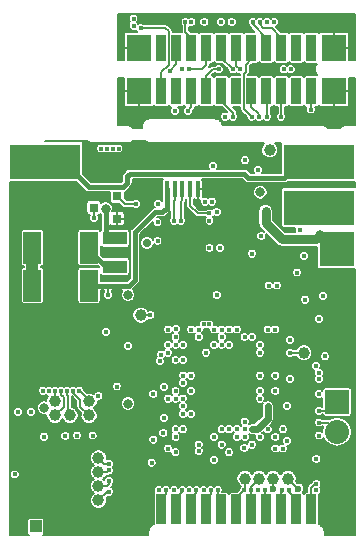
<source format=gbl>
G04 #@! TF.FileFunction,Copper,L4,Bot,Signal*
%FSLAX46Y46*%
G04 Gerber Fmt 4.6, Leading zero omitted, Abs format (unit mm)*
G04 Created by KiCad (PCBNEW 4.0.2+dfsg1-stable) date Di 04 Apr 2017 02:29:59 CEST*
%MOMM*%
G01*
G04 APERTURE LIST*
%ADD10C,0.100000*%
%ADD11R,6.000000X3.000000*%
%ADD12R,1.501140X2.700020*%
%ADD13R,0.800100X0.800100*%
%ADD14R,2.029460X1.140460*%
%ADD15R,3.000000X3.000000*%
%ADD16R,2.032000X2.032000*%
%ADD17O,2.032000X2.032000*%
%ADD18C,1.000000*%
%ADD19R,2.120000X2.500000*%
%ADD20R,0.850000X2.500000*%
%ADD21R,1.050000X2.200000*%
%ADD22R,1.000000X1.050000*%
%ADD23R,0.400000X1.350000*%
%ADD24R,2.100000X1.600000*%
%ADD25R,1.900000X1.900000*%
%ADD26R,1.800000X1.900000*%
%ADD27R,2.120000X2.280000*%
%ADD28R,0.850000X2.280000*%
%ADD29C,0.400000*%
%ADD30C,0.800000*%
%ADD31C,0.600000*%
%ADD32C,0.700000*%
%ADD33C,0.200000*%
%ADD34C,0.600000*%
%ADD35C,1.000000*%
%ADD36C,0.800000*%
%ADD37C,0.400000*%
%ADD38C,0.450000*%
%ADD39C,0.140000*%
G04 APERTURE END LIST*
D10*
D11*
X50400000Y-96600000D03*
X73600000Y-92700000D03*
D12*
X54100300Y-100000000D03*
X49299700Y-100000000D03*
D13*
X56500760Y-95650000D03*
X56500760Y-97550000D03*
X54501780Y-96600000D03*
D12*
X49299700Y-103200000D03*
X54100300Y-103200000D03*
D14*
X56300000Y-101603960D03*
X56300000Y-99196040D03*
D11*
X50400000Y-92700000D03*
D15*
X75100000Y-100100000D03*
D11*
X73600000Y-96600000D03*
D16*
X75100000Y-113060000D03*
D17*
X75100000Y-115600000D03*
D18*
X54100000Y-113000000D03*
X54100000Y-114200000D03*
X52500000Y-114200000D03*
X54900000Y-117800000D03*
X51200000Y-114200000D03*
X54900000Y-119000000D03*
X51200000Y-113000000D03*
X54900000Y-120200000D03*
X54900000Y-121400000D03*
X58500000Y-105700000D03*
X70950000Y-119550000D03*
X69700000Y-119550000D03*
X72300000Y-108900000D03*
X67300000Y-119550000D03*
X68500000Y-119550000D03*
D19*
X74840000Y-122150000D03*
D20*
X72935000Y-122150000D03*
X71665000Y-122150000D03*
X70395000Y-122150000D03*
X69125000Y-122150000D03*
X67855000Y-122150000D03*
X66585000Y-122150000D03*
X65315000Y-122150000D03*
X64045000Y-122150000D03*
X62775000Y-122150000D03*
X61505000Y-122150000D03*
X60235000Y-122150000D03*
D19*
X58330000Y-122150000D03*
D21*
X48125000Y-122075000D03*
X51075000Y-122075000D03*
D22*
X49600000Y-123600000D03*
D23*
X60700000Y-95050000D03*
X61350000Y-95050000D03*
X62000000Y-95050000D03*
X62650000Y-95050000D03*
X63300000Y-95050000D03*
D24*
X65100000Y-94925000D03*
X58900000Y-94925000D03*
D25*
X60800000Y-92375000D03*
X63200000Y-92375000D03*
D26*
X58000000Y-92375000D03*
X66000000Y-92375000D03*
D27*
X58330000Y-86741500D03*
X58330000Y-83058500D03*
D28*
X60235000Y-86741500D03*
X60235000Y-83058500D03*
X61505000Y-86741500D03*
X61505000Y-83058500D03*
X62775000Y-86741500D03*
X62775000Y-83058500D03*
X64045000Y-86741500D03*
X64045000Y-83058500D03*
X65315000Y-86741500D03*
X65315000Y-83058500D03*
X66585000Y-86741500D03*
X66585000Y-83058500D03*
X67855000Y-86741500D03*
X67855000Y-83058500D03*
X69125000Y-86741500D03*
X69125000Y-83058500D03*
X70395000Y-86741500D03*
X70395000Y-83058500D03*
X71665000Y-86741500D03*
X71665000Y-83058500D03*
X72935000Y-86741500D03*
X72935000Y-83058500D03*
D27*
X74840000Y-86741500D03*
X74840000Y-83058500D03*
D29*
X73550000Y-111100000D03*
X73350000Y-120550000D03*
X57400000Y-108300000D03*
X58470000Y-81400000D03*
X73550000Y-114799997D03*
X71100000Y-107800000D03*
X73300000Y-110000000D03*
X67925000Y-115375000D03*
X67275000Y-115375000D03*
X66625000Y-115375000D03*
X65975000Y-115375000D03*
X65325000Y-115375000D03*
X65975000Y-106925000D03*
X64675000Y-108225000D03*
X65325000Y-108225000D03*
X65975000Y-108225000D03*
X62725000Y-110825000D03*
X62075000Y-110825000D03*
X62075000Y-111475000D03*
X62725000Y-112125000D03*
X68575000Y-110825000D03*
X68575000Y-112125000D03*
X70850000Y-113425000D03*
X69225000Y-113425000D03*
X68575000Y-112775000D03*
X70525000Y-115375000D03*
X65975000Y-117325000D03*
X54900000Y-112550000D03*
X53100000Y-115900000D03*
X65200000Y-100000000D03*
D30*
X57400000Y-113200000D03*
X50300000Y-113550000D03*
X57400000Y-104000000D03*
D29*
X72970000Y-84900000D03*
X74840000Y-86678000D03*
X74840000Y-83122000D03*
X58330000Y-86678000D03*
X58330000Y-83122000D03*
X74840000Y-122150000D03*
X58330000Y-122150000D03*
X54200000Y-105800000D03*
X58100000Y-96900000D03*
X65100000Y-94400000D03*
X60500000Y-92800000D03*
X62725000Y-91900000D03*
X66000000Y-92600000D03*
X68100000Y-98850000D03*
X67100000Y-97800000D03*
X67100000Y-97000000D03*
X53900000Y-115100000D03*
X57600000Y-116845000D03*
X57600000Y-117555000D03*
X48100000Y-96800000D03*
X48100000Y-100000000D03*
X48100000Y-98200000D03*
X48100000Y-101400000D03*
X49850000Y-122500000D03*
X63300000Y-96100000D03*
X54950000Y-116800000D03*
X47950000Y-103300000D03*
X61800000Y-100000000D03*
X55450000Y-111750000D03*
X59200000Y-109300000D03*
X57100000Y-116049990D03*
X59550000Y-115700000D03*
X63375000Y-108225000D03*
X67870000Y-84900000D03*
X66970000Y-88900000D03*
X65670000Y-84900000D03*
X61320000Y-80700000D03*
X73350000Y-117300000D03*
X69900000Y-117750000D03*
X66050000Y-119700000D03*
X73600000Y-102400000D03*
X72800000Y-101200000D03*
X62725000Y-111475000D03*
X62725000Y-110175000D03*
X64675000Y-110175000D03*
X64675000Y-110825000D03*
X65325000Y-110825000D03*
X65325000Y-110175000D03*
X65975000Y-110175000D03*
X65975000Y-110825000D03*
X66625000Y-110825000D03*
X66625000Y-110175000D03*
X67275000Y-110175000D03*
X67275000Y-110825000D03*
X63600000Y-101900000D03*
X62800000Y-101900000D03*
X52875000Y-108725000D03*
X52875000Y-109975000D03*
X51625000Y-109975000D03*
X51625000Y-108725000D03*
X47950000Y-109900000D03*
X47950000Y-106500000D03*
X57450000Y-100400000D03*
X55300000Y-100400000D03*
X66300000Y-104000000D03*
X72800000Y-103850000D03*
X65325000Y-114725000D03*
X65975000Y-114725000D03*
X66625000Y-114725000D03*
X67925000Y-114725000D03*
X69875000Y-108875000D03*
X69875000Y-109525000D03*
X65975000Y-108875000D03*
X65325000Y-108875000D03*
X63375000Y-112125000D03*
X63375000Y-112775000D03*
X66625000Y-112775000D03*
X66625000Y-112125000D03*
X65975000Y-112125000D03*
X65975000Y-112775000D03*
X65325000Y-112775000D03*
X65325000Y-112125000D03*
X64675000Y-112125000D03*
X64675000Y-112775000D03*
X64025000Y-112125000D03*
X64025000Y-112775000D03*
X64025000Y-113425000D03*
X64675000Y-113425000D03*
X65325000Y-113425000D03*
X65975000Y-113425000D03*
X66625000Y-113425000D03*
X68575000Y-110175000D03*
X69225000Y-112125000D03*
X69875000Y-112775000D03*
X73550000Y-113300000D03*
X73550000Y-115300000D03*
X64700000Y-118950000D03*
X51150000Y-119250000D03*
X52450000Y-119250000D03*
X52450000Y-120550000D03*
X51150000Y-120550000D03*
X53100000Y-122500000D03*
X54400000Y-122500000D03*
X55480000Y-94287500D03*
X55480000Y-93512500D03*
X56720000Y-93512500D03*
X56720000Y-94287500D03*
X73550000Y-107800000D03*
X69650000Y-100050000D03*
X70550000Y-100050000D03*
X70550000Y-100950000D03*
X69650000Y-100950000D03*
X68100000Y-102000000D03*
X73550000Y-106800000D03*
X71100000Y-108900000D03*
X60100000Y-109600000D03*
X67925000Y-107575000D03*
D30*
X68600000Y-95300000D03*
D29*
X63900000Y-96100000D03*
D30*
X73700000Y-98900000D03*
D29*
X69050000Y-97900000D03*
X69050000Y-97400000D03*
X69050000Y-96900000D03*
D30*
X55500000Y-96700000D03*
D29*
X56600000Y-91600000D03*
X55100000Y-91600000D03*
X59300000Y-105700000D03*
X72400000Y-104400000D03*
X69300000Y-103200000D03*
X70000010Y-103200000D03*
D31*
X71800000Y-120400000D03*
X69700000Y-120450000D03*
D29*
X71700000Y-102100000D03*
X60200000Y-109050000D03*
X62075000Y-109525000D03*
X69875000Y-112125000D03*
X56450000Y-111750000D03*
X61425000Y-109525000D03*
X55550000Y-107150000D03*
X61425000Y-107575000D03*
X50200000Y-112100000D03*
X61425000Y-108225000D03*
X60775000Y-108225000D03*
X50700000Y-112100000D03*
X60775000Y-108875000D03*
X51250000Y-112100000D03*
X62075000Y-114075000D03*
X51750000Y-112100000D03*
X61425000Y-115375000D03*
X52250000Y-112100000D03*
X62075000Y-115375000D03*
X52750000Y-112100000D03*
X60450000Y-114400000D03*
X53250000Y-112100000D03*
X67800000Y-120550000D03*
X56100000Y-91600000D03*
X68575000Y-116025000D03*
X48100000Y-113900000D03*
X73350000Y-117900000D03*
X73350000Y-120000000D03*
X70850000Y-116350000D03*
X69225000Y-115375000D03*
X64400000Y-120550000D03*
X69875000Y-116025000D03*
X69000000Y-120550000D03*
X73550000Y-110600000D03*
X69875000Y-110825000D03*
X71950000Y-98500000D03*
X69875000Y-106925000D03*
X67275000Y-107575000D03*
X64300000Y-97700000D03*
X63200000Y-120550000D03*
X68575000Y-108225000D03*
X62725000Y-114075000D03*
X55800000Y-118300000D03*
X63375000Y-116675000D03*
X55800000Y-118850000D03*
X68400000Y-120550000D03*
X68575000Y-108875000D03*
X73900000Y-104100000D03*
X62725000Y-106925000D03*
X73550000Y-106050000D03*
X63375000Y-106925000D03*
X63800000Y-106500020D03*
X63375000Y-107575000D03*
X65325000Y-107575000D03*
X64300000Y-106500020D03*
X49200000Y-113900000D03*
X67200000Y-120550000D03*
X55600000Y-91600000D03*
X67925000Y-116675000D03*
X74100000Y-109200000D03*
X64675000Y-116025000D03*
X73550000Y-115900000D03*
X61425000Y-117325000D03*
X73550000Y-112400000D03*
X60775000Y-117000000D03*
X61300000Y-120550000D03*
X61425000Y-112775000D03*
X60600000Y-120550000D03*
X60775000Y-112775000D03*
X60450000Y-111800000D03*
X62600000Y-120550000D03*
X61425000Y-112125000D03*
X60000000Y-120550000D03*
X62000000Y-120550000D03*
X62075000Y-112775000D03*
X66625000Y-116025000D03*
X63800000Y-120550000D03*
X65000000Y-120550000D03*
X67250000Y-116950000D03*
X67275000Y-116025000D03*
X54500000Y-97500000D03*
D18*
X69400000Y-91700000D03*
D32*
X59000000Y-99600000D03*
D29*
X47800000Y-119200000D03*
X50300000Y-116000000D03*
X63375000Y-117200000D03*
X71000000Y-120550000D03*
X70525000Y-117000000D03*
X68700000Y-99000000D03*
X71100000Y-111100000D03*
X59549989Y-112400000D03*
X62075000Y-113425000D03*
X64675000Y-106925000D03*
X64025000Y-108875000D03*
X49600000Y-123600000D03*
X60400000Y-115700000D03*
X55800000Y-120650000D03*
X65325000Y-116675000D03*
X55800000Y-119750000D03*
X61453555Y-106896445D03*
X61300000Y-97700000D03*
X60775000Y-106925000D03*
X61900000Y-97700000D03*
X58100000Y-96300000D03*
X59950000Y-96300000D03*
X65325000Y-106925000D03*
X59900000Y-99450000D03*
X64500000Y-96100000D03*
X67300000Y-92600000D03*
X69225000Y-106925000D03*
X59550000Y-116250000D03*
X61425000Y-116025000D03*
X64700000Y-117950000D03*
X67275000Y-114725000D03*
X73550000Y-113800000D03*
X64300000Y-97100000D03*
X64900000Y-104000000D03*
X66625000Y-106925000D03*
X55700000Y-104000000D03*
X62075000Y-108225000D03*
X64600000Y-93100000D03*
X60700000Y-96300000D03*
D18*
X73500000Y-96300000D03*
D29*
X70400000Y-120550000D03*
X69875000Y-117000000D03*
X60235000Y-83122000D03*
X61505000Y-86678000D03*
X71170000Y-84900000D03*
X60970000Y-85000000D03*
X62470000Y-88400000D03*
X69770000Y-80900000D03*
X65070000Y-84900000D03*
X62570000Y-84900000D03*
X66300000Y-88900000D03*
X66270000Y-84900000D03*
X57870000Y-81200000D03*
X70570000Y-84900000D03*
X57870000Y-80600000D03*
X66870000Y-84900000D03*
X67870000Y-88900000D03*
X69170000Y-88900000D03*
X65270000Y-80900000D03*
X63870000Y-80900000D03*
X67970000Y-80900000D03*
X62770000Y-80900000D03*
X69170000Y-80900000D03*
X70370000Y-88900000D03*
X68570000Y-80900000D03*
X71665000Y-86678000D03*
X61970000Y-84900000D03*
X66170000Y-80900000D03*
X71665000Y-83122000D03*
X72870000Y-88300000D03*
X72935000Y-83122000D03*
X65600000Y-88900000D03*
X62270000Y-80900000D03*
X68470000Y-88900000D03*
X61370000Y-88400000D03*
X52094836Y-115917214D03*
X54400000Y-115900000D03*
X59400000Y-118200000D03*
X59900000Y-97850000D03*
X68400000Y-93400000D03*
X64900000Y-97000000D03*
X72300000Y-100700000D03*
X64300000Y-100000000D03*
X67900000Y-100500000D03*
D33*
X60235000Y-86678000D02*
X60235000Y-85142998D01*
X60860001Y-81690001D02*
X60570000Y-81400000D01*
X60235000Y-85142998D02*
X60860001Y-84517997D01*
X60860001Y-84517997D02*
X60860001Y-81690001D01*
X60570000Y-81400000D02*
X58470000Y-81400000D01*
X60235000Y-86678000D02*
X60235000Y-85865000D01*
X74299997Y-114799997D02*
X73550000Y-114799997D01*
X75100000Y-115600000D02*
X74299997Y-114799997D01*
D34*
X69225000Y-114475000D02*
X69225000Y-114300000D01*
X69225000Y-113425000D02*
X69225000Y-114300000D01*
X68325000Y-115375000D02*
X69225000Y-114475000D01*
X67925000Y-115375000D02*
X68325000Y-115375000D01*
D33*
X47950000Y-106500000D02*
X53500000Y-106500000D01*
X53500000Y-106500000D02*
X54200000Y-105800000D01*
X65100000Y-94400000D02*
X65100000Y-94925000D01*
X66000000Y-92600000D02*
X66000000Y-92375000D01*
X56500760Y-97550000D02*
X57450000Y-97550000D01*
X57450000Y-97550000D02*
X58100000Y-96900000D01*
X63300000Y-95050000D02*
X63300000Y-96100000D01*
X73600000Y-102400000D02*
X72800000Y-101600000D01*
X72800000Y-101600000D02*
X72800000Y-101200000D01*
X64675000Y-110175000D02*
X62725000Y-110175000D01*
D35*
X50400000Y-97100000D02*
X52537550Y-97100000D01*
D33*
X72300000Y-108900000D02*
X71100000Y-108900000D01*
D36*
X73700000Y-98900000D02*
X73300000Y-99300000D01*
X73300000Y-99300000D02*
X70450000Y-99300000D01*
X70450000Y-99300000D02*
X69050000Y-97900000D01*
X69050000Y-97400000D02*
X69050000Y-97900000D01*
X69050000Y-96900000D02*
X69050000Y-97400000D01*
D37*
X55500000Y-98800000D02*
X55896040Y-99196040D01*
X55896040Y-99196040D02*
X56300000Y-99196040D01*
X55500000Y-96700000D02*
X55500000Y-98800000D01*
D33*
X73700000Y-98900000D02*
X73900000Y-98900000D01*
X73900000Y-98900000D02*
X75100000Y-100100000D01*
D36*
X75100000Y-100500000D02*
X74900000Y-100500000D01*
D33*
X58500000Y-105700000D02*
X59300000Y-105700000D01*
X70950000Y-119550000D02*
X71800000Y-120400000D01*
X69700000Y-119550000D02*
X69700000Y-120450000D01*
X51250000Y-112100000D02*
X51250000Y-112950000D01*
X51250000Y-112950000D02*
X51300000Y-113000000D01*
X51950001Y-112639999D02*
X51950001Y-113449999D01*
X51750000Y-112100000D02*
X51750000Y-112439998D01*
X51750000Y-112439998D02*
X51950001Y-112639999D01*
X51950001Y-113449999D02*
X51200000Y-114200000D01*
X52300011Y-114000011D02*
X52500000Y-114200000D01*
X52300011Y-112495021D02*
X52300011Y-114000011D01*
X52250000Y-112100000D02*
X52250000Y-112445010D01*
X52250000Y-112445010D02*
X52300011Y-112495021D01*
X53349999Y-112866001D02*
X53349999Y-113449999D01*
X53349999Y-113449999D02*
X54100000Y-114200000D01*
X52750000Y-112100000D02*
X52750000Y-112266002D01*
X52750000Y-112266002D02*
X53349999Y-112866001D01*
X53250000Y-112100000D02*
X53300000Y-112100000D01*
X53300000Y-112100000D02*
X54200000Y-113000000D01*
X68500000Y-119550000D02*
X67800000Y-120250000D01*
X67800000Y-120250000D02*
X67800000Y-120550000D01*
X67800000Y-120550000D02*
X67800000Y-122095000D01*
X67800000Y-122095000D02*
X67855000Y-122150000D01*
X67800000Y-122245000D02*
X67855000Y-122300000D01*
X72935000Y-122150000D02*
X72899999Y-122114999D01*
X72899999Y-122114999D02*
X72899999Y-120333999D01*
X72899999Y-120333999D02*
X73233998Y-120000000D01*
X73233998Y-120000000D02*
X73350000Y-120000000D01*
X64400000Y-120550000D02*
X64400000Y-120850000D01*
X64045000Y-122150000D02*
X64045000Y-121205000D01*
X64045000Y-121205000D02*
X64400000Y-120850000D01*
X69000000Y-120550000D02*
X69000000Y-122025000D01*
X69000000Y-122025000D02*
X69125000Y-122150000D01*
X63200000Y-120800000D02*
X62775000Y-121225000D01*
X62775000Y-121225000D02*
X62775000Y-122150000D01*
X63200000Y-120550000D02*
X63200000Y-120800000D01*
X55800000Y-118300000D02*
X55400000Y-118300000D01*
X55400000Y-118300000D02*
X54900000Y-117800000D01*
X54900000Y-119000000D02*
X55650000Y-119000000D01*
X55650000Y-119000000D02*
X55800000Y-118850000D01*
X67300000Y-119550000D02*
X67300000Y-120450000D01*
X67300000Y-120450000D02*
X67200000Y-120550000D01*
X66585000Y-122150000D02*
X66585000Y-121165000D01*
X66585000Y-121165000D02*
X67200000Y-120550000D01*
X60235000Y-121215000D02*
X60600000Y-120850000D01*
X60600000Y-120850000D02*
X60600000Y-120550000D01*
X60235000Y-122150000D02*
X60235000Y-121215000D01*
X61505000Y-121195000D02*
X62000000Y-120700000D01*
X62000000Y-120700000D02*
X62000000Y-120550000D01*
X61505000Y-122150000D02*
X61505000Y-121195000D01*
X65000000Y-120550000D02*
X65000000Y-121835000D01*
X65000000Y-121835000D02*
X65315000Y-122150000D01*
X54500000Y-97500000D02*
X54500000Y-96601780D01*
X54500000Y-96601780D02*
X54501780Y-96600000D01*
X54501780Y-97498220D02*
X54500000Y-97500000D01*
X54500000Y-96701780D02*
X54501780Y-96700000D01*
X71000000Y-120700000D02*
X71665000Y-121365000D01*
X71665000Y-121365000D02*
X71665000Y-122300000D01*
X55800000Y-120650000D02*
X55650000Y-120650000D01*
X55650000Y-120650000D02*
X54900000Y-121400000D01*
X55800000Y-119750000D02*
X55800000Y-120000000D01*
X55800000Y-120000000D02*
X55600000Y-120200000D01*
X54900000Y-120200000D02*
X55600000Y-120200000D01*
X61300000Y-97500000D02*
X61300000Y-97700000D01*
X61300000Y-97500000D02*
X61300000Y-96050000D01*
X61300000Y-96050000D02*
X61350000Y-96000000D01*
X61350000Y-96000000D02*
X61350000Y-95050000D01*
X62000000Y-95050000D02*
X61999100Y-95050900D01*
X61999100Y-95050900D02*
X61999100Y-96000900D01*
X61999100Y-96000900D02*
X61900000Y-96100000D01*
X61900000Y-96100000D02*
X61900000Y-97700000D01*
X58100000Y-96300000D02*
X57150760Y-96300000D01*
X57150760Y-96300000D02*
X56500760Y-95650000D01*
D35*
X49300000Y-103200000D02*
X49300000Y-100000300D01*
D33*
X49299700Y-99800300D02*
X49299400Y-99800000D01*
D38*
X50400000Y-92700000D02*
X51900000Y-92700000D01*
X54062501Y-94862501D02*
X56987499Y-94862501D01*
X57350000Y-93950000D02*
X57550001Y-93749999D01*
X51900000Y-92700000D02*
X54062501Y-94862501D01*
X70600000Y-94100000D02*
X72000000Y-92700000D01*
X56987499Y-94862501D02*
X57350000Y-94500000D01*
X57350000Y-94500000D02*
X57350000Y-93950000D01*
X72000000Y-92700000D02*
X73600000Y-92700000D01*
X57550001Y-93749999D02*
X67249999Y-93749999D01*
X67600000Y-94100000D02*
X70600000Y-94100000D01*
X67249999Y-93749999D02*
X67600000Y-94100000D01*
D33*
X48150000Y-92600000D02*
X48150000Y-92050000D01*
X48150000Y-93150000D02*
X48150000Y-92600000D01*
X48150000Y-93700000D02*
X48150000Y-93150000D01*
X75100000Y-113060000D02*
X74360000Y-113800000D01*
X74360000Y-113800000D02*
X73550000Y-113800000D01*
X67300000Y-114700000D02*
X67275000Y-114725000D01*
X62650000Y-95050000D02*
X62650000Y-96450000D01*
X62650000Y-96450000D02*
X63300000Y-97100000D01*
X63300000Y-97100000D02*
X64300000Y-97100000D01*
D37*
X60700000Y-96300000D02*
X60700000Y-96600000D01*
X60300000Y-97000000D02*
X59700000Y-97000000D01*
X60700000Y-96600000D02*
X60300000Y-97000000D01*
X59700000Y-97000000D02*
X58000000Y-98700000D01*
X58000000Y-98700000D02*
X58000000Y-102700000D01*
X58000000Y-102700000D02*
X57500000Y-103200000D01*
X57500000Y-103200000D02*
X55700000Y-103200000D01*
X60700000Y-95700000D02*
X60700000Y-96300000D01*
X60700000Y-95050000D02*
X60700000Y-95900000D01*
X54100300Y-103200000D02*
X55700000Y-103200000D01*
D33*
X55700000Y-104000000D02*
X55700000Y-103200000D01*
D37*
X60700000Y-95050000D02*
X60700000Y-95700000D01*
D33*
X70395000Y-122300000D02*
X70395000Y-120705000D01*
X70395000Y-120705000D02*
X70400000Y-120700000D01*
X61505000Y-83122000D02*
X61505000Y-84465000D01*
X61505000Y-84465000D02*
X60970000Y-85000000D01*
X61505000Y-83122000D02*
X61505000Y-84365000D01*
X61505000Y-83122000D02*
X61505000Y-84065000D01*
X62775000Y-86678000D02*
X62775000Y-88095000D01*
X62775000Y-88095000D02*
X62470000Y-88400000D01*
X65070000Y-84900000D02*
X64570000Y-84900000D01*
X64570000Y-84900000D02*
X64045000Y-85425000D01*
X64045000Y-85425000D02*
X64045000Y-86678000D01*
X64045000Y-84525000D02*
X63670000Y-84900000D01*
X63670000Y-84900000D02*
X62570000Y-84900000D01*
X64045000Y-83122000D02*
X64045000Y-84525000D01*
X65315000Y-87615000D02*
X66300000Y-88600000D01*
X66300000Y-88600000D02*
X66300000Y-88900000D01*
X65315000Y-86678000D02*
X65315000Y-87615000D01*
X66270000Y-84900000D02*
X65315000Y-83945000D01*
X65315000Y-83945000D02*
X65315000Y-83122000D01*
X66585000Y-83122000D02*
X66585000Y-84615000D01*
X66585000Y-84615000D02*
X66870000Y-84900000D01*
X66770000Y-83307000D02*
X66585000Y-83122000D01*
X67855000Y-84015000D02*
X67370000Y-84500000D01*
X67370000Y-84500000D02*
X67370000Y-85127998D01*
X67370000Y-85127998D02*
X67229999Y-85267999D01*
X67855000Y-83122000D02*
X67855000Y-84015000D01*
X67229999Y-85267999D02*
X67229999Y-88259999D01*
X67229999Y-88259999D02*
X67870000Y-88900000D01*
X69170000Y-88900000D02*
X69170000Y-86723000D01*
X69170000Y-86723000D02*
X69125000Y-86678000D01*
X69125000Y-82255000D02*
X67970000Y-81100000D01*
X67970000Y-81100000D02*
X67970000Y-80900000D01*
X69125000Y-83122000D02*
X69125000Y-82255000D01*
X70395000Y-86678000D02*
X70395000Y-88875000D01*
X70395000Y-88875000D02*
X70370000Y-88900000D01*
X70395000Y-82225000D02*
X69570000Y-81400000D01*
X68570000Y-81100000D02*
X68870000Y-81400000D01*
X68870000Y-81400000D02*
X69570000Y-81400000D01*
X68570000Y-80900000D02*
X68570000Y-81100000D01*
X70395000Y-83122000D02*
X70395000Y-82225000D01*
X72870000Y-88300000D02*
X72870000Y-86743000D01*
X72870000Y-86743000D02*
X72935000Y-86678000D01*
X62270000Y-80900000D02*
X62270000Y-81700000D01*
X62270000Y-81700000D02*
X62775000Y-82205000D01*
X62775000Y-82205000D02*
X62775000Y-83122000D01*
X62670000Y-83017000D02*
X62775000Y-83122000D01*
X67855000Y-88085000D02*
X68470000Y-88700000D01*
X68470000Y-88700000D02*
X68470000Y-88900000D01*
X67855000Y-86678000D02*
X67855000Y-88085000D01*
X52100000Y-115922378D02*
X52094836Y-115917214D01*
D37*
X55503960Y-101603960D02*
X54100300Y-100200300D01*
X54100300Y-100200300D02*
X54100300Y-100000000D01*
X56300000Y-101603960D02*
X55503960Y-101603960D01*
D39*
G36*
X57050000Y-86681500D02*
X57105000Y-86736500D01*
X58325000Y-86736500D01*
X58325000Y-86716500D01*
X58335000Y-86716500D01*
X58335000Y-86736500D01*
X58355000Y-86736500D01*
X58355000Y-86746500D01*
X58335000Y-86746500D01*
X58335000Y-88046500D01*
X58390000Y-88101500D01*
X59433761Y-88101500D01*
X59514620Y-88068007D01*
X59576507Y-88006120D01*
X59598945Y-87951948D01*
X59601030Y-87963027D01*
X59649213Y-88037905D01*
X59722731Y-88088138D01*
X59810000Y-88105810D01*
X60660000Y-88105810D01*
X60741527Y-88090470D01*
X60816405Y-88042287D01*
X60866638Y-87968769D01*
X60869475Y-87954761D01*
X60871030Y-87963027D01*
X60919213Y-88037905D01*
X60992731Y-88088138D01*
X61071866Y-88104163D01*
X61014149Y-88161779D01*
X60950073Y-88316090D01*
X60949928Y-88483177D01*
X61013734Y-88637600D01*
X61131779Y-88755851D01*
X61286090Y-88819927D01*
X61453177Y-88820072D01*
X61607600Y-88756266D01*
X61725851Y-88638221D01*
X61789927Y-88483910D01*
X61790072Y-88316823D01*
X61726266Y-88162400D01*
X61669775Y-88105810D01*
X61930000Y-88105810D01*
X62011527Y-88090470D01*
X62086405Y-88042287D01*
X62136638Y-87968769D01*
X62139475Y-87954761D01*
X62141030Y-87963027D01*
X62189213Y-88037905D01*
X62218318Y-88057792D01*
X62114149Y-88161779D01*
X62050073Y-88316090D01*
X62049928Y-88483177D01*
X62113734Y-88637600D01*
X62231779Y-88755851D01*
X62386090Y-88819927D01*
X62553177Y-88820072D01*
X62707600Y-88756266D01*
X62825851Y-88638221D01*
X62889927Y-88483910D01*
X62889972Y-88432576D01*
X63001274Y-88321274D01*
X63030495Y-88277542D01*
X63070641Y-88217459D01*
X63092850Y-88105810D01*
X63200000Y-88105810D01*
X63281527Y-88090470D01*
X63356405Y-88042287D01*
X63406638Y-87968769D01*
X63409475Y-87954761D01*
X63411030Y-87963027D01*
X63459213Y-88037905D01*
X63532731Y-88088138D01*
X63620000Y-88105810D01*
X64470000Y-88105810D01*
X64551527Y-88090470D01*
X64626405Y-88042287D01*
X64676638Y-87968769D01*
X64679475Y-87954761D01*
X64681030Y-87963027D01*
X64729213Y-88037905D01*
X64802731Y-88088138D01*
X64890000Y-88105810D01*
X65353262Y-88105810D01*
X65758496Y-88511044D01*
X65683910Y-88480073D01*
X65516823Y-88479928D01*
X65362400Y-88543734D01*
X65244149Y-88661779D01*
X65180073Y-88816090D01*
X65179928Y-88983177D01*
X65243734Y-89137600D01*
X65361779Y-89255851D01*
X65516090Y-89319927D01*
X65683177Y-89320072D01*
X65837600Y-89256266D01*
X65950092Y-89143970D01*
X66061779Y-89255851D01*
X66216090Y-89319927D01*
X66383177Y-89320072D01*
X66537600Y-89256266D01*
X66655851Y-89138221D01*
X66719927Y-88983910D01*
X66720072Y-88816823D01*
X66656266Y-88662400D01*
X66620000Y-88626071D01*
X66620000Y-88600000D01*
X66595641Y-88477541D01*
X66526274Y-88373726D01*
X66258358Y-88105810D01*
X66909999Y-88105810D01*
X66909999Y-88259999D01*
X66934358Y-88382458D01*
X66997891Y-88477542D01*
X67003725Y-88486273D01*
X67449972Y-88932520D01*
X67449928Y-88983177D01*
X67513734Y-89137600D01*
X67631779Y-89255851D01*
X67786090Y-89319927D01*
X67953177Y-89320072D01*
X68107600Y-89256266D01*
X68170005Y-89193969D01*
X68231779Y-89255851D01*
X68386090Y-89319927D01*
X68553177Y-89320072D01*
X68707600Y-89256266D01*
X68820092Y-89143970D01*
X68931779Y-89255851D01*
X69086090Y-89319927D01*
X69253177Y-89320072D01*
X69407600Y-89256266D01*
X69525851Y-89138221D01*
X69589927Y-88983910D01*
X69590072Y-88816823D01*
X69526266Y-88662400D01*
X69490000Y-88626071D01*
X69490000Y-88105810D01*
X69550000Y-88105810D01*
X69631527Y-88090470D01*
X69706405Y-88042287D01*
X69756638Y-87968769D01*
X69759475Y-87954761D01*
X69761030Y-87963027D01*
X69809213Y-88037905D01*
X69882731Y-88088138D01*
X69970000Y-88105810D01*
X70075000Y-88105810D01*
X70075000Y-88601034D01*
X70014149Y-88661779D01*
X69950073Y-88816090D01*
X69949928Y-88983177D01*
X70013734Y-89137600D01*
X70131779Y-89255851D01*
X70286090Y-89319927D01*
X70453177Y-89320072D01*
X70607600Y-89256266D01*
X70725851Y-89138221D01*
X70789927Y-88983910D01*
X70790072Y-88816823D01*
X70726266Y-88662400D01*
X70715000Y-88651114D01*
X70715000Y-88105810D01*
X70820000Y-88105810D01*
X70901527Y-88090470D01*
X70976405Y-88042287D01*
X71026638Y-87968769D01*
X71029475Y-87954761D01*
X71031030Y-87963027D01*
X71079213Y-88037905D01*
X71152731Y-88088138D01*
X71240000Y-88105810D01*
X72090000Y-88105810D01*
X72171527Y-88090470D01*
X72246405Y-88042287D01*
X72296638Y-87968769D01*
X72299475Y-87954761D01*
X72301030Y-87963027D01*
X72349213Y-88037905D01*
X72422731Y-88088138D01*
X72496962Y-88103170D01*
X72450073Y-88216090D01*
X72449928Y-88383177D01*
X72513734Y-88537600D01*
X72631779Y-88655851D01*
X72786090Y-88719927D01*
X72953177Y-88720072D01*
X73107600Y-88656266D01*
X73225851Y-88538221D01*
X73289927Y-88383910D01*
X73290072Y-88216823D01*
X73244203Y-88105810D01*
X73360000Y-88105810D01*
X73441527Y-88090470D01*
X73516405Y-88042287D01*
X73566638Y-87968769D01*
X73570376Y-87950310D01*
X73593493Y-88006120D01*
X73655380Y-88068007D01*
X73736239Y-88101500D01*
X74780000Y-88101500D01*
X74835000Y-88046500D01*
X74835000Y-86746500D01*
X74845000Y-86746500D01*
X74845000Y-88046500D01*
X74900000Y-88101500D01*
X75943761Y-88101500D01*
X76024620Y-88068007D01*
X76086507Y-88006120D01*
X76120000Y-87925260D01*
X76120000Y-86801500D01*
X76065000Y-86746500D01*
X74845000Y-86746500D01*
X74835000Y-86746500D01*
X74815000Y-86746500D01*
X74815000Y-86736500D01*
X74835000Y-86736500D01*
X74835000Y-86716500D01*
X74845000Y-86716500D01*
X74845000Y-86736500D01*
X76065000Y-86736500D01*
X76120000Y-86681500D01*
X76120000Y-85670000D01*
X76630000Y-85670000D01*
X76630000Y-89630000D01*
X75840000Y-89630000D01*
X75813919Y-89635188D01*
X75787326Y-89635188D01*
X75595984Y-89673248D01*
X75595983Y-89673248D01*
X75498653Y-89713564D01*
X75336442Y-89821951D01*
X75328393Y-89830000D01*
X74351607Y-89830000D01*
X74343558Y-89821951D01*
X74181347Y-89713564D01*
X74084017Y-89673248D01*
X74084016Y-89673248D01*
X73892674Y-89635188D01*
X73866081Y-89635188D01*
X73840000Y-89630000D01*
X65411475Y-89630000D01*
X65396752Y-89555984D01*
X65396752Y-89555983D01*
X65356436Y-89458653D01*
X65248049Y-89296442D01*
X65210803Y-89259197D01*
X65173558Y-89221951D01*
X65011347Y-89113564D01*
X64914017Y-89073248D01*
X64914016Y-89073248D01*
X64722674Y-89035188D01*
X64696081Y-89035188D01*
X64670000Y-89030000D01*
X59330000Y-89030000D01*
X59303919Y-89035188D01*
X59277326Y-89035188D01*
X59085984Y-89073248D01*
X59085983Y-89073248D01*
X58988653Y-89113564D01*
X58826442Y-89221951D01*
X58789197Y-89259197D01*
X58751951Y-89296442D01*
X58643564Y-89458653D01*
X58603248Y-89555983D01*
X58603248Y-89555984D01*
X58565188Y-89747326D01*
X58565188Y-89773919D01*
X58560000Y-89800000D01*
X58560000Y-89830000D01*
X57841607Y-89830000D01*
X57833558Y-89821951D01*
X57671347Y-89713564D01*
X57574017Y-89673248D01*
X57574016Y-89673248D01*
X57382674Y-89635188D01*
X57356081Y-89635188D01*
X57330000Y-89630000D01*
X56540000Y-89630000D01*
X56540000Y-86801500D01*
X57050000Y-86801500D01*
X57050000Y-87925260D01*
X57083493Y-88006120D01*
X57145380Y-88068007D01*
X57226239Y-88101500D01*
X58270000Y-88101500D01*
X58325000Y-88046500D01*
X58325000Y-86746500D01*
X57105000Y-86746500D01*
X57050000Y-86801500D01*
X56540000Y-86801500D01*
X56540000Y-85670000D01*
X57050000Y-85670000D01*
X57050000Y-86681500D01*
X57050000Y-86681500D01*
G37*
X57050000Y-86681500D02*
X57105000Y-86736500D01*
X58325000Y-86736500D01*
X58325000Y-86716500D01*
X58335000Y-86716500D01*
X58335000Y-86736500D01*
X58355000Y-86736500D01*
X58355000Y-86746500D01*
X58335000Y-86746500D01*
X58335000Y-88046500D01*
X58390000Y-88101500D01*
X59433761Y-88101500D01*
X59514620Y-88068007D01*
X59576507Y-88006120D01*
X59598945Y-87951948D01*
X59601030Y-87963027D01*
X59649213Y-88037905D01*
X59722731Y-88088138D01*
X59810000Y-88105810D01*
X60660000Y-88105810D01*
X60741527Y-88090470D01*
X60816405Y-88042287D01*
X60866638Y-87968769D01*
X60869475Y-87954761D01*
X60871030Y-87963027D01*
X60919213Y-88037905D01*
X60992731Y-88088138D01*
X61071866Y-88104163D01*
X61014149Y-88161779D01*
X60950073Y-88316090D01*
X60949928Y-88483177D01*
X61013734Y-88637600D01*
X61131779Y-88755851D01*
X61286090Y-88819927D01*
X61453177Y-88820072D01*
X61607600Y-88756266D01*
X61725851Y-88638221D01*
X61789927Y-88483910D01*
X61790072Y-88316823D01*
X61726266Y-88162400D01*
X61669775Y-88105810D01*
X61930000Y-88105810D01*
X62011527Y-88090470D01*
X62086405Y-88042287D01*
X62136638Y-87968769D01*
X62139475Y-87954761D01*
X62141030Y-87963027D01*
X62189213Y-88037905D01*
X62218318Y-88057792D01*
X62114149Y-88161779D01*
X62050073Y-88316090D01*
X62049928Y-88483177D01*
X62113734Y-88637600D01*
X62231779Y-88755851D01*
X62386090Y-88819927D01*
X62553177Y-88820072D01*
X62707600Y-88756266D01*
X62825851Y-88638221D01*
X62889927Y-88483910D01*
X62889972Y-88432576D01*
X63001274Y-88321274D01*
X63030495Y-88277542D01*
X63070641Y-88217459D01*
X63092850Y-88105810D01*
X63200000Y-88105810D01*
X63281527Y-88090470D01*
X63356405Y-88042287D01*
X63406638Y-87968769D01*
X63409475Y-87954761D01*
X63411030Y-87963027D01*
X63459213Y-88037905D01*
X63532731Y-88088138D01*
X63620000Y-88105810D01*
X64470000Y-88105810D01*
X64551527Y-88090470D01*
X64626405Y-88042287D01*
X64676638Y-87968769D01*
X64679475Y-87954761D01*
X64681030Y-87963027D01*
X64729213Y-88037905D01*
X64802731Y-88088138D01*
X64890000Y-88105810D01*
X65353262Y-88105810D01*
X65758496Y-88511044D01*
X65683910Y-88480073D01*
X65516823Y-88479928D01*
X65362400Y-88543734D01*
X65244149Y-88661779D01*
X65180073Y-88816090D01*
X65179928Y-88983177D01*
X65243734Y-89137600D01*
X65361779Y-89255851D01*
X65516090Y-89319927D01*
X65683177Y-89320072D01*
X65837600Y-89256266D01*
X65950092Y-89143970D01*
X66061779Y-89255851D01*
X66216090Y-89319927D01*
X66383177Y-89320072D01*
X66537600Y-89256266D01*
X66655851Y-89138221D01*
X66719927Y-88983910D01*
X66720072Y-88816823D01*
X66656266Y-88662400D01*
X66620000Y-88626071D01*
X66620000Y-88600000D01*
X66595641Y-88477541D01*
X66526274Y-88373726D01*
X66258358Y-88105810D01*
X66909999Y-88105810D01*
X66909999Y-88259999D01*
X66934358Y-88382458D01*
X66997891Y-88477542D01*
X67003725Y-88486273D01*
X67449972Y-88932520D01*
X67449928Y-88983177D01*
X67513734Y-89137600D01*
X67631779Y-89255851D01*
X67786090Y-89319927D01*
X67953177Y-89320072D01*
X68107600Y-89256266D01*
X68170005Y-89193969D01*
X68231779Y-89255851D01*
X68386090Y-89319927D01*
X68553177Y-89320072D01*
X68707600Y-89256266D01*
X68820092Y-89143970D01*
X68931779Y-89255851D01*
X69086090Y-89319927D01*
X69253177Y-89320072D01*
X69407600Y-89256266D01*
X69525851Y-89138221D01*
X69589927Y-88983910D01*
X69590072Y-88816823D01*
X69526266Y-88662400D01*
X69490000Y-88626071D01*
X69490000Y-88105810D01*
X69550000Y-88105810D01*
X69631527Y-88090470D01*
X69706405Y-88042287D01*
X69756638Y-87968769D01*
X69759475Y-87954761D01*
X69761030Y-87963027D01*
X69809213Y-88037905D01*
X69882731Y-88088138D01*
X69970000Y-88105810D01*
X70075000Y-88105810D01*
X70075000Y-88601034D01*
X70014149Y-88661779D01*
X69950073Y-88816090D01*
X69949928Y-88983177D01*
X70013734Y-89137600D01*
X70131779Y-89255851D01*
X70286090Y-89319927D01*
X70453177Y-89320072D01*
X70607600Y-89256266D01*
X70725851Y-89138221D01*
X70789927Y-88983910D01*
X70790072Y-88816823D01*
X70726266Y-88662400D01*
X70715000Y-88651114D01*
X70715000Y-88105810D01*
X70820000Y-88105810D01*
X70901527Y-88090470D01*
X70976405Y-88042287D01*
X71026638Y-87968769D01*
X71029475Y-87954761D01*
X71031030Y-87963027D01*
X71079213Y-88037905D01*
X71152731Y-88088138D01*
X71240000Y-88105810D01*
X72090000Y-88105810D01*
X72171527Y-88090470D01*
X72246405Y-88042287D01*
X72296638Y-87968769D01*
X72299475Y-87954761D01*
X72301030Y-87963027D01*
X72349213Y-88037905D01*
X72422731Y-88088138D01*
X72496962Y-88103170D01*
X72450073Y-88216090D01*
X72449928Y-88383177D01*
X72513734Y-88537600D01*
X72631779Y-88655851D01*
X72786090Y-88719927D01*
X72953177Y-88720072D01*
X73107600Y-88656266D01*
X73225851Y-88538221D01*
X73289927Y-88383910D01*
X73290072Y-88216823D01*
X73244203Y-88105810D01*
X73360000Y-88105810D01*
X73441527Y-88090470D01*
X73516405Y-88042287D01*
X73566638Y-87968769D01*
X73570376Y-87950310D01*
X73593493Y-88006120D01*
X73655380Y-88068007D01*
X73736239Y-88101500D01*
X74780000Y-88101500D01*
X74835000Y-88046500D01*
X74835000Y-86746500D01*
X74845000Y-86746500D01*
X74845000Y-88046500D01*
X74900000Y-88101500D01*
X75943761Y-88101500D01*
X76024620Y-88068007D01*
X76086507Y-88006120D01*
X76120000Y-87925260D01*
X76120000Y-86801500D01*
X76065000Y-86746500D01*
X74845000Y-86746500D01*
X74835000Y-86746500D01*
X74815000Y-86746500D01*
X74815000Y-86736500D01*
X74835000Y-86736500D01*
X74835000Y-86716500D01*
X74845000Y-86716500D01*
X74845000Y-86736500D01*
X76065000Y-86736500D01*
X76120000Y-86681500D01*
X76120000Y-85670000D01*
X76630000Y-85670000D01*
X76630000Y-89630000D01*
X75840000Y-89630000D01*
X75813919Y-89635188D01*
X75787326Y-89635188D01*
X75595984Y-89673248D01*
X75595983Y-89673248D01*
X75498653Y-89713564D01*
X75336442Y-89821951D01*
X75328393Y-89830000D01*
X74351607Y-89830000D01*
X74343558Y-89821951D01*
X74181347Y-89713564D01*
X74084017Y-89673248D01*
X74084016Y-89673248D01*
X73892674Y-89635188D01*
X73866081Y-89635188D01*
X73840000Y-89630000D01*
X65411475Y-89630000D01*
X65396752Y-89555984D01*
X65396752Y-89555983D01*
X65356436Y-89458653D01*
X65248049Y-89296442D01*
X65210803Y-89259197D01*
X65173558Y-89221951D01*
X65011347Y-89113564D01*
X64914017Y-89073248D01*
X64914016Y-89073248D01*
X64722674Y-89035188D01*
X64696081Y-89035188D01*
X64670000Y-89030000D01*
X59330000Y-89030000D01*
X59303919Y-89035188D01*
X59277326Y-89035188D01*
X59085984Y-89073248D01*
X59085983Y-89073248D01*
X58988653Y-89113564D01*
X58826442Y-89221951D01*
X58789197Y-89259197D01*
X58751951Y-89296442D01*
X58643564Y-89458653D01*
X58603248Y-89555983D01*
X58603248Y-89555984D01*
X58565188Y-89747326D01*
X58565188Y-89773919D01*
X58560000Y-89800000D01*
X58560000Y-89830000D01*
X57841607Y-89830000D01*
X57833558Y-89821951D01*
X57671347Y-89713564D01*
X57574017Y-89673248D01*
X57574016Y-89673248D01*
X57382674Y-89635188D01*
X57356081Y-89635188D01*
X57330000Y-89630000D01*
X56540000Y-89630000D01*
X56540000Y-86801500D01*
X57050000Y-86801500D01*
X57050000Y-87925260D01*
X57083493Y-88006120D01*
X57145380Y-88068007D01*
X57226239Y-88101500D01*
X58270000Y-88101500D01*
X58325000Y-88046500D01*
X58325000Y-86746500D01*
X57105000Y-86746500D01*
X57050000Y-86801500D01*
X56540000Y-86801500D01*
X56540000Y-85670000D01*
X57050000Y-85670000D01*
X57050000Y-86681500D01*
G36*
X72301030Y-84280027D02*
X72349213Y-84354905D01*
X72422731Y-84405138D01*
X72510000Y-84422810D01*
X73360000Y-84422810D01*
X73387831Y-84417573D01*
X73293564Y-84558653D01*
X73253248Y-84655983D01*
X73253248Y-84655984D01*
X73215188Y-84847324D01*
X73215188Y-84952674D01*
X73253248Y-85144016D01*
X73253248Y-85144017D01*
X73293564Y-85241347D01*
X73388140Y-85382888D01*
X73360000Y-85377190D01*
X72510000Y-85377190D01*
X72428473Y-85392530D01*
X72353595Y-85440713D01*
X72303362Y-85514231D01*
X72300525Y-85528239D01*
X72298970Y-85519973D01*
X72250787Y-85445095D01*
X72177269Y-85394862D01*
X72090000Y-85377190D01*
X71240000Y-85377190D01*
X71158473Y-85392530D01*
X71083595Y-85440713D01*
X71033362Y-85514231D01*
X71030525Y-85528239D01*
X71028970Y-85519973D01*
X70980787Y-85445095D01*
X70907269Y-85394862D01*
X70820000Y-85377190D01*
X69970000Y-85377190D01*
X69888473Y-85392530D01*
X69813595Y-85440713D01*
X69763362Y-85514231D01*
X69760525Y-85528239D01*
X69758970Y-85519973D01*
X69710787Y-85445095D01*
X69637269Y-85394862D01*
X69550000Y-85377190D01*
X68700000Y-85377190D01*
X68618473Y-85392530D01*
X68543595Y-85440713D01*
X68493362Y-85514231D01*
X68490525Y-85528239D01*
X68488970Y-85519973D01*
X68440787Y-85445095D01*
X68367269Y-85394862D01*
X68280000Y-85377190D01*
X67573356Y-85377190D01*
X67596274Y-85354272D01*
X67619174Y-85320000D01*
X67665641Y-85250457D01*
X67690000Y-85127998D01*
X67690000Y-84983177D01*
X70149928Y-84983177D01*
X70213734Y-85137600D01*
X70331779Y-85255851D01*
X70486090Y-85319927D01*
X70653177Y-85320072D01*
X70807600Y-85256266D01*
X70870005Y-85193969D01*
X70931779Y-85255851D01*
X71086090Y-85319927D01*
X71253177Y-85320072D01*
X71407600Y-85256266D01*
X71525851Y-85138221D01*
X71589927Y-84983910D01*
X71590072Y-84816823D01*
X71526266Y-84662400D01*
X71408221Y-84544149D01*
X71253910Y-84480073D01*
X71086823Y-84479928D01*
X70932400Y-84543734D01*
X70869995Y-84606031D01*
X70808221Y-84544149D01*
X70653910Y-84480073D01*
X70486823Y-84479928D01*
X70332400Y-84543734D01*
X70214149Y-84661779D01*
X70150073Y-84816090D01*
X70149928Y-84983177D01*
X67690000Y-84983177D01*
X67690000Y-84632548D01*
X67899738Y-84422810D01*
X68280000Y-84422810D01*
X68361527Y-84407470D01*
X68436405Y-84359287D01*
X68486638Y-84285769D01*
X68489475Y-84271761D01*
X68491030Y-84280027D01*
X68539213Y-84354905D01*
X68612731Y-84405138D01*
X68700000Y-84422810D01*
X69550000Y-84422810D01*
X69631527Y-84407470D01*
X69706405Y-84359287D01*
X69756638Y-84285769D01*
X69759475Y-84271761D01*
X69761030Y-84280027D01*
X69809213Y-84354905D01*
X69882731Y-84405138D01*
X69970000Y-84422810D01*
X70820000Y-84422810D01*
X70901527Y-84407470D01*
X70976405Y-84359287D01*
X71026638Y-84285769D01*
X71029475Y-84271761D01*
X71031030Y-84280027D01*
X71079213Y-84354905D01*
X71152731Y-84405138D01*
X71240000Y-84422810D01*
X72090000Y-84422810D01*
X72171527Y-84407470D01*
X72246405Y-84359287D01*
X72296638Y-84285769D01*
X72299475Y-84271761D01*
X72301030Y-84280027D01*
X72301030Y-84280027D01*
G37*
X72301030Y-84280027D02*
X72349213Y-84354905D01*
X72422731Y-84405138D01*
X72510000Y-84422810D01*
X73360000Y-84422810D01*
X73387831Y-84417573D01*
X73293564Y-84558653D01*
X73253248Y-84655983D01*
X73253248Y-84655984D01*
X73215188Y-84847324D01*
X73215188Y-84952674D01*
X73253248Y-85144016D01*
X73253248Y-85144017D01*
X73293564Y-85241347D01*
X73388140Y-85382888D01*
X73360000Y-85377190D01*
X72510000Y-85377190D01*
X72428473Y-85392530D01*
X72353595Y-85440713D01*
X72303362Y-85514231D01*
X72300525Y-85528239D01*
X72298970Y-85519973D01*
X72250787Y-85445095D01*
X72177269Y-85394862D01*
X72090000Y-85377190D01*
X71240000Y-85377190D01*
X71158473Y-85392530D01*
X71083595Y-85440713D01*
X71033362Y-85514231D01*
X71030525Y-85528239D01*
X71028970Y-85519973D01*
X70980787Y-85445095D01*
X70907269Y-85394862D01*
X70820000Y-85377190D01*
X69970000Y-85377190D01*
X69888473Y-85392530D01*
X69813595Y-85440713D01*
X69763362Y-85514231D01*
X69760525Y-85528239D01*
X69758970Y-85519973D01*
X69710787Y-85445095D01*
X69637269Y-85394862D01*
X69550000Y-85377190D01*
X68700000Y-85377190D01*
X68618473Y-85392530D01*
X68543595Y-85440713D01*
X68493362Y-85514231D01*
X68490525Y-85528239D01*
X68488970Y-85519973D01*
X68440787Y-85445095D01*
X68367269Y-85394862D01*
X68280000Y-85377190D01*
X67573356Y-85377190D01*
X67596274Y-85354272D01*
X67619174Y-85320000D01*
X67665641Y-85250457D01*
X67690000Y-85127998D01*
X67690000Y-84983177D01*
X70149928Y-84983177D01*
X70213734Y-85137600D01*
X70331779Y-85255851D01*
X70486090Y-85319927D01*
X70653177Y-85320072D01*
X70807600Y-85256266D01*
X70870005Y-85193969D01*
X70931779Y-85255851D01*
X71086090Y-85319927D01*
X71253177Y-85320072D01*
X71407600Y-85256266D01*
X71525851Y-85138221D01*
X71589927Y-84983910D01*
X71590072Y-84816823D01*
X71526266Y-84662400D01*
X71408221Y-84544149D01*
X71253910Y-84480073D01*
X71086823Y-84479928D01*
X70932400Y-84543734D01*
X70869995Y-84606031D01*
X70808221Y-84544149D01*
X70653910Y-84480073D01*
X70486823Y-84479928D01*
X70332400Y-84543734D01*
X70214149Y-84661779D01*
X70150073Y-84816090D01*
X70149928Y-84983177D01*
X67690000Y-84983177D01*
X67690000Y-84632548D01*
X67899738Y-84422810D01*
X68280000Y-84422810D01*
X68361527Y-84407470D01*
X68436405Y-84359287D01*
X68486638Y-84285769D01*
X68489475Y-84271761D01*
X68491030Y-84280027D01*
X68539213Y-84354905D01*
X68612731Y-84405138D01*
X68700000Y-84422810D01*
X69550000Y-84422810D01*
X69631527Y-84407470D01*
X69706405Y-84359287D01*
X69756638Y-84285769D01*
X69759475Y-84271761D01*
X69761030Y-84280027D01*
X69809213Y-84354905D01*
X69882731Y-84405138D01*
X69970000Y-84422810D01*
X70820000Y-84422810D01*
X70901527Y-84407470D01*
X70976405Y-84359287D01*
X71026638Y-84285769D01*
X71029475Y-84271761D01*
X71031030Y-84280027D01*
X71079213Y-84354905D01*
X71152731Y-84405138D01*
X71240000Y-84422810D01*
X72090000Y-84422810D01*
X72171527Y-84407470D01*
X72246405Y-84359287D01*
X72296638Y-84285769D01*
X72299475Y-84271761D01*
X72301030Y-84280027D01*
G36*
X64681030Y-84280027D02*
X64729213Y-84354905D01*
X64802731Y-84405138D01*
X64890000Y-84422810D01*
X65340262Y-84422810D01*
X65849972Y-84932520D01*
X65849928Y-84983177D01*
X65913734Y-85137600D01*
X66031779Y-85255851D01*
X66186090Y-85319927D01*
X66353177Y-85320072D01*
X66507600Y-85256266D01*
X66570005Y-85193969D01*
X66631779Y-85255851D01*
X66786090Y-85319927D01*
X66909999Y-85320035D01*
X66909999Y-85377190D01*
X66160000Y-85377190D01*
X66078473Y-85392530D01*
X66003595Y-85440713D01*
X65953362Y-85514231D01*
X65950525Y-85528239D01*
X65948970Y-85519973D01*
X65900787Y-85445095D01*
X65827269Y-85394862D01*
X65740000Y-85377190D01*
X64890000Y-85377190D01*
X64808473Y-85392530D01*
X64733595Y-85440713D01*
X64683362Y-85514231D01*
X64680525Y-85528239D01*
X64678970Y-85519973D01*
X64630787Y-85445095D01*
X64557269Y-85394862D01*
X64532668Y-85389880D01*
X64702548Y-85220000D01*
X64795990Y-85220000D01*
X64831779Y-85255851D01*
X64986090Y-85319927D01*
X65153177Y-85320072D01*
X65307600Y-85256266D01*
X65425851Y-85138221D01*
X65489927Y-84983910D01*
X65490072Y-84816823D01*
X65426266Y-84662400D01*
X65308221Y-84544149D01*
X65153910Y-84480073D01*
X64986823Y-84479928D01*
X64832400Y-84543734D01*
X64796071Y-84580000D01*
X64570000Y-84580000D01*
X64447541Y-84604359D01*
X64370279Y-84655984D01*
X64343726Y-84673726D01*
X64281536Y-84735916D01*
X64340641Y-84647459D01*
X64365000Y-84525000D01*
X64365000Y-84422810D01*
X64470000Y-84422810D01*
X64551527Y-84407470D01*
X64626405Y-84359287D01*
X64676638Y-84285769D01*
X64679475Y-84271761D01*
X64681030Y-84280027D01*
X64681030Y-84280027D01*
G37*
X64681030Y-84280027D02*
X64729213Y-84354905D01*
X64802731Y-84405138D01*
X64890000Y-84422810D01*
X65340262Y-84422810D01*
X65849972Y-84932520D01*
X65849928Y-84983177D01*
X65913734Y-85137600D01*
X66031779Y-85255851D01*
X66186090Y-85319927D01*
X66353177Y-85320072D01*
X66507600Y-85256266D01*
X66570005Y-85193969D01*
X66631779Y-85255851D01*
X66786090Y-85319927D01*
X66909999Y-85320035D01*
X66909999Y-85377190D01*
X66160000Y-85377190D01*
X66078473Y-85392530D01*
X66003595Y-85440713D01*
X65953362Y-85514231D01*
X65950525Y-85528239D01*
X65948970Y-85519973D01*
X65900787Y-85445095D01*
X65827269Y-85394862D01*
X65740000Y-85377190D01*
X64890000Y-85377190D01*
X64808473Y-85392530D01*
X64733595Y-85440713D01*
X64683362Y-85514231D01*
X64680525Y-85528239D01*
X64678970Y-85519973D01*
X64630787Y-85445095D01*
X64557269Y-85394862D01*
X64532668Y-85389880D01*
X64702548Y-85220000D01*
X64795990Y-85220000D01*
X64831779Y-85255851D01*
X64986090Y-85319927D01*
X65153177Y-85320072D01*
X65307600Y-85256266D01*
X65425851Y-85138221D01*
X65489927Y-84983910D01*
X65490072Y-84816823D01*
X65426266Y-84662400D01*
X65308221Y-84544149D01*
X65153910Y-84480073D01*
X64986823Y-84479928D01*
X64832400Y-84543734D01*
X64796071Y-84580000D01*
X64570000Y-84580000D01*
X64447541Y-84604359D01*
X64370279Y-84655984D01*
X64343726Y-84673726D01*
X64281536Y-84735916D01*
X64340641Y-84647459D01*
X64365000Y-84525000D01*
X64365000Y-84422810D01*
X64470000Y-84422810D01*
X64551527Y-84407470D01*
X64626405Y-84359287D01*
X64676638Y-84285769D01*
X64679475Y-84271761D01*
X64681030Y-84280027D01*
G36*
X76630000Y-84130000D02*
X76120000Y-84130000D01*
X76120000Y-83118500D01*
X76065000Y-83063500D01*
X74845000Y-83063500D01*
X74845000Y-83083500D01*
X74835000Y-83083500D01*
X74835000Y-83063500D01*
X74815000Y-83063500D01*
X74815000Y-83053500D01*
X74835000Y-83053500D01*
X74835000Y-81753500D01*
X74845000Y-81753500D01*
X74845000Y-83053500D01*
X76065000Y-83053500D01*
X76120000Y-82998500D01*
X76120000Y-81874740D01*
X76086507Y-81793880D01*
X76024620Y-81731993D01*
X75943761Y-81698500D01*
X74900000Y-81698500D01*
X74845000Y-81753500D01*
X74835000Y-81753500D01*
X74780000Y-81698500D01*
X73736239Y-81698500D01*
X73655380Y-81731993D01*
X73593493Y-81793880D01*
X73571055Y-81848052D01*
X73568970Y-81836973D01*
X73520787Y-81762095D01*
X73447269Y-81711862D01*
X73360000Y-81694190D01*
X72510000Y-81694190D01*
X72428473Y-81709530D01*
X72353595Y-81757713D01*
X72303362Y-81831231D01*
X72300525Y-81845239D01*
X72298970Y-81836973D01*
X72250787Y-81762095D01*
X72177269Y-81711862D01*
X72090000Y-81694190D01*
X71240000Y-81694190D01*
X71158473Y-81709530D01*
X71083595Y-81757713D01*
X71033362Y-81831231D01*
X71030525Y-81845239D01*
X71028970Y-81836973D01*
X70980787Y-81762095D01*
X70907269Y-81711862D01*
X70820000Y-81694190D01*
X70316738Y-81694190D01*
X69916469Y-81293921D01*
X70007600Y-81256266D01*
X70125851Y-81138221D01*
X70189927Y-80983910D01*
X70190072Y-80816823D01*
X70126266Y-80662400D01*
X70008221Y-80544149D01*
X69853910Y-80480073D01*
X69686823Y-80479928D01*
X69532400Y-80543734D01*
X69469995Y-80606031D01*
X69408221Y-80544149D01*
X69253910Y-80480073D01*
X69086823Y-80479928D01*
X68932400Y-80543734D01*
X68869995Y-80606031D01*
X68808221Y-80544149D01*
X68653910Y-80480073D01*
X68486823Y-80479928D01*
X68332400Y-80543734D01*
X68269995Y-80606031D01*
X68208221Y-80544149D01*
X68053910Y-80480073D01*
X67886823Y-80479928D01*
X67732400Y-80543734D01*
X67614149Y-80661779D01*
X67550073Y-80816090D01*
X67549928Y-80983177D01*
X67613734Y-81137600D01*
X67668365Y-81192327D01*
X67674359Y-81222459D01*
X67736921Y-81316090D01*
X67743726Y-81326274D01*
X68111642Y-81694190D01*
X67430000Y-81694190D01*
X67348473Y-81709530D01*
X67273595Y-81757713D01*
X67223362Y-81831231D01*
X67220525Y-81845239D01*
X67218970Y-81836973D01*
X67170787Y-81762095D01*
X67097269Y-81711862D01*
X67010000Y-81694190D01*
X66160000Y-81694190D01*
X66078473Y-81709530D01*
X66003595Y-81757713D01*
X65953362Y-81831231D01*
X65950525Y-81845239D01*
X65948970Y-81836973D01*
X65900787Y-81762095D01*
X65827269Y-81711862D01*
X65740000Y-81694190D01*
X64890000Y-81694190D01*
X64808473Y-81709530D01*
X64733595Y-81757713D01*
X64683362Y-81831231D01*
X64680525Y-81845239D01*
X64678970Y-81836973D01*
X64630787Y-81762095D01*
X64557269Y-81711862D01*
X64470000Y-81694190D01*
X63620000Y-81694190D01*
X63538473Y-81709530D01*
X63463595Y-81757713D01*
X63413362Y-81831231D01*
X63410525Y-81845239D01*
X63408970Y-81836973D01*
X63360787Y-81762095D01*
X63287269Y-81711862D01*
X63200000Y-81694190D01*
X62716738Y-81694190D01*
X62590000Y-81567452D01*
X62590000Y-81280027D01*
X62686090Y-81319927D01*
X62853177Y-81320072D01*
X63007600Y-81256266D01*
X63125851Y-81138221D01*
X63189927Y-80983910D01*
X63189927Y-80983177D01*
X63449928Y-80983177D01*
X63513734Y-81137600D01*
X63631779Y-81255851D01*
X63786090Y-81319927D01*
X63953177Y-81320072D01*
X64107600Y-81256266D01*
X64225851Y-81138221D01*
X64289927Y-80983910D01*
X64289927Y-80983177D01*
X64849928Y-80983177D01*
X64913734Y-81137600D01*
X65031779Y-81255851D01*
X65186090Y-81319927D01*
X65353177Y-81320072D01*
X65507600Y-81256266D01*
X65625851Y-81138221D01*
X65689927Y-80983910D01*
X65689927Y-80983177D01*
X65749928Y-80983177D01*
X65813734Y-81137600D01*
X65931779Y-81255851D01*
X66086090Y-81319927D01*
X66253177Y-81320072D01*
X66407600Y-81256266D01*
X66525851Y-81138221D01*
X66589927Y-80983910D01*
X66590072Y-80816823D01*
X66526266Y-80662400D01*
X66408221Y-80544149D01*
X66253910Y-80480073D01*
X66086823Y-80479928D01*
X65932400Y-80543734D01*
X65814149Y-80661779D01*
X65750073Y-80816090D01*
X65749928Y-80983177D01*
X65689927Y-80983177D01*
X65690072Y-80816823D01*
X65626266Y-80662400D01*
X65508221Y-80544149D01*
X65353910Y-80480073D01*
X65186823Y-80479928D01*
X65032400Y-80543734D01*
X64914149Y-80661779D01*
X64850073Y-80816090D01*
X64849928Y-80983177D01*
X64289927Y-80983177D01*
X64290072Y-80816823D01*
X64226266Y-80662400D01*
X64108221Y-80544149D01*
X63953910Y-80480073D01*
X63786823Y-80479928D01*
X63632400Y-80543734D01*
X63514149Y-80661779D01*
X63450073Y-80816090D01*
X63449928Y-80983177D01*
X63189927Y-80983177D01*
X63190072Y-80816823D01*
X63126266Y-80662400D01*
X63008221Y-80544149D01*
X62853910Y-80480073D01*
X62686823Y-80479928D01*
X62532400Y-80543734D01*
X62520082Y-80556031D01*
X62508221Y-80544149D01*
X62353910Y-80480073D01*
X62186823Y-80479928D01*
X62032400Y-80543734D01*
X61914149Y-80661779D01*
X61850073Y-80816090D01*
X61849928Y-80983177D01*
X61913734Y-81137600D01*
X61950000Y-81173929D01*
X61950000Y-81698240D01*
X61930000Y-81694190D01*
X61180001Y-81694190D01*
X61180001Y-81690001D01*
X61155642Y-81567542D01*
X61086275Y-81463727D01*
X60796274Y-81173726D01*
X60778394Y-81161779D01*
X60692459Y-81104359D01*
X60570000Y-81080000D01*
X58744010Y-81080000D01*
X58708221Y-81044149D01*
X58553910Y-80980073D01*
X58386823Y-80979928D01*
X58255866Y-81034038D01*
X58226266Y-80962400D01*
X58163969Y-80899995D01*
X58225851Y-80838221D01*
X58289927Y-80683910D01*
X58290072Y-80516823D01*
X58226266Y-80362400D01*
X58108221Y-80244149D01*
X57953910Y-80180073D01*
X57786823Y-80179928D01*
X57632400Y-80243734D01*
X57514149Y-80361779D01*
X57450073Y-80516090D01*
X57449928Y-80683177D01*
X57513734Y-80837600D01*
X57576031Y-80900005D01*
X57514149Y-80961779D01*
X57450073Y-81116090D01*
X57449928Y-81283177D01*
X57513734Y-81437600D01*
X57631779Y-81555851D01*
X57786090Y-81619927D01*
X57953177Y-81620072D01*
X58084134Y-81565962D01*
X58113734Y-81637600D01*
X58174528Y-81698500D01*
X57226239Y-81698500D01*
X57145380Y-81731993D01*
X57083493Y-81793880D01*
X57050000Y-81874740D01*
X57050000Y-82998500D01*
X57105000Y-83053500D01*
X58325000Y-83053500D01*
X58325000Y-83033500D01*
X58335000Y-83033500D01*
X58335000Y-83053500D01*
X58355000Y-83053500D01*
X58355000Y-83063500D01*
X58335000Y-83063500D01*
X58335000Y-83083500D01*
X58325000Y-83083500D01*
X58325000Y-83063500D01*
X57105000Y-83063500D01*
X57050000Y-83118500D01*
X57050000Y-84130000D01*
X56540000Y-84130000D01*
X56540000Y-80170000D01*
X76630000Y-80170000D01*
X76630000Y-84130000D01*
X76630000Y-84130000D01*
G37*
X76630000Y-84130000D02*
X76120000Y-84130000D01*
X76120000Y-83118500D01*
X76065000Y-83063500D01*
X74845000Y-83063500D01*
X74845000Y-83083500D01*
X74835000Y-83083500D01*
X74835000Y-83063500D01*
X74815000Y-83063500D01*
X74815000Y-83053500D01*
X74835000Y-83053500D01*
X74835000Y-81753500D01*
X74845000Y-81753500D01*
X74845000Y-83053500D01*
X76065000Y-83053500D01*
X76120000Y-82998500D01*
X76120000Y-81874740D01*
X76086507Y-81793880D01*
X76024620Y-81731993D01*
X75943761Y-81698500D01*
X74900000Y-81698500D01*
X74845000Y-81753500D01*
X74835000Y-81753500D01*
X74780000Y-81698500D01*
X73736239Y-81698500D01*
X73655380Y-81731993D01*
X73593493Y-81793880D01*
X73571055Y-81848052D01*
X73568970Y-81836973D01*
X73520787Y-81762095D01*
X73447269Y-81711862D01*
X73360000Y-81694190D01*
X72510000Y-81694190D01*
X72428473Y-81709530D01*
X72353595Y-81757713D01*
X72303362Y-81831231D01*
X72300525Y-81845239D01*
X72298970Y-81836973D01*
X72250787Y-81762095D01*
X72177269Y-81711862D01*
X72090000Y-81694190D01*
X71240000Y-81694190D01*
X71158473Y-81709530D01*
X71083595Y-81757713D01*
X71033362Y-81831231D01*
X71030525Y-81845239D01*
X71028970Y-81836973D01*
X70980787Y-81762095D01*
X70907269Y-81711862D01*
X70820000Y-81694190D01*
X70316738Y-81694190D01*
X69916469Y-81293921D01*
X70007600Y-81256266D01*
X70125851Y-81138221D01*
X70189927Y-80983910D01*
X70190072Y-80816823D01*
X70126266Y-80662400D01*
X70008221Y-80544149D01*
X69853910Y-80480073D01*
X69686823Y-80479928D01*
X69532400Y-80543734D01*
X69469995Y-80606031D01*
X69408221Y-80544149D01*
X69253910Y-80480073D01*
X69086823Y-80479928D01*
X68932400Y-80543734D01*
X68869995Y-80606031D01*
X68808221Y-80544149D01*
X68653910Y-80480073D01*
X68486823Y-80479928D01*
X68332400Y-80543734D01*
X68269995Y-80606031D01*
X68208221Y-80544149D01*
X68053910Y-80480073D01*
X67886823Y-80479928D01*
X67732400Y-80543734D01*
X67614149Y-80661779D01*
X67550073Y-80816090D01*
X67549928Y-80983177D01*
X67613734Y-81137600D01*
X67668365Y-81192327D01*
X67674359Y-81222459D01*
X67736921Y-81316090D01*
X67743726Y-81326274D01*
X68111642Y-81694190D01*
X67430000Y-81694190D01*
X67348473Y-81709530D01*
X67273595Y-81757713D01*
X67223362Y-81831231D01*
X67220525Y-81845239D01*
X67218970Y-81836973D01*
X67170787Y-81762095D01*
X67097269Y-81711862D01*
X67010000Y-81694190D01*
X66160000Y-81694190D01*
X66078473Y-81709530D01*
X66003595Y-81757713D01*
X65953362Y-81831231D01*
X65950525Y-81845239D01*
X65948970Y-81836973D01*
X65900787Y-81762095D01*
X65827269Y-81711862D01*
X65740000Y-81694190D01*
X64890000Y-81694190D01*
X64808473Y-81709530D01*
X64733595Y-81757713D01*
X64683362Y-81831231D01*
X64680525Y-81845239D01*
X64678970Y-81836973D01*
X64630787Y-81762095D01*
X64557269Y-81711862D01*
X64470000Y-81694190D01*
X63620000Y-81694190D01*
X63538473Y-81709530D01*
X63463595Y-81757713D01*
X63413362Y-81831231D01*
X63410525Y-81845239D01*
X63408970Y-81836973D01*
X63360787Y-81762095D01*
X63287269Y-81711862D01*
X63200000Y-81694190D01*
X62716738Y-81694190D01*
X62590000Y-81567452D01*
X62590000Y-81280027D01*
X62686090Y-81319927D01*
X62853177Y-81320072D01*
X63007600Y-81256266D01*
X63125851Y-81138221D01*
X63189927Y-80983910D01*
X63189927Y-80983177D01*
X63449928Y-80983177D01*
X63513734Y-81137600D01*
X63631779Y-81255851D01*
X63786090Y-81319927D01*
X63953177Y-81320072D01*
X64107600Y-81256266D01*
X64225851Y-81138221D01*
X64289927Y-80983910D01*
X64289927Y-80983177D01*
X64849928Y-80983177D01*
X64913734Y-81137600D01*
X65031779Y-81255851D01*
X65186090Y-81319927D01*
X65353177Y-81320072D01*
X65507600Y-81256266D01*
X65625851Y-81138221D01*
X65689927Y-80983910D01*
X65689927Y-80983177D01*
X65749928Y-80983177D01*
X65813734Y-81137600D01*
X65931779Y-81255851D01*
X66086090Y-81319927D01*
X66253177Y-81320072D01*
X66407600Y-81256266D01*
X66525851Y-81138221D01*
X66589927Y-80983910D01*
X66590072Y-80816823D01*
X66526266Y-80662400D01*
X66408221Y-80544149D01*
X66253910Y-80480073D01*
X66086823Y-80479928D01*
X65932400Y-80543734D01*
X65814149Y-80661779D01*
X65750073Y-80816090D01*
X65749928Y-80983177D01*
X65689927Y-80983177D01*
X65690072Y-80816823D01*
X65626266Y-80662400D01*
X65508221Y-80544149D01*
X65353910Y-80480073D01*
X65186823Y-80479928D01*
X65032400Y-80543734D01*
X64914149Y-80661779D01*
X64850073Y-80816090D01*
X64849928Y-80983177D01*
X64289927Y-80983177D01*
X64290072Y-80816823D01*
X64226266Y-80662400D01*
X64108221Y-80544149D01*
X63953910Y-80480073D01*
X63786823Y-80479928D01*
X63632400Y-80543734D01*
X63514149Y-80661779D01*
X63450073Y-80816090D01*
X63449928Y-80983177D01*
X63189927Y-80983177D01*
X63190072Y-80816823D01*
X63126266Y-80662400D01*
X63008221Y-80544149D01*
X62853910Y-80480073D01*
X62686823Y-80479928D01*
X62532400Y-80543734D01*
X62520082Y-80556031D01*
X62508221Y-80544149D01*
X62353910Y-80480073D01*
X62186823Y-80479928D01*
X62032400Y-80543734D01*
X61914149Y-80661779D01*
X61850073Y-80816090D01*
X61849928Y-80983177D01*
X61913734Y-81137600D01*
X61950000Y-81173929D01*
X61950000Y-81698240D01*
X61930000Y-81694190D01*
X61180001Y-81694190D01*
X61180001Y-81690001D01*
X61155642Y-81567542D01*
X61086275Y-81463727D01*
X60796274Y-81173726D01*
X60778394Y-81161779D01*
X60692459Y-81104359D01*
X60570000Y-81080000D01*
X58744010Y-81080000D01*
X58708221Y-81044149D01*
X58553910Y-80980073D01*
X58386823Y-80979928D01*
X58255866Y-81034038D01*
X58226266Y-80962400D01*
X58163969Y-80899995D01*
X58225851Y-80838221D01*
X58289927Y-80683910D01*
X58290072Y-80516823D01*
X58226266Y-80362400D01*
X58108221Y-80244149D01*
X57953910Y-80180073D01*
X57786823Y-80179928D01*
X57632400Y-80243734D01*
X57514149Y-80361779D01*
X57450073Y-80516090D01*
X57449928Y-80683177D01*
X57513734Y-80837600D01*
X57576031Y-80900005D01*
X57514149Y-80961779D01*
X57450073Y-81116090D01*
X57449928Y-81283177D01*
X57513734Y-81437600D01*
X57631779Y-81555851D01*
X57786090Y-81619927D01*
X57953177Y-81620072D01*
X58084134Y-81565962D01*
X58113734Y-81637600D01*
X58174528Y-81698500D01*
X57226239Y-81698500D01*
X57145380Y-81731993D01*
X57083493Y-81793880D01*
X57050000Y-81874740D01*
X57050000Y-82998500D01*
X57105000Y-83053500D01*
X58325000Y-83053500D01*
X58325000Y-83033500D01*
X58335000Y-83033500D01*
X58335000Y-83053500D01*
X58355000Y-83053500D01*
X58355000Y-83063500D01*
X58335000Y-83063500D01*
X58335000Y-83083500D01*
X58325000Y-83083500D01*
X58325000Y-83063500D01*
X57105000Y-83063500D01*
X57050000Y-83118500D01*
X57050000Y-84130000D01*
X56540000Y-84130000D01*
X56540000Y-80170000D01*
X76630000Y-80170000D01*
X76630000Y-84130000D01*
G36*
X60343595Y-94214213D02*
X60293362Y-94287731D01*
X60275690Y-94375000D01*
X60275690Y-95725000D01*
X60280000Y-95747906D01*
X60280000Y-96036088D01*
X60188221Y-95944149D01*
X60033910Y-95880073D01*
X59866823Y-95879928D01*
X59712400Y-95943734D01*
X59594149Y-96061779D01*
X59530073Y-96216090D01*
X59529928Y-96383177D01*
X59593734Y-96537600D01*
X59646653Y-96590611D01*
X59539273Y-96611971D01*
X59403015Y-96703015D01*
X57703015Y-98403015D01*
X57611971Y-98539273D01*
X57580000Y-98700000D01*
X57580000Y-102526030D01*
X57326030Y-102780000D01*
X55075180Y-102780000D01*
X55075180Y-102249765D01*
X55076300Y-102255717D01*
X55124483Y-102330595D01*
X55198001Y-102380828D01*
X55285270Y-102398500D01*
X57314730Y-102398500D01*
X57396257Y-102383160D01*
X57471135Y-102334977D01*
X57521368Y-102261459D01*
X57539040Y-102174190D01*
X57539040Y-101033730D01*
X57523700Y-100952203D01*
X57475517Y-100877325D01*
X57401999Y-100827092D01*
X57314730Y-100809420D01*
X55303390Y-100809420D01*
X55075180Y-100581210D01*
X55075180Y-99841845D01*
X55076300Y-99847797D01*
X55124483Y-99922675D01*
X55198001Y-99972908D01*
X55285270Y-99990580D01*
X57314730Y-99990580D01*
X57396257Y-99975240D01*
X57471135Y-99927057D01*
X57521368Y-99853539D01*
X57539040Y-99766270D01*
X57539040Y-98625810D01*
X57523700Y-98544283D01*
X57475517Y-98469405D01*
X57401999Y-98419172D01*
X57314730Y-98401500D01*
X55920000Y-98401500D01*
X55920000Y-98080467D01*
X55976090Y-98136557D01*
X56056950Y-98170050D01*
X56440760Y-98170050D01*
X56495760Y-98115050D01*
X56495760Y-97555000D01*
X56505760Y-97555000D01*
X56505760Y-98115050D01*
X56560760Y-98170050D01*
X56944570Y-98170050D01*
X57025430Y-98136557D01*
X57087317Y-98074670D01*
X57120810Y-97993811D01*
X57120810Y-97610000D01*
X57065810Y-97555000D01*
X56505760Y-97555000D01*
X56495760Y-97555000D01*
X56475760Y-97555000D01*
X56475760Y-97545000D01*
X56495760Y-97545000D01*
X56495760Y-96984950D01*
X56505760Y-96984950D01*
X56505760Y-97545000D01*
X57065810Y-97545000D01*
X57120810Y-97490000D01*
X57120810Y-97106189D01*
X57087317Y-97025330D01*
X57025430Y-96963443D01*
X56944570Y-96929950D01*
X56560760Y-96929950D01*
X56505760Y-96984950D01*
X56495760Y-96984950D01*
X56440760Y-96929950D01*
X56075843Y-96929950D01*
X56119893Y-96823867D01*
X56120108Y-96577215D01*
X56025917Y-96349257D01*
X55851661Y-96174696D01*
X55623867Y-96080107D01*
X55377215Y-96079892D01*
X55149257Y-96174083D01*
X55125698Y-96197601D01*
X55110800Y-96118423D01*
X55062617Y-96043545D01*
X54989099Y-95993312D01*
X54901830Y-95975640D01*
X54101730Y-95975640D01*
X54020203Y-95990980D01*
X53945325Y-96039163D01*
X53895092Y-96112681D01*
X53877420Y-96199950D01*
X53877420Y-97000050D01*
X53892760Y-97081577D01*
X53940943Y-97156455D01*
X54014461Y-97206688D01*
X54101730Y-97224360D01*
X54180000Y-97224360D01*
X54180000Y-97225990D01*
X54144149Y-97261779D01*
X54080073Y-97416090D01*
X54079928Y-97583177D01*
X54143734Y-97737600D01*
X54261779Y-97855851D01*
X54416090Y-97919927D01*
X54583177Y-97920072D01*
X54737600Y-97856266D01*
X54855851Y-97738221D01*
X54919927Y-97583910D01*
X54920072Y-97416823D01*
X54856266Y-97262400D01*
X54820000Y-97226071D01*
X54820000Y-97224360D01*
X54901830Y-97224360D01*
X54983357Y-97209020D01*
X55058235Y-97160837D01*
X55068698Y-97145524D01*
X55080000Y-97156845D01*
X55080000Y-98536539D01*
X55078632Y-98538541D01*
X55065973Y-98601056D01*
X55059840Y-98568463D01*
X55011657Y-98493585D01*
X54938139Y-98443352D01*
X54850870Y-98425680D01*
X53349730Y-98425680D01*
X53268203Y-98441020D01*
X53193325Y-98489203D01*
X53143092Y-98562721D01*
X53125420Y-98649990D01*
X53125420Y-101350010D01*
X53140760Y-101431537D01*
X53188943Y-101506415D01*
X53262461Y-101556648D01*
X53349730Y-101574320D01*
X54850870Y-101574320D01*
X54875682Y-101569652D01*
X54973637Y-101667607D01*
X54938139Y-101643352D01*
X54850870Y-101625680D01*
X53349730Y-101625680D01*
X53268203Y-101641020D01*
X53193325Y-101689203D01*
X53143092Y-101762721D01*
X53125420Y-101849990D01*
X53125420Y-104550010D01*
X53140760Y-104631537D01*
X53188943Y-104706415D01*
X53262461Y-104756648D01*
X53349730Y-104774320D01*
X54850870Y-104774320D01*
X54932397Y-104758980D01*
X55007275Y-104710797D01*
X55057508Y-104637279D01*
X55075180Y-104550010D01*
X55075180Y-103620000D01*
X55380000Y-103620000D01*
X55380000Y-103725990D01*
X55344149Y-103761779D01*
X55280073Y-103916090D01*
X55279928Y-104083177D01*
X55343734Y-104237600D01*
X55461779Y-104355851D01*
X55616090Y-104419927D01*
X55783177Y-104420072D01*
X55937600Y-104356266D01*
X56055851Y-104238221D01*
X56119927Y-104083910D01*
X56120072Y-103916823D01*
X56056266Y-103762400D01*
X56020000Y-103726071D01*
X56020000Y-103620000D01*
X56903085Y-103620000D01*
X56874696Y-103648339D01*
X56780107Y-103876133D01*
X56779892Y-104122785D01*
X56874083Y-104350743D01*
X57048339Y-104525304D01*
X57276133Y-104619893D01*
X57522785Y-104620108D01*
X57750743Y-104525917D01*
X57793557Y-104483177D01*
X71979928Y-104483177D01*
X72043734Y-104637600D01*
X72161779Y-104755851D01*
X72316090Y-104819927D01*
X72483177Y-104820072D01*
X72637600Y-104756266D01*
X72755851Y-104638221D01*
X72819927Y-104483910D01*
X72820072Y-104316823D01*
X72764851Y-104183177D01*
X73479928Y-104183177D01*
X73543734Y-104337600D01*
X73661779Y-104455851D01*
X73816090Y-104519927D01*
X73983177Y-104520072D01*
X74137600Y-104456266D01*
X74255851Y-104338221D01*
X74319927Y-104183910D01*
X74320072Y-104016823D01*
X74256266Y-103862400D01*
X74138221Y-103744149D01*
X73983910Y-103680073D01*
X73816823Y-103679928D01*
X73662400Y-103743734D01*
X73544149Y-103861779D01*
X73480073Y-104016090D01*
X73479928Y-104183177D01*
X72764851Y-104183177D01*
X72756266Y-104162400D01*
X72638221Y-104044149D01*
X72483910Y-103980073D01*
X72316823Y-103979928D01*
X72162400Y-104043734D01*
X72044149Y-104161779D01*
X71980073Y-104316090D01*
X71979928Y-104483177D01*
X57793557Y-104483177D01*
X57925304Y-104351661D01*
X58019893Y-104123867D01*
X58019928Y-104083177D01*
X64479928Y-104083177D01*
X64543734Y-104237600D01*
X64661779Y-104355851D01*
X64816090Y-104419927D01*
X64983177Y-104420072D01*
X65137600Y-104356266D01*
X65255851Y-104238221D01*
X65319927Y-104083910D01*
X65320072Y-103916823D01*
X65256266Y-103762400D01*
X65138221Y-103644149D01*
X64983910Y-103580073D01*
X64816823Y-103579928D01*
X64662400Y-103643734D01*
X64544149Y-103761779D01*
X64480073Y-103916090D01*
X64479928Y-104083177D01*
X58019928Y-104083177D01*
X58020108Y-103877215D01*
X57925917Y-103649257D01*
X57783143Y-103506234D01*
X57796985Y-103496985D01*
X58010793Y-103283177D01*
X68879928Y-103283177D01*
X68943734Y-103437600D01*
X69061779Y-103555851D01*
X69216090Y-103619927D01*
X69383177Y-103620072D01*
X69537600Y-103556266D01*
X69650097Y-103443965D01*
X69761789Y-103555851D01*
X69916100Y-103619927D01*
X70083187Y-103620072D01*
X70237610Y-103556266D01*
X70355861Y-103438221D01*
X70419937Y-103283910D01*
X70420082Y-103116823D01*
X70356276Y-102962400D01*
X70238231Y-102844149D01*
X70083920Y-102780073D01*
X69916833Y-102779928D01*
X69762410Y-102843734D01*
X69649913Y-102956035D01*
X69538221Y-102844149D01*
X69383910Y-102780073D01*
X69216823Y-102779928D01*
X69062400Y-102843734D01*
X68944149Y-102961779D01*
X68880073Y-103116090D01*
X68879928Y-103283177D01*
X58010793Y-103283177D01*
X58296985Y-102996985D01*
X58388029Y-102860727D01*
X58420000Y-102700000D01*
X58420000Y-102183177D01*
X71279928Y-102183177D01*
X71343734Y-102337600D01*
X71461779Y-102455851D01*
X71616090Y-102519927D01*
X71783177Y-102520072D01*
X71937600Y-102456266D01*
X72055851Y-102338221D01*
X72119927Y-102183910D01*
X72120072Y-102016823D01*
X72056266Y-101862400D01*
X71938221Y-101744149D01*
X71783910Y-101680073D01*
X71616823Y-101679928D01*
X71462400Y-101743734D01*
X71344149Y-101861779D01*
X71280073Y-102016090D01*
X71279928Y-102183177D01*
X58420000Y-102183177D01*
X58420000Y-100583177D01*
X67479928Y-100583177D01*
X67543734Y-100737600D01*
X67661779Y-100855851D01*
X67816090Y-100919927D01*
X67983177Y-100920072D01*
X68137600Y-100856266D01*
X68210816Y-100783177D01*
X71879928Y-100783177D01*
X71943734Y-100937600D01*
X72061779Y-101055851D01*
X72216090Y-101119927D01*
X72383177Y-101120072D01*
X72537600Y-101056266D01*
X72655851Y-100938221D01*
X72719927Y-100783910D01*
X72720072Y-100616823D01*
X72656266Y-100462400D01*
X72538221Y-100344149D01*
X72383910Y-100280073D01*
X72216823Y-100279928D01*
X72062400Y-100343734D01*
X71944149Y-100461779D01*
X71880073Y-100616090D01*
X71879928Y-100783177D01*
X68210816Y-100783177D01*
X68255851Y-100738221D01*
X68319927Y-100583910D01*
X68320072Y-100416823D01*
X68256266Y-100262400D01*
X68138221Y-100144149D01*
X67983910Y-100080073D01*
X67816823Y-100079928D01*
X67662400Y-100143734D01*
X67544149Y-100261779D01*
X67480073Y-100416090D01*
X67479928Y-100583177D01*
X58420000Y-100583177D01*
X58420000Y-99712883D01*
X58429901Y-99712883D01*
X58516496Y-99922457D01*
X58676699Y-100082941D01*
X58886123Y-100169901D01*
X59112883Y-100170099D01*
X59322457Y-100083504D01*
X59322784Y-100083177D01*
X63879928Y-100083177D01*
X63943734Y-100237600D01*
X64061779Y-100355851D01*
X64216090Y-100419927D01*
X64383177Y-100420072D01*
X64537600Y-100356266D01*
X64655851Y-100238221D01*
X64719927Y-100083910D01*
X64719927Y-100083177D01*
X64779928Y-100083177D01*
X64843734Y-100237600D01*
X64961779Y-100355851D01*
X65116090Y-100419927D01*
X65283177Y-100420072D01*
X65437600Y-100356266D01*
X65555851Y-100238221D01*
X65619927Y-100083910D01*
X65620072Y-99916823D01*
X65556266Y-99762400D01*
X65438221Y-99644149D01*
X65283910Y-99580073D01*
X65116823Y-99579928D01*
X64962400Y-99643734D01*
X64844149Y-99761779D01*
X64780073Y-99916090D01*
X64779928Y-100083177D01*
X64719927Y-100083177D01*
X64720072Y-99916823D01*
X64656266Y-99762400D01*
X64538221Y-99644149D01*
X64383910Y-99580073D01*
X64216823Y-99579928D01*
X64062400Y-99643734D01*
X63944149Y-99761779D01*
X63880073Y-99916090D01*
X63879928Y-100083177D01*
X59322784Y-100083177D01*
X59482941Y-99923301D01*
X59569901Y-99713877D01*
X59569901Y-99713813D01*
X59661779Y-99805851D01*
X59816090Y-99869927D01*
X59983177Y-99870072D01*
X60137600Y-99806266D01*
X60255851Y-99688221D01*
X60319927Y-99533910D01*
X60320072Y-99366823D01*
X60256266Y-99212400D01*
X60138221Y-99094149D01*
X59983910Y-99030073D01*
X59816823Y-99029928D01*
X59662400Y-99093734D01*
X59544149Y-99211779D01*
X59500131Y-99317784D01*
X59483504Y-99277543D01*
X59323301Y-99117059D01*
X59113877Y-99030099D01*
X58887117Y-99029901D01*
X58677543Y-99116496D01*
X58517059Y-99276699D01*
X58430099Y-99486123D01*
X58429901Y-99712883D01*
X58420000Y-99712883D01*
X58420000Y-98873970D01*
X59480031Y-97813939D01*
X59479928Y-97933177D01*
X59543734Y-98087600D01*
X59661779Y-98205851D01*
X59816090Y-98269927D01*
X59983177Y-98270072D01*
X60137600Y-98206266D01*
X60255851Y-98088221D01*
X60319927Y-97933910D01*
X60320072Y-97766823D01*
X60256266Y-97612400D01*
X60138221Y-97494149D01*
X59983910Y-97430073D01*
X59864001Y-97429969D01*
X59873970Y-97420000D01*
X60300000Y-97420000D01*
X60460727Y-97388029D01*
X60596985Y-97296985D01*
X60980000Y-96913970D01*
X60980000Y-97425990D01*
X60944149Y-97461779D01*
X60880073Y-97616090D01*
X60879928Y-97783177D01*
X60943734Y-97937600D01*
X61061779Y-98055851D01*
X61216090Y-98119927D01*
X61383177Y-98120072D01*
X61537600Y-98056266D01*
X61600005Y-97993969D01*
X61661779Y-98055851D01*
X61816090Y-98119927D01*
X61983177Y-98120072D01*
X62137600Y-98056266D01*
X62255851Y-97938221D01*
X62319927Y-97783910D01*
X62320072Y-97616823D01*
X62256266Y-97462400D01*
X62220000Y-97426071D01*
X62220000Y-96232548D01*
X62225374Y-96227174D01*
X62294742Y-96123358D01*
X62319100Y-96000900D01*
X62319100Y-95909792D01*
X62325104Y-95905929D01*
X62330000Y-95909274D01*
X62330000Y-96450000D01*
X62354359Y-96572459D01*
X62402261Y-96644149D01*
X62423726Y-96676274D01*
X63073726Y-97326274D01*
X63177541Y-97395641D01*
X63300000Y-97420000D01*
X63986001Y-97420000D01*
X63944149Y-97461779D01*
X63880073Y-97616090D01*
X63879928Y-97783177D01*
X63943734Y-97937600D01*
X64061779Y-98055851D01*
X64216090Y-98119927D01*
X64383177Y-98120072D01*
X64537600Y-98056266D01*
X64655851Y-97938221D01*
X64719927Y-97783910D01*
X64720072Y-97616823D01*
X64656266Y-97462400D01*
X64593969Y-97399995D01*
X64650005Y-97344057D01*
X64661779Y-97355851D01*
X64816090Y-97419927D01*
X64983177Y-97420072D01*
X65137600Y-97356266D01*
X65255851Y-97238221D01*
X65319927Y-97083910D01*
X65320072Y-96916823D01*
X65256266Y-96762400D01*
X65138221Y-96644149D01*
X64983910Y-96580073D01*
X64816823Y-96579928D01*
X64662400Y-96643734D01*
X64549995Y-96755943D01*
X64538221Y-96744149D01*
X64383910Y-96680073D01*
X64216823Y-96679928D01*
X64062400Y-96743734D01*
X64026071Y-96780000D01*
X63432548Y-96780000D01*
X62970000Y-96317452D01*
X62970000Y-95909213D01*
X62971878Y-95908005D01*
X62975380Y-95911507D01*
X63056240Y-95945000D01*
X63240000Y-95945000D01*
X63295000Y-95890000D01*
X63295000Y-95055000D01*
X63305000Y-95055000D01*
X63305000Y-95890000D01*
X63360000Y-95945000D01*
X63509592Y-95945000D01*
X63480073Y-96016090D01*
X63479928Y-96183177D01*
X63543734Y-96337600D01*
X63661779Y-96455851D01*
X63816090Y-96519927D01*
X63983177Y-96520072D01*
X64137600Y-96456266D01*
X64200005Y-96393969D01*
X64261779Y-96455851D01*
X64416090Y-96519927D01*
X64583177Y-96520072D01*
X64737600Y-96456266D01*
X64855851Y-96338221D01*
X64919927Y-96183910D01*
X64920072Y-96016823D01*
X64856266Y-95862400D01*
X64738221Y-95744149D01*
X64583910Y-95680073D01*
X64416823Y-95679928D01*
X64262400Y-95743734D01*
X64199995Y-95806031D01*
X64138221Y-95744149D01*
X63983910Y-95680073D01*
X63816823Y-95679928D01*
X63720000Y-95719934D01*
X63720000Y-95422785D01*
X67979892Y-95422785D01*
X68074083Y-95650743D01*
X68248339Y-95825304D01*
X68476133Y-95919893D01*
X68722785Y-95920108D01*
X68950743Y-95825917D01*
X69125304Y-95651661D01*
X69219893Y-95423867D01*
X69220108Y-95177215D01*
X69125917Y-94949257D01*
X68951661Y-94774696D01*
X68723867Y-94680107D01*
X68477215Y-94679892D01*
X68249257Y-94774083D01*
X68074696Y-94948339D01*
X67980107Y-95176133D01*
X67979892Y-95422785D01*
X63720000Y-95422785D01*
X63720000Y-95110000D01*
X63665000Y-95055000D01*
X63305000Y-95055000D01*
X63295000Y-95055000D01*
X63275000Y-95055000D01*
X63275000Y-95045000D01*
X63295000Y-95045000D01*
X63295000Y-95025000D01*
X63305000Y-95025000D01*
X63305000Y-95045000D01*
X63665000Y-95045000D01*
X63720000Y-94990000D01*
X63720000Y-94331239D01*
X63686507Y-94250380D01*
X63631126Y-94194999D01*
X67065673Y-94194999D01*
X67285335Y-94414660D01*
X67285337Y-94414663D01*
X67413055Y-94500000D01*
X67429706Y-94511126D01*
X67600000Y-94545001D01*
X67600005Y-94545000D01*
X70599995Y-94545000D01*
X70600000Y-94545001D01*
X70770294Y-94511126D01*
X70900225Y-94424310D01*
X76600000Y-94424310D01*
X76630000Y-94418665D01*
X76630000Y-94881765D01*
X76600000Y-94875690D01*
X70600000Y-94875690D01*
X70518473Y-94891030D01*
X70443595Y-94939213D01*
X70393362Y-95012731D01*
X70375690Y-95100000D01*
X70375690Y-98100000D01*
X70391030Y-98181527D01*
X70439213Y-98256405D01*
X70512731Y-98306638D01*
X70600000Y-98324310D01*
X71568184Y-98324310D01*
X71530073Y-98416090D01*
X71529928Y-98583177D01*
X71569934Y-98680000D01*
X70706812Y-98680000D01*
X69670000Y-97643188D01*
X69670000Y-96900000D01*
X69622805Y-96662736D01*
X69488406Y-96461594D01*
X69287264Y-96327195D01*
X69050000Y-96280000D01*
X68812736Y-96327195D01*
X68611594Y-96461594D01*
X68477195Y-96662736D01*
X68430000Y-96900000D01*
X68430000Y-97900000D01*
X68477195Y-98137264D01*
X68593931Y-98311971D01*
X68611594Y-98338406D01*
X68902507Y-98629319D01*
X68783910Y-98580073D01*
X68616823Y-98579928D01*
X68462400Y-98643734D01*
X68344149Y-98761779D01*
X68280073Y-98916090D01*
X68279928Y-99083177D01*
X68343734Y-99237600D01*
X68461779Y-99355851D01*
X68616090Y-99419927D01*
X68783177Y-99420072D01*
X68937600Y-99356266D01*
X69055851Y-99238221D01*
X69119927Y-99083910D01*
X69120072Y-98916823D01*
X69070826Y-98797638D01*
X70011594Y-99738406D01*
X70212736Y-99872805D01*
X70450000Y-99920000D01*
X73300000Y-99920000D01*
X73375690Y-99904944D01*
X73375690Y-101600000D01*
X73391030Y-101681527D01*
X73439213Y-101756405D01*
X73512731Y-101806638D01*
X73600000Y-101824310D01*
X76600000Y-101824310D01*
X76630000Y-101818665D01*
X76630000Y-124330000D01*
X74050000Y-124330000D01*
X74050000Y-124100000D01*
X74044812Y-124073919D01*
X74044812Y-124047326D01*
X74006752Y-123855984D01*
X74006752Y-123855983D01*
X73966436Y-123758653D01*
X73858049Y-123596442D01*
X73820803Y-123559197D01*
X73783558Y-123521951D01*
X73621347Y-123413564D01*
X73584310Y-123398223D01*
X73584310Y-120907625D01*
X73587600Y-120906266D01*
X73705851Y-120788221D01*
X73769927Y-120633910D01*
X73770072Y-120466823D01*
X73706266Y-120312400D01*
X73668969Y-120275038D01*
X73705851Y-120238221D01*
X73769927Y-120083910D01*
X73770072Y-119916823D01*
X73706266Y-119762400D01*
X73588221Y-119644149D01*
X73433910Y-119580073D01*
X73266823Y-119579928D01*
X73112400Y-119643734D01*
X72994149Y-119761779D01*
X72976026Y-119805424D01*
X72673725Y-120107725D01*
X72604358Y-120211540D01*
X72579999Y-120333999D01*
X72579999Y-120675690D01*
X72510000Y-120675690D01*
X72428473Y-120691030D01*
X72353595Y-120739213D01*
X72303362Y-120812731D01*
X72300525Y-120826739D01*
X72298970Y-120818473D01*
X72250787Y-120743595D01*
X72215791Y-120719683D01*
X72240577Y-120694941D01*
X72319909Y-120503888D01*
X72320090Y-120297019D01*
X72241091Y-120105829D01*
X72094941Y-119959423D01*
X71903888Y-119880091D01*
X71732490Y-119879941D01*
X71633645Y-119781097D01*
X71669875Y-119693845D01*
X71670125Y-119407411D01*
X71560743Y-119142685D01*
X71358380Y-118939969D01*
X71093845Y-118830125D01*
X70807411Y-118829875D01*
X70542685Y-118939257D01*
X70339969Y-119141620D01*
X70325099Y-119177430D01*
X70310743Y-119142685D01*
X70108380Y-118939969D01*
X69843845Y-118830125D01*
X69557411Y-118829875D01*
X69292685Y-118939257D01*
X69099842Y-119131765D01*
X68908380Y-118939969D01*
X68643845Y-118830125D01*
X68357411Y-118829875D01*
X68092685Y-118939257D01*
X67899842Y-119131765D01*
X67708380Y-118939969D01*
X67443845Y-118830125D01*
X67157411Y-118829875D01*
X66892685Y-118939257D01*
X66689969Y-119141620D01*
X66580125Y-119406155D01*
X66579875Y-119692589D01*
X66689257Y-119957315D01*
X66891620Y-120160031D01*
X66967606Y-120191583D01*
X66962400Y-120193734D01*
X66844149Y-120311779D01*
X66780073Y-120466090D01*
X66780028Y-120517424D01*
X66621762Y-120675690D01*
X66160000Y-120675690D01*
X66078473Y-120691030D01*
X66003595Y-120739213D01*
X65953362Y-120812731D01*
X65950525Y-120826739D01*
X65948970Y-120818473D01*
X65900787Y-120743595D01*
X65827269Y-120693362D01*
X65740000Y-120675690D01*
X65402578Y-120675690D01*
X65419927Y-120633910D01*
X65420072Y-120466823D01*
X65356266Y-120312400D01*
X65238221Y-120194149D01*
X65083910Y-120130073D01*
X64916823Y-120129928D01*
X64762400Y-120193734D01*
X64699995Y-120256031D01*
X64638221Y-120194149D01*
X64483910Y-120130073D01*
X64316823Y-120129928D01*
X64162400Y-120193734D01*
X64099995Y-120256031D01*
X64038221Y-120194149D01*
X63883910Y-120130073D01*
X63716823Y-120129928D01*
X63562400Y-120193734D01*
X63499995Y-120256031D01*
X63438221Y-120194149D01*
X63283910Y-120130073D01*
X63116823Y-120129928D01*
X62962400Y-120193734D01*
X62899995Y-120256031D01*
X62838221Y-120194149D01*
X62683910Y-120130073D01*
X62516823Y-120129928D01*
X62362400Y-120193734D01*
X62299995Y-120256031D01*
X62238221Y-120194149D01*
X62083910Y-120130073D01*
X61916823Y-120129928D01*
X61762400Y-120193734D01*
X61649908Y-120306030D01*
X61538221Y-120194149D01*
X61383910Y-120130073D01*
X61216823Y-120129928D01*
X61062400Y-120193734D01*
X60949908Y-120306030D01*
X60838221Y-120194149D01*
X60683910Y-120130073D01*
X60516823Y-120129928D01*
X60362400Y-120193734D01*
X60299995Y-120256031D01*
X60238221Y-120194149D01*
X60083910Y-120130073D01*
X59916823Y-120129928D01*
X59762400Y-120193734D01*
X59644149Y-120311779D01*
X59580073Y-120466090D01*
X59579928Y-120633177D01*
X59634991Y-120766441D01*
X59603362Y-120812731D01*
X59585690Y-120900000D01*
X59585690Y-123398223D01*
X59548653Y-123413564D01*
X59386442Y-123521951D01*
X59349197Y-123559197D01*
X59311951Y-123596442D01*
X59203564Y-123758653D01*
X59163248Y-123855983D01*
X59163248Y-123855984D01*
X59125188Y-124047326D01*
X59125188Y-124073919D01*
X59120000Y-124100000D01*
X59120000Y-124330000D01*
X50187697Y-124330000D01*
X50256405Y-124285787D01*
X50306638Y-124212269D01*
X50324310Y-124125000D01*
X50324310Y-123075000D01*
X50308970Y-122993473D01*
X50260787Y-122918595D01*
X50187269Y-122868362D01*
X50100000Y-122850690D01*
X49100000Y-122850690D01*
X49018473Y-122866030D01*
X48943595Y-122914213D01*
X48893362Y-122987731D01*
X48875690Y-123075000D01*
X48875690Y-124125000D01*
X48891030Y-124206527D01*
X48939213Y-124281405D01*
X49010334Y-124330000D01*
X47370000Y-124330000D01*
X47370000Y-119283177D01*
X47379928Y-119283177D01*
X47443734Y-119437600D01*
X47561779Y-119555851D01*
X47716090Y-119619927D01*
X47883177Y-119620072D01*
X48037600Y-119556266D01*
X48155851Y-119438221D01*
X48219927Y-119283910D01*
X48220072Y-119116823D01*
X48156266Y-118962400D01*
X48038221Y-118844149D01*
X47883910Y-118780073D01*
X47716823Y-118779928D01*
X47562400Y-118843734D01*
X47444149Y-118961779D01*
X47380073Y-119116090D01*
X47379928Y-119283177D01*
X47370000Y-119283177D01*
X47370000Y-117942589D01*
X54179875Y-117942589D01*
X54289257Y-118207315D01*
X54481765Y-118400158D01*
X54289969Y-118591620D01*
X54180125Y-118856155D01*
X54179875Y-119142589D01*
X54289257Y-119407315D01*
X54481765Y-119600158D01*
X54289969Y-119791620D01*
X54180125Y-120056155D01*
X54179875Y-120342589D01*
X54289257Y-120607315D01*
X54481765Y-120800158D01*
X54289969Y-120991620D01*
X54180125Y-121256155D01*
X54179875Y-121542589D01*
X54289257Y-121807315D01*
X54491620Y-122010031D01*
X54756155Y-122119875D01*
X55042589Y-122120125D01*
X55307315Y-122010743D01*
X55510031Y-121808380D01*
X55619875Y-121543845D01*
X55620125Y-121257411D01*
X55583581Y-121168967D01*
X55692441Y-121060107D01*
X55716090Y-121069927D01*
X55883177Y-121070072D01*
X56037600Y-121006266D01*
X56155851Y-120888221D01*
X56219927Y-120733910D01*
X56220072Y-120566823D01*
X56156266Y-120412400D01*
X56038221Y-120294149D01*
X55981819Y-120270729D01*
X56026274Y-120226274D01*
X56095642Y-120122458D01*
X56114041Y-120029958D01*
X56155851Y-119988221D01*
X56219927Y-119833910D01*
X56220072Y-119666823D01*
X56156266Y-119512400D01*
X56038221Y-119394149D01*
X55883910Y-119330073D01*
X55716823Y-119329928D01*
X55562400Y-119393734D01*
X55444149Y-119511779D01*
X55381335Y-119663051D01*
X55318235Y-119599842D01*
X55510031Y-119408380D01*
X55546729Y-119320000D01*
X55650000Y-119320000D01*
X55772459Y-119295641D01*
X55810820Y-119270009D01*
X55883177Y-119270072D01*
X56037600Y-119206266D01*
X56155851Y-119088221D01*
X56219927Y-118933910D01*
X56220072Y-118766823D01*
X56156266Y-118612400D01*
X56118969Y-118575038D01*
X56155851Y-118538221D01*
X56219927Y-118383910D01*
X56220014Y-118283177D01*
X58979928Y-118283177D01*
X59043734Y-118437600D01*
X59161779Y-118555851D01*
X59316090Y-118619927D01*
X59483177Y-118620072D01*
X59637600Y-118556266D01*
X59755851Y-118438221D01*
X59819927Y-118283910D01*
X59820072Y-118116823D01*
X59785511Y-118033177D01*
X64279928Y-118033177D01*
X64343734Y-118187600D01*
X64461779Y-118305851D01*
X64616090Y-118369927D01*
X64783177Y-118370072D01*
X64937600Y-118306266D01*
X65055851Y-118188221D01*
X65119927Y-118033910D01*
X65119971Y-117983177D01*
X72929928Y-117983177D01*
X72993734Y-118137600D01*
X73111779Y-118255851D01*
X73266090Y-118319927D01*
X73433177Y-118320072D01*
X73587600Y-118256266D01*
X73705851Y-118138221D01*
X73769927Y-117983910D01*
X73770072Y-117816823D01*
X73706266Y-117662400D01*
X73588221Y-117544149D01*
X73433910Y-117480073D01*
X73266823Y-117479928D01*
X73112400Y-117543734D01*
X72994149Y-117661779D01*
X72930073Y-117816090D01*
X72929928Y-117983177D01*
X65119971Y-117983177D01*
X65120072Y-117866823D01*
X65056266Y-117712400D01*
X64938221Y-117594149D01*
X64783910Y-117530073D01*
X64616823Y-117529928D01*
X64462400Y-117593734D01*
X64344149Y-117711779D01*
X64280073Y-117866090D01*
X64279928Y-118033177D01*
X59785511Y-118033177D01*
X59756266Y-117962400D01*
X59638221Y-117844149D01*
X59483910Y-117780073D01*
X59316823Y-117779928D01*
X59162400Y-117843734D01*
X59044149Y-117961779D01*
X58980073Y-118116090D01*
X58979928Y-118283177D01*
X56220014Y-118283177D01*
X56220072Y-118216823D01*
X56156266Y-118062400D01*
X56038221Y-117944149D01*
X55883910Y-117880073D01*
X55716823Y-117879928D01*
X55619896Y-117919977D01*
X55620125Y-117657411D01*
X55510743Y-117392685D01*
X55308380Y-117189969D01*
X55051196Y-117083177D01*
X60354928Y-117083177D01*
X60418734Y-117237600D01*
X60536779Y-117355851D01*
X60691090Y-117419927D01*
X60858177Y-117420072D01*
X61004970Y-117359419D01*
X61004928Y-117408177D01*
X61068734Y-117562600D01*
X61186779Y-117680851D01*
X61341090Y-117744927D01*
X61508177Y-117745072D01*
X61662600Y-117681266D01*
X61780851Y-117563221D01*
X61844927Y-117408910D01*
X61845072Y-117241823D01*
X61781266Y-117087400D01*
X61663221Y-116969149D01*
X61508910Y-116905073D01*
X61341823Y-116904928D01*
X61195030Y-116965581D01*
X61195072Y-116916823D01*
X61131266Y-116762400D01*
X61127051Y-116758177D01*
X62954928Y-116758177D01*
X63018734Y-116912600D01*
X63043531Y-116937440D01*
X63019149Y-116961779D01*
X62955073Y-117116090D01*
X62954928Y-117283177D01*
X63018734Y-117437600D01*
X63136779Y-117555851D01*
X63291090Y-117619927D01*
X63458177Y-117620072D01*
X63612600Y-117556266D01*
X63730851Y-117438221D01*
X63743326Y-117408177D01*
X65554928Y-117408177D01*
X65618734Y-117562600D01*
X65736779Y-117680851D01*
X65891090Y-117744927D01*
X66058177Y-117745072D01*
X66212600Y-117681266D01*
X66330851Y-117563221D01*
X66394927Y-117408910D01*
X66395072Y-117241823D01*
X66331266Y-117087400D01*
X66277138Y-117033177D01*
X66829928Y-117033177D01*
X66893734Y-117187600D01*
X67011779Y-117305851D01*
X67166090Y-117369927D01*
X67333177Y-117370072D01*
X67487600Y-117306266D01*
X67605851Y-117188221D01*
X67669927Y-117033910D01*
X67669944Y-117013987D01*
X67686779Y-117030851D01*
X67841090Y-117094927D01*
X68008177Y-117095072D01*
X68036965Y-117083177D01*
X69454928Y-117083177D01*
X69518734Y-117237600D01*
X69636779Y-117355851D01*
X69791090Y-117419927D01*
X69958177Y-117420072D01*
X70112600Y-117356266D01*
X70200049Y-117268969D01*
X70286779Y-117355851D01*
X70441090Y-117419927D01*
X70608177Y-117420072D01*
X70762600Y-117356266D01*
X70880851Y-117238221D01*
X70944927Y-117083910D01*
X70945072Y-116916823D01*
X70884419Y-116770030D01*
X70933177Y-116770072D01*
X71087600Y-116706266D01*
X71205851Y-116588221D01*
X71269927Y-116433910D01*
X71270072Y-116266823D01*
X71206266Y-116112400D01*
X71088221Y-115994149D01*
X70933910Y-115930073D01*
X70766823Y-115929928D01*
X70612400Y-115993734D01*
X70494149Y-116111779D01*
X70430073Y-116266090D01*
X70429928Y-116433177D01*
X70490581Y-116579970D01*
X70441823Y-116579928D01*
X70287400Y-116643734D01*
X70199951Y-116731031D01*
X70113221Y-116644149D01*
X69958910Y-116580073D01*
X69791823Y-116579928D01*
X69637400Y-116643734D01*
X69519149Y-116761779D01*
X69455073Y-116916090D01*
X69454928Y-117083177D01*
X68036965Y-117083177D01*
X68162600Y-117031266D01*
X68280851Y-116913221D01*
X68344927Y-116758910D01*
X68345072Y-116591823D01*
X68281266Y-116437400D01*
X68163221Y-116319149D01*
X68008910Y-116255073D01*
X67841823Y-116254928D01*
X67687400Y-116318734D01*
X67569149Y-116436779D01*
X67505073Y-116591090D01*
X67505056Y-116611013D01*
X67488221Y-116594149D01*
X67333910Y-116530073D01*
X67166823Y-116529928D01*
X67012400Y-116593734D01*
X66894149Y-116711779D01*
X66830073Y-116866090D01*
X66829928Y-117033177D01*
X66277138Y-117033177D01*
X66213221Y-116969149D01*
X66058910Y-116905073D01*
X65891823Y-116904928D01*
X65737400Y-116968734D01*
X65619149Y-117086779D01*
X65555073Y-117241090D01*
X65554928Y-117408177D01*
X63743326Y-117408177D01*
X63794927Y-117283910D01*
X63795072Y-117116823D01*
X63731266Y-116962400D01*
X63706469Y-116937560D01*
X63730851Y-116913221D01*
X63794927Y-116758910D01*
X63794927Y-116758177D01*
X64904928Y-116758177D01*
X64968734Y-116912600D01*
X65086779Y-117030851D01*
X65241090Y-117094927D01*
X65408177Y-117095072D01*
X65562600Y-117031266D01*
X65680851Y-116913221D01*
X65744927Y-116758910D01*
X65745072Y-116591823D01*
X65681266Y-116437400D01*
X65563221Y-116319149D01*
X65408910Y-116255073D01*
X65241823Y-116254928D01*
X65087400Y-116318734D01*
X64969149Y-116436779D01*
X64905073Y-116591090D01*
X64904928Y-116758177D01*
X63794927Y-116758177D01*
X63795072Y-116591823D01*
X63731266Y-116437400D01*
X63613221Y-116319149D01*
X63458910Y-116255073D01*
X63291823Y-116254928D01*
X63137400Y-116318734D01*
X63019149Y-116436779D01*
X62955073Y-116591090D01*
X62954928Y-116758177D01*
X61127051Y-116758177D01*
X61013221Y-116644149D01*
X60858910Y-116580073D01*
X60691823Y-116579928D01*
X60537400Y-116643734D01*
X60419149Y-116761779D01*
X60355073Y-116916090D01*
X60354928Y-117083177D01*
X55051196Y-117083177D01*
X55043845Y-117080125D01*
X54757411Y-117079875D01*
X54492685Y-117189257D01*
X54289969Y-117391620D01*
X54180125Y-117656155D01*
X54179875Y-117942589D01*
X47370000Y-117942589D01*
X47370000Y-116083177D01*
X49879928Y-116083177D01*
X49943734Y-116237600D01*
X50061779Y-116355851D01*
X50216090Y-116419927D01*
X50383177Y-116420072D01*
X50537600Y-116356266D01*
X50655851Y-116238221D01*
X50719927Y-116083910D01*
X50719999Y-116000391D01*
X51674764Y-116000391D01*
X51738570Y-116154814D01*
X51856615Y-116273065D01*
X52010926Y-116337141D01*
X52178013Y-116337286D01*
X52187957Y-116333177D01*
X59129928Y-116333177D01*
X59193734Y-116487600D01*
X59311779Y-116605851D01*
X59466090Y-116669927D01*
X59633177Y-116670072D01*
X59787600Y-116606266D01*
X59905851Y-116488221D01*
X59969927Y-116333910D01*
X59970072Y-116166823D01*
X59906266Y-116012400D01*
X59788221Y-115894149D01*
X59633910Y-115830073D01*
X59466823Y-115829928D01*
X59312400Y-115893734D01*
X59194149Y-116011779D01*
X59130073Y-116166090D01*
X59129928Y-116333177D01*
X52187957Y-116333177D01*
X52332436Y-116273480D01*
X52450687Y-116155435D01*
X52514763Y-116001124D01*
X52514778Y-115983177D01*
X52679928Y-115983177D01*
X52743734Y-116137600D01*
X52861779Y-116255851D01*
X53016090Y-116319927D01*
X53183177Y-116320072D01*
X53337600Y-116256266D01*
X53455851Y-116138221D01*
X53519927Y-115983910D01*
X53519927Y-115983177D01*
X53979928Y-115983177D01*
X54043734Y-116137600D01*
X54161779Y-116255851D01*
X54316090Y-116319927D01*
X54483177Y-116320072D01*
X54637600Y-116256266D01*
X54755851Y-116138221D01*
X54819927Y-115983910D01*
X54820072Y-115816823D01*
X54806170Y-115783177D01*
X59979928Y-115783177D01*
X60043734Y-115937600D01*
X60161779Y-116055851D01*
X60316090Y-116119927D01*
X60483177Y-116120072D01*
X60637600Y-116056266D01*
X60755851Y-115938221D01*
X60819927Y-115783910D01*
X60820072Y-115616823D01*
X60756266Y-115462400D01*
X60752051Y-115458177D01*
X61004928Y-115458177D01*
X61068734Y-115612600D01*
X61156031Y-115700049D01*
X61069149Y-115786779D01*
X61005073Y-115941090D01*
X61004928Y-116108177D01*
X61068734Y-116262600D01*
X61186779Y-116380851D01*
X61341090Y-116444927D01*
X61508177Y-116445072D01*
X61662600Y-116381266D01*
X61780851Y-116263221D01*
X61844927Y-116108910D01*
X61844927Y-116108177D01*
X64254928Y-116108177D01*
X64318734Y-116262600D01*
X64436779Y-116380851D01*
X64591090Y-116444927D01*
X64758177Y-116445072D01*
X64912600Y-116381266D01*
X65030851Y-116263221D01*
X65094927Y-116108910D01*
X65095072Y-115941823D01*
X65031266Y-115787400D01*
X64913221Y-115669149D01*
X64758910Y-115605073D01*
X64591823Y-115604928D01*
X64437400Y-115668734D01*
X64319149Y-115786779D01*
X64255073Y-115941090D01*
X64254928Y-116108177D01*
X61844927Y-116108177D01*
X61845072Y-115941823D01*
X61781266Y-115787400D01*
X61693969Y-115699951D01*
X61750049Y-115643969D01*
X61836779Y-115730851D01*
X61991090Y-115794927D01*
X62158177Y-115795072D01*
X62312600Y-115731266D01*
X62430851Y-115613221D01*
X62494927Y-115458910D01*
X62494927Y-115458177D01*
X64904928Y-115458177D01*
X64968734Y-115612600D01*
X65086779Y-115730851D01*
X65241090Y-115794927D01*
X65408177Y-115795072D01*
X65562600Y-115731266D01*
X65650049Y-115643969D01*
X65736779Y-115730851D01*
X65891090Y-115794927D01*
X66058177Y-115795072D01*
X66212600Y-115731266D01*
X66300049Y-115643969D01*
X66356031Y-115700049D01*
X66269149Y-115786779D01*
X66205073Y-115941090D01*
X66204928Y-116108177D01*
X66268734Y-116262600D01*
X66386779Y-116380851D01*
X66541090Y-116444927D01*
X66708177Y-116445072D01*
X66862600Y-116381266D01*
X66950049Y-116293969D01*
X67036779Y-116380851D01*
X67191090Y-116444927D01*
X67358177Y-116445072D01*
X67512600Y-116381266D01*
X67630851Y-116263221D01*
X67694927Y-116108910D01*
X67695072Y-115941823D01*
X67633957Y-115793913D01*
X67726005Y-115855417D01*
X67925000Y-115895000D01*
X68174211Y-115895000D01*
X68155073Y-115941090D01*
X68154928Y-116108177D01*
X68218734Y-116262600D01*
X68336779Y-116380851D01*
X68491090Y-116444927D01*
X68658177Y-116445072D01*
X68812600Y-116381266D01*
X68930851Y-116263221D01*
X68994927Y-116108910D01*
X68994927Y-116108177D01*
X69454928Y-116108177D01*
X69518734Y-116262600D01*
X69636779Y-116380851D01*
X69791090Y-116444927D01*
X69958177Y-116445072D01*
X70112600Y-116381266D01*
X70230851Y-116263221D01*
X70294927Y-116108910D01*
X70295072Y-115941823D01*
X70231266Y-115787400D01*
X70113221Y-115669149D01*
X69958910Y-115605073D01*
X69791823Y-115604928D01*
X69637400Y-115668734D01*
X69519149Y-115786779D01*
X69455073Y-115941090D01*
X69454928Y-116108177D01*
X68994927Y-116108177D01*
X68995072Y-115941823D01*
X68931266Y-115787400D01*
X68813221Y-115669149D01*
X68780027Y-115655365D01*
X68855301Y-115580090D01*
X68868734Y-115612600D01*
X68986779Y-115730851D01*
X69141090Y-115794927D01*
X69308177Y-115795072D01*
X69462600Y-115731266D01*
X69580851Y-115613221D01*
X69644927Y-115458910D01*
X69644927Y-115458177D01*
X70104928Y-115458177D01*
X70168734Y-115612600D01*
X70286779Y-115730851D01*
X70441090Y-115794927D01*
X70608177Y-115795072D01*
X70762600Y-115731266D01*
X70880851Y-115613221D01*
X70944927Y-115458910D01*
X70945072Y-115291823D01*
X70881266Y-115137400D01*
X70763221Y-115019149D01*
X70608910Y-114955073D01*
X70441823Y-114954928D01*
X70287400Y-115018734D01*
X70169149Y-115136779D01*
X70105073Y-115291090D01*
X70104928Y-115458177D01*
X69644927Y-115458177D01*
X69645072Y-115291823D01*
X69581266Y-115137400D01*
X69463221Y-115019149D01*
X69430026Y-115005365D01*
X69552217Y-114883174D01*
X73129928Y-114883174D01*
X73193734Y-115037597D01*
X73311779Y-115155848D01*
X73466090Y-115219924D01*
X73633177Y-115220069D01*
X73787600Y-115156263D01*
X73823929Y-115119997D01*
X73938551Y-115119997D01*
X73933870Y-115127003D01*
X73840481Y-115596500D01*
X73788221Y-115544149D01*
X73633910Y-115480073D01*
X73466823Y-115479928D01*
X73312400Y-115543734D01*
X73194149Y-115661779D01*
X73130073Y-115816090D01*
X73129928Y-115983177D01*
X73193734Y-116137600D01*
X73311779Y-116255851D01*
X73466090Y-116319927D01*
X73633177Y-116320072D01*
X73787600Y-116256266D01*
X73905851Y-116138221D01*
X73933567Y-116071474D01*
X73933870Y-116072997D01*
X74201801Y-116473984D01*
X74602788Y-116741915D01*
X75075785Y-116836000D01*
X75124215Y-116836000D01*
X75597212Y-116741915D01*
X75998199Y-116473984D01*
X76266130Y-116072997D01*
X76360215Y-115600000D01*
X76266130Y-115127003D01*
X75998199Y-114726016D01*
X75597212Y-114458085D01*
X75124215Y-114364000D01*
X75075785Y-114364000D01*
X74602788Y-114458085D01*
X74477997Y-114541468D01*
X74422456Y-114504356D01*
X74299997Y-114479997D01*
X73824010Y-114479997D01*
X73788221Y-114444146D01*
X73633910Y-114380070D01*
X73466823Y-114379925D01*
X73312400Y-114443731D01*
X73194149Y-114561776D01*
X73130073Y-114716087D01*
X73129928Y-114883174D01*
X69552217Y-114883174D01*
X69592693Y-114842698D01*
X69592696Y-114842696D01*
X69676803Y-114716820D01*
X69705417Y-114673996D01*
X69745001Y-114475000D01*
X69745000Y-114474995D01*
X69745000Y-113508177D01*
X70429928Y-113508177D01*
X70493734Y-113662600D01*
X70611779Y-113780851D01*
X70766090Y-113844927D01*
X70933177Y-113845072D01*
X71087600Y-113781266D01*
X71205851Y-113663221D01*
X71269927Y-113508910D01*
X71270072Y-113341823D01*
X71206266Y-113187400D01*
X71088221Y-113069149D01*
X70933910Y-113005073D01*
X70766823Y-113004928D01*
X70612400Y-113068734D01*
X70494149Y-113186779D01*
X70430073Y-113341090D01*
X70429928Y-113508177D01*
X69745000Y-113508177D01*
X69745000Y-113425000D01*
X69705417Y-113226005D01*
X69592696Y-113057304D01*
X69423995Y-112944583D01*
X69225000Y-112905000D01*
X69026005Y-112944583D01*
X68933758Y-113006220D01*
X68994927Y-112858910D01*
X68995072Y-112691823D01*
X68931266Y-112537400D01*
X68843969Y-112449951D01*
X68930851Y-112363221D01*
X68994927Y-112208910D01*
X68994927Y-112208177D01*
X69454928Y-112208177D01*
X69518734Y-112362600D01*
X69636779Y-112480851D01*
X69791090Y-112544927D01*
X69958177Y-112545072D01*
X70107975Y-112483177D01*
X73129928Y-112483177D01*
X73193734Y-112637600D01*
X73311779Y-112755851D01*
X73466090Y-112819927D01*
X73633177Y-112820072D01*
X73787600Y-112756266D01*
X73859690Y-112684302D01*
X73859690Y-113480000D01*
X73824010Y-113480000D01*
X73788221Y-113444149D01*
X73633910Y-113380073D01*
X73466823Y-113379928D01*
X73312400Y-113443734D01*
X73194149Y-113561779D01*
X73130073Y-113716090D01*
X73129928Y-113883177D01*
X73193734Y-114037600D01*
X73311779Y-114155851D01*
X73466090Y-114219927D01*
X73633177Y-114220072D01*
X73787600Y-114156266D01*
X73823929Y-114120000D01*
X73867969Y-114120000D01*
X73875030Y-114157527D01*
X73923213Y-114232405D01*
X73996731Y-114282638D01*
X74084000Y-114300310D01*
X76116000Y-114300310D01*
X76197527Y-114284970D01*
X76272405Y-114236787D01*
X76322638Y-114163269D01*
X76340310Y-114076000D01*
X76340310Y-112044000D01*
X76324970Y-111962473D01*
X76276787Y-111887595D01*
X76203269Y-111837362D01*
X76116000Y-111819690D01*
X74084000Y-111819690D01*
X74002473Y-111835030D01*
X73927595Y-111883213D01*
X73877362Y-111956731D01*
X73859690Y-112044000D01*
X73859690Y-112115743D01*
X73788221Y-112044149D01*
X73633910Y-111980073D01*
X73466823Y-111979928D01*
X73312400Y-112043734D01*
X73194149Y-112161779D01*
X73130073Y-112316090D01*
X73129928Y-112483177D01*
X70107975Y-112483177D01*
X70112600Y-112481266D01*
X70230851Y-112363221D01*
X70294927Y-112208910D01*
X70295072Y-112041823D01*
X70231266Y-111887400D01*
X70113221Y-111769149D01*
X69958910Y-111705073D01*
X69791823Y-111704928D01*
X69637400Y-111768734D01*
X69519149Y-111886779D01*
X69455073Y-112041090D01*
X69454928Y-112208177D01*
X68994927Y-112208177D01*
X68995072Y-112041823D01*
X68931266Y-111887400D01*
X68813221Y-111769149D01*
X68658910Y-111705073D01*
X68491823Y-111704928D01*
X68337400Y-111768734D01*
X68219149Y-111886779D01*
X68155073Y-112041090D01*
X68154928Y-112208177D01*
X68218734Y-112362600D01*
X68306031Y-112450049D01*
X68219149Y-112536779D01*
X68155073Y-112691090D01*
X68154928Y-112858177D01*
X68218734Y-113012600D01*
X68336779Y-113130851D01*
X68491090Y-113194927D01*
X68658177Y-113195072D01*
X68806087Y-113133957D01*
X68744583Y-113226005D01*
X68705000Y-113425000D01*
X68705000Y-114259609D01*
X68109608Y-114855000D01*
X67925000Y-114855000D01*
X67726005Y-114894583D01*
X67633758Y-114956220D01*
X67694927Y-114808910D01*
X67695072Y-114641823D01*
X67631266Y-114487400D01*
X67513221Y-114369149D01*
X67358910Y-114305073D01*
X67191823Y-114304928D01*
X67037400Y-114368734D01*
X66919149Y-114486779D01*
X66855073Y-114641090D01*
X66854928Y-114808177D01*
X66918734Y-114962600D01*
X67006031Y-115050049D01*
X66949951Y-115106031D01*
X66863221Y-115019149D01*
X66708910Y-114955073D01*
X66541823Y-114954928D01*
X66387400Y-115018734D01*
X66299951Y-115106031D01*
X66213221Y-115019149D01*
X66058910Y-114955073D01*
X65891823Y-114954928D01*
X65737400Y-115018734D01*
X65649951Y-115106031D01*
X65563221Y-115019149D01*
X65408910Y-114955073D01*
X65241823Y-114954928D01*
X65087400Y-115018734D01*
X64969149Y-115136779D01*
X64905073Y-115291090D01*
X64904928Y-115458177D01*
X62494927Y-115458177D01*
X62495072Y-115291823D01*
X62431266Y-115137400D01*
X62313221Y-115019149D01*
X62158910Y-114955073D01*
X61991823Y-114954928D01*
X61837400Y-115018734D01*
X61749951Y-115106031D01*
X61663221Y-115019149D01*
X61508910Y-114955073D01*
X61341823Y-114954928D01*
X61187400Y-115018734D01*
X61069149Y-115136779D01*
X61005073Y-115291090D01*
X61004928Y-115458177D01*
X60752051Y-115458177D01*
X60638221Y-115344149D01*
X60483910Y-115280073D01*
X60316823Y-115279928D01*
X60162400Y-115343734D01*
X60044149Y-115461779D01*
X59980073Y-115616090D01*
X59979928Y-115783177D01*
X54806170Y-115783177D01*
X54756266Y-115662400D01*
X54638221Y-115544149D01*
X54483910Y-115480073D01*
X54316823Y-115479928D01*
X54162400Y-115543734D01*
X54044149Y-115661779D01*
X53980073Y-115816090D01*
X53979928Y-115983177D01*
X53519927Y-115983177D01*
X53520072Y-115816823D01*
X53456266Y-115662400D01*
X53338221Y-115544149D01*
X53183910Y-115480073D01*
X53016823Y-115479928D01*
X52862400Y-115543734D01*
X52744149Y-115661779D01*
X52680073Y-115816090D01*
X52679928Y-115983177D01*
X52514778Y-115983177D01*
X52514908Y-115834037D01*
X52451102Y-115679614D01*
X52333057Y-115561363D01*
X52178746Y-115497287D01*
X52011659Y-115497142D01*
X51857236Y-115560948D01*
X51738985Y-115678993D01*
X51674909Y-115833304D01*
X51674764Y-116000391D01*
X50719999Y-116000391D01*
X50720072Y-115916823D01*
X50656266Y-115762400D01*
X50538221Y-115644149D01*
X50383910Y-115580073D01*
X50216823Y-115579928D01*
X50062400Y-115643734D01*
X49944149Y-115761779D01*
X49880073Y-115916090D01*
X49879928Y-116083177D01*
X47370000Y-116083177D01*
X47370000Y-113983177D01*
X47679928Y-113983177D01*
X47743734Y-114137600D01*
X47861779Y-114255851D01*
X48016090Y-114319927D01*
X48183177Y-114320072D01*
X48337600Y-114256266D01*
X48455851Y-114138221D01*
X48519927Y-113983910D01*
X48519927Y-113983177D01*
X48779928Y-113983177D01*
X48843734Y-114137600D01*
X48961779Y-114255851D01*
X49116090Y-114319927D01*
X49283177Y-114320072D01*
X49437600Y-114256266D01*
X49555851Y-114138221D01*
X49619927Y-113983910D01*
X49620072Y-113816823D01*
X49560557Y-113672785D01*
X49679892Y-113672785D01*
X49774083Y-113900743D01*
X49948339Y-114075304D01*
X50176133Y-114169893D01*
X50422785Y-114170108D01*
X50480046Y-114146448D01*
X50479875Y-114342589D01*
X50589257Y-114607315D01*
X50791620Y-114810031D01*
X51056155Y-114919875D01*
X51342589Y-114920125D01*
X51607315Y-114810743D01*
X51810031Y-114608380D01*
X51849962Y-114512214D01*
X51889257Y-114607315D01*
X52091620Y-114810031D01*
X52356155Y-114919875D01*
X52642589Y-114920125D01*
X52907315Y-114810743D01*
X53110031Y-114608380D01*
X53219875Y-114343845D01*
X53220125Y-114057411D01*
X53110743Y-113792685D01*
X52908380Y-113589969D01*
X52643845Y-113480125D01*
X52620011Y-113480104D01*
X52620011Y-112588561D01*
X53029999Y-112998549D01*
X53029999Y-113449999D01*
X53054358Y-113572458D01*
X53114455Y-113662400D01*
X53123725Y-113676273D01*
X53416355Y-113968903D01*
X53380125Y-114056155D01*
X53379875Y-114342589D01*
X53489257Y-114607315D01*
X53691620Y-114810031D01*
X53956155Y-114919875D01*
X54242589Y-114920125D01*
X54507315Y-114810743D01*
X54710031Y-114608380D01*
X54762019Y-114483177D01*
X60029928Y-114483177D01*
X60093734Y-114637600D01*
X60211779Y-114755851D01*
X60366090Y-114819927D01*
X60533177Y-114820072D01*
X60687600Y-114756266D01*
X60805851Y-114638221D01*
X60869927Y-114483910D01*
X60870072Y-114316823D01*
X60806266Y-114162400D01*
X60688221Y-114044149D01*
X60533910Y-113980073D01*
X60366823Y-113979928D01*
X60212400Y-114043734D01*
X60094149Y-114161779D01*
X60030073Y-114316090D01*
X60029928Y-114483177D01*
X54762019Y-114483177D01*
X54819875Y-114343845D01*
X54820125Y-114057411D01*
X54710743Y-113792685D01*
X54518235Y-113599842D01*
X54710031Y-113408380D01*
X54745572Y-113322785D01*
X56779892Y-113322785D01*
X56874083Y-113550743D01*
X57048339Y-113725304D01*
X57276133Y-113819893D01*
X57522785Y-113820108D01*
X57750743Y-113725917D01*
X57925304Y-113551661D01*
X58019893Y-113323867D01*
X58020108Y-113077215D01*
X57929603Y-112858177D01*
X60354928Y-112858177D01*
X60418734Y-113012600D01*
X60536779Y-113130851D01*
X60691090Y-113194927D01*
X60858177Y-113195072D01*
X61012600Y-113131266D01*
X61100049Y-113043969D01*
X61186779Y-113130851D01*
X61341090Y-113194927D01*
X61508177Y-113195072D01*
X61662600Y-113131266D01*
X61750049Y-113043969D01*
X61806031Y-113100049D01*
X61719149Y-113186779D01*
X61655073Y-113341090D01*
X61654928Y-113508177D01*
X61718734Y-113662600D01*
X61806031Y-113750049D01*
X61719149Y-113836779D01*
X61655073Y-113991090D01*
X61654928Y-114158177D01*
X61718734Y-114312600D01*
X61836779Y-114430851D01*
X61991090Y-114494927D01*
X62158177Y-114495072D01*
X62312600Y-114431266D01*
X62400049Y-114343969D01*
X62486779Y-114430851D01*
X62641090Y-114494927D01*
X62808177Y-114495072D01*
X62962600Y-114431266D01*
X63080851Y-114313221D01*
X63144927Y-114158910D01*
X63145072Y-113991823D01*
X63081266Y-113837400D01*
X62963221Y-113719149D01*
X62808910Y-113655073D01*
X62641823Y-113654928D01*
X62487400Y-113718734D01*
X62399951Y-113806031D01*
X62343969Y-113749951D01*
X62430851Y-113663221D01*
X62494927Y-113508910D01*
X62495072Y-113341823D01*
X62431266Y-113187400D01*
X62343969Y-113099951D01*
X62430851Y-113013221D01*
X62494927Y-112858910D01*
X62495072Y-112691823D01*
X62431266Y-112537400D01*
X62313221Y-112419149D01*
X62158910Y-112355073D01*
X61991823Y-112354928D01*
X61837400Y-112418734D01*
X61749951Y-112506031D01*
X61693969Y-112449951D01*
X61780851Y-112363221D01*
X61844927Y-112208910D01*
X61844927Y-112208177D01*
X62304928Y-112208177D01*
X62368734Y-112362600D01*
X62486779Y-112480851D01*
X62641090Y-112544927D01*
X62808177Y-112545072D01*
X62962600Y-112481266D01*
X63080851Y-112363221D01*
X63144927Y-112208910D01*
X63145072Y-112041823D01*
X63081266Y-111887400D01*
X62963221Y-111769149D01*
X62808910Y-111705073D01*
X62641823Y-111704928D01*
X62487400Y-111768734D01*
X62369149Y-111886779D01*
X62305073Y-112041090D01*
X62304928Y-112208177D01*
X61844927Y-112208177D01*
X61845072Y-112041823D01*
X61781266Y-111887400D01*
X61663221Y-111769149D01*
X61508910Y-111705073D01*
X61341823Y-111704928D01*
X61187400Y-111768734D01*
X61069149Y-111886779D01*
X61005073Y-112041090D01*
X61004928Y-112208177D01*
X61068734Y-112362600D01*
X61156031Y-112450049D01*
X61099951Y-112506031D01*
X61013221Y-112419149D01*
X60858910Y-112355073D01*
X60691823Y-112354928D01*
X60537400Y-112418734D01*
X60419149Y-112536779D01*
X60355073Y-112691090D01*
X60354928Y-112858177D01*
X57929603Y-112858177D01*
X57925917Y-112849257D01*
X57751661Y-112674696D01*
X57523867Y-112580107D01*
X57277215Y-112579892D01*
X57049257Y-112674083D01*
X56874696Y-112848339D01*
X56780107Y-113076133D01*
X56779892Y-113322785D01*
X54745572Y-113322785D01*
X54819875Y-113143845D01*
X54820027Y-112969930D01*
X54983177Y-112970072D01*
X55137600Y-112906266D01*
X55255851Y-112788221D01*
X55319927Y-112633910D01*
X55320057Y-112483177D01*
X59129917Y-112483177D01*
X59193723Y-112637600D01*
X59311768Y-112755851D01*
X59466079Y-112819927D01*
X59633166Y-112820072D01*
X59787589Y-112756266D01*
X59905840Y-112638221D01*
X59969916Y-112483910D01*
X59970061Y-112316823D01*
X59906255Y-112162400D01*
X59788210Y-112044149D01*
X59633899Y-111980073D01*
X59466812Y-111979928D01*
X59312389Y-112043734D01*
X59194138Y-112161779D01*
X59130062Y-112316090D01*
X59129917Y-112483177D01*
X55320057Y-112483177D01*
X55320072Y-112466823D01*
X55256266Y-112312400D01*
X55138221Y-112194149D01*
X54983910Y-112130073D01*
X54816823Y-112129928D01*
X54662400Y-112193734D01*
X54544149Y-112311779D01*
X54510712Y-112392305D01*
X54508380Y-112389969D01*
X54243845Y-112280125D01*
X53957411Y-112279875D01*
X53939729Y-112287181D01*
X53670071Y-112017523D01*
X53670072Y-112016823D01*
X53606266Y-111862400D01*
X53577094Y-111833177D01*
X56029928Y-111833177D01*
X56093734Y-111987600D01*
X56211779Y-112105851D01*
X56366090Y-112169927D01*
X56533177Y-112170072D01*
X56687600Y-112106266D01*
X56805851Y-111988221D01*
X56849469Y-111883177D01*
X60029928Y-111883177D01*
X60093734Y-112037600D01*
X60211779Y-112155851D01*
X60366090Y-112219927D01*
X60533177Y-112220072D01*
X60687600Y-112156266D01*
X60805851Y-112038221D01*
X60869927Y-111883910D01*
X60870072Y-111716823D01*
X60806266Y-111562400D01*
X60688221Y-111444149D01*
X60533910Y-111380073D01*
X60366823Y-111379928D01*
X60212400Y-111443734D01*
X60094149Y-111561779D01*
X60030073Y-111716090D01*
X60029928Y-111883177D01*
X56849469Y-111883177D01*
X56869927Y-111833910D01*
X56870072Y-111666823D01*
X56806266Y-111512400D01*
X56688221Y-111394149D01*
X56533910Y-111330073D01*
X56366823Y-111329928D01*
X56212400Y-111393734D01*
X56094149Y-111511779D01*
X56030073Y-111666090D01*
X56029928Y-111833177D01*
X53577094Y-111833177D01*
X53488221Y-111744149D01*
X53333910Y-111680073D01*
X53166823Y-111679928D01*
X53012400Y-111743734D01*
X53000082Y-111756031D01*
X52988221Y-111744149D01*
X52833910Y-111680073D01*
X52666823Y-111679928D01*
X52512400Y-111743734D01*
X52500082Y-111756031D01*
X52488221Y-111744149D01*
X52333910Y-111680073D01*
X52166823Y-111679928D01*
X52012400Y-111743734D01*
X52000082Y-111756031D01*
X51988221Y-111744149D01*
X51833910Y-111680073D01*
X51666823Y-111679928D01*
X51512400Y-111743734D01*
X51500082Y-111756031D01*
X51488221Y-111744149D01*
X51333910Y-111680073D01*
X51166823Y-111679928D01*
X51012400Y-111743734D01*
X50975038Y-111781031D01*
X50938221Y-111744149D01*
X50783910Y-111680073D01*
X50616823Y-111679928D01*
X50462400Y-111743734D01*
X50450082Y-111756031D01*
X50438221Y-111744149D01*
X50283910Y-111680073D01*
X50116823Y-111679928D01*
X49962400Y-111743734D01*
X49844149Y-111861779D01*
X49780073Y-112016090D01*
X49779928Y-112183177D01*
X49843734Y-112337600D01*
X49961779Y-112455851D01*
X50116090Y-112519927D01*
X50283177Y-112520072D01*
X50437600Y-112456266D01*
X50449918Y-112443969D01*
X50461779Y-112455851D01*
X50616090Y-112519927D01*
X50661747Y-112519967D01*
X50589969Y-112591620D01*
X50480125Y-112856155D01*
X50480040Y-112953432D01*
X50423867Y-112930107D01*
X50177215Y-112929892D01*
X49949257Y-113024083D01*
X49774696Y-113198339D01*
X49680107Y-113426133D01*
X49679892Y-113672785D01*
X49560557Y-113672785D01*
X49556266Y-113662400D01*
X49438221Y-113544149D01*
X49283910Y-113480073D01*
X49116823Y-113479928D01*
X48962400Y-113543734D01*
X48844149Y-113661779D01*
X48780073Y-113816090D01*
X48779928Y-113983177D01*
X48519927Y-113983177D01*
X48520072Y-113816823D01*
X48456266Y-113662400D01*
X48338221Y-113544149D01*
X48183910Y-113480073D01*
X48016823Y-113479928D01*
X47862400Y-113543734D01*
X47744149Y-113661779D01*
X47680073Y-113816090D01*
X47679928Y-113983177D01*
X47370000Y-113983177D01*
X47370000Y-110908177D01*
X61654928Y-110908177D01*
X61718734Y-111062600D01*
X61806031Y-111150049D01*
X61719149Y-111236779D01*
X61655073Y-111391090D01*
X61654928Y-111558177D01*
X61718734Y-111712600D01*
X61836779Y-111830851D01*
X61991090Y-111894927D01*
X62158177Y-111895072D01*
X62312600Y-111831266D01*
X62430851Y-111713221D01*
X62494927Y-111558910D01*
X62495072Y-111391823D01*
X62431266Y-111237400D01*
X62343969Y-111149951D01*
X62400049Y-111093969D01*
X62486779Y-111180851D01*
X62641090Y-111244927D01*
X62808177Y-111245072D01*
X62962600Y-111181266D01*
X63080851Y-111063221D01*
X63144927Y-110908910D01*
X63144927Y-110908177D01*
X68154928Y-110908177D01*
X68218734Y-111062600D01*
X68336779Y-111180851D01*
X68491090Y-111244927D01*
X68658177Y-111245072D01*
X68812600Y-111181266D01*
X68930851Y-111063221D01*
X68994927Y-110908910D01*
X68994927Y-110908177D01*
X69454928Y-110908177D01*
X69518734Y-111062600D01*
X69636779Y-111180851D01*
X69791090Y-111244927D01*
X69958177Y-111245072D01*
X70107975Y-111183177D01*
X70679928Y-111183177D01*
X70743734Y-111337600D01*
X70861779Y-111455851D01*
X71016090Y-111519927D01*
X71183177Y-111520072D01*
X71337600Y-111456266D01*
X71455851Y-111338221D01*
X71519927Y-111183910D01*
X71520072Y-111016823D01*
X71456266Y-110862400D01*
X71338221Y-110744149D01*
X71183910Y-110680073D01*
X71016823Y-110679928D01*
X70862400Y-110743734D01*
X70744149Y-110861779D01*
X70680073Y-111016090D01*
X70679928Y-111183177D01*
X70107975Y-111183177D01*
X70112600Y-111181266D01*
X70230851Y-111063221D01*
X70294927Y-110908910D01*
X70295072Y-110741823D01*
X70231266Y-110587400D01*
X70113221Y-110469149D01*
X69958910Y-110405073D01*
X69791823Y-110404928D01*
X69637400Y-110468734D01*
X69519149Y-110586779D01*
X69455073Y-110741090D01*
X69454928Y-110908177D01*
X68994927Y-110908177D01*
X68995072Y-110741823D01*
X68931266Y-110587400D01*
X68813221Y-110469149D01*
X68658910Y-110405073D01*
X68491823Y-110404928D01*
X68337400Y-110468734D01*
X68219149Y-110586779D01*
X68155073Y-110741090D01*
X68154928Y-110908177D01*
X63144927Y-110908177D01*
X63145072Y-110741823D01*
X63081266Y-110587400D01*
X62963221Y-110469149D01*
X62808910Y-110405073D01*
X62641823Y-110404928D01*
X62487400Y-110468734D01*
X62399951Y-110556031D01*
X62313221Y-110469149D01*
X62158910Y-110405073D01*
X61991823Y-110404928D01*
X61837400Y-110468734D01*
X61719149Y-110586779D01*
X61655073Y-110741090D01*
X61654928Y-110908177D01*
X47370000Y-110908177D01*
X47370000Y-110083177D01*
X72879928Y-110083177D01*
X72943734Y-110237600D01*
X73061779Y-110355851D01*
X73176781Y-110403605D01*
X73130073Y-110516090D01*
X73129928Y-110683177D01*
X73193734Y-110837600D01*
X73206031Y-110849918D01*
X73194149Y-110861779D01*
X73130073Y-111016090D01*
X73129928Y-111183177D01*
X73193734Y-111337600D01*
X73311779Y-111455851D01*
X73466090Y-111519927D01*
X73633177Y-111520072D01*
X73787600Y-111456266D01*
X73905851Y-111338221D01*
X73969927Y-111183910D01*
X73970072Y-111016823D01*
X73906266Y-110862400D01*
X73893969Y-110850082D01*
X73905851Y-110838221D01*
X73969927Y-110683910D01*
X73970072Y-110516823D01*
X73906266Y-110362400D01*
X73788221Y-110244149D01*
X73673219Y-110196395D01*
X73719927Y-110083910D01*
X73720072Y-109916823D01*
X73656266Y-109762400D01*
X73538221Y-109644149D01*
X73383910Y-109580073D01*
X73216823Y-109579928D01*
X73062400Y-109643734D01*
X72944149Y-109761779D01*
X72880073Y-109916090D01*
X72879928Y-110083177D01*
X47370000Y-110083177D01*
X47370000Y-109683177D01*
X59679928Y-109683177D01*
X59743734Y-109837600D01*
X59861779Y-109955851D01*
X60016090Y-110019927D01*
X60183177Y-110020072D01*
X60337600Y-109956266D01*
X60455851Y-109838221D01*
X60519927Y-109683910D01*
X60519992Y-109608177D01*
X61004928Y-109608177D01*
X61068734Y-109762600D01*
X61186779Y-109880851D01*
X61341090Y-109944927D01*
X61508177Y-109945072D01*
X61662600Y-109881266D01*
X61750049Y-109793969D01*
X61836779Y-109880851D01*
X61991090Y-109944927D01*
X62158177Y-109945072D01*
X62312600Y-109881266D01*
X62430851Y-109763221D01*
X62494927Y-109608910D01*
X62495072Y-109441823D01*
X62431266Y-109287400D01*
X62313221Y-109169149D01*
X62158910Y-109105073D01*
X61991823Y-109104928D01*
X61837400Y-109168734D01*
X61749951Y-109256031D01*
X61663221Y-109169149D01*
X61508910Y-109105073D01*
X61341823Y-109104928D01*
X61187400Y-109168734D01*
X61069149Y-109286779D01*
X61005073Y-109441090D01*
X61004928Y-109608177D01*
X60519992Y-109608177D01*
X60520072Y-109516823D01*
X60463647Y-109380264D01*
X60555851Y-109288221D01*
X60573365Y-109246043D01*
X60691090Y-109294927D01*
X60858177Y-109295072D01*
X61012600Y-109231266D01*
X61130851Y-109113221D01*
X61194927Y-108958910D01*
X61194927Y-108958177D01*
X63604928Y-108958177D01*
X63668734Y-109112600D01*
X63786779Y-109230851D01*
X63941090Y-109294927D01*
X64108177Y-109295072D01*
X64262600Y-109231266D01*
X64380851Y-109113221D01*
X64444927Y-108958910D01*
X64445072Y-108791823D01*
X64381266Y-108637400D01*
X64263221Y-108519149D01*
X64108910Y-108455073D01*
X63941823Y-108454928D01*
X63787400Y-108518734D01*
X63669149Y-108636779D01*
X63605073Y-108791090D01*
X63604928Y-108958177D01*
X61194927Y-108958177D01*
X61195072Y-108791823D01*
X61131266Y-108637400D01*
X61043969Y-108549951D01*
X61100049Y-108493969D01*
X61186779Y-108580851D01*
X61341090Y-108644927D01*
X61508177Y-108645072D01*
X61662600Y-108581266D01*
X61750049Y-108493969D01*
X61836779Y-108580851D01*
X61991090Y-108644927D01*
X62158177Y-108645072D01*
X62312600Y-108581266D01*
X62430851Y-108463221D01*
X62494927Y-108308910D01*
X62495072Y-108141823D01*
X62431266Y-107987400D01*
X62313221Y-107869149D01*
X62158910Y-107805073D01*
X61991823Y-107804928D01*
X61837400Y-107868734D01*
X61749951Y-107956031D01*
X61693969Y-107899951D01*
X61780851Y-107813221D01*
X61844927Y-107658910D01*
X61845072Y-107491823D01*
X61781266Y-107337400D01*
X61693945Y-107249926D01*
X61809406Y-107134666D01*
X61861929Y-107008177D01*
X62304928Y-107008177D01*
X62368734Y-107162600D01*
X62486779Y-107280851D01*
X62641090Y-107344927D01*
X62808177Y-107345072D01*
X62962600Y-107281266D01*
X63050049Y-107193969D01*
X63106031Y-107250049D01*
X63019149Y-107336779D01*
X62955073Y-107491090D01*
X62954928Y-107658177D01*
X63018734Y-107812600D01*
X63136779Y-107930851D01*
X63291090Y-107994927D01*
X63458177Y-107995072D01*
X63612600Y-107931266D01*
X63730851Y-107813221D01*
X63794927Y-107658910D01*
X63795072Y-107491823D01*
X63731266Y-107337400D01*
X63643969Y-107249951D01*
X63730851Y-107163221D01*
X63794927Y-107008910D01*
X63795004Y-106920015D01*
X63883177Y-106920092D01*
X64037600Y-106856286D01*
X64049918Y-106843989D01*
X64061779Y-106855871D01*
X64216090Y-106919947D01*
X64255005Y-106919981D01*
X64254928Y-107008177D01*
X64318734Y-107162600D01*
X64436779Y-107280851D01*
X64591090Y-107344927D01*
X64758177Y-107345072D01*
X64912600Y-107281266D01*
X65000049Y-107193969D01*
X65056031Y-107250049D01*
X64969149Y-107336779D01*
X64905073Y-107491090D01*
X64904928Y-107658177D01*
X64968734Y-107812600D01*
X65056031Y-107900049D01*
X64999951Y-107956031D01*
X64913221Y-107869149D01*
X64758910Y-107805073D01*
X64591823Y-107804928D01*
X64437400Y-107868734D01*
X64319149Y-107986779D01*
X64255073Y-108141090D01*
X64254928Y-108308177D01*
X64318734Y-108462600D01*
X64436779Y-108580851D01*
X64591090Y-108644927D01*
X64758177Y-108645072D01*
X64912600Y-108581266D01*
X65000049Y-108493969D01*
X65086779Y-108580851D01*
X65241090Y-108644927D01*
X65408177Y-108645072D01*
X65562600Y-108581266D01*
X65650049Y-108493969D01*
X65736779Y-108580851D01*
X65891090Y-108644927D01*
X66058177Y-108645072D01*
X66212600Y-108581266D01*
X66330851Y-108463221D01*
X66394927Y-108308910D01*
X66394927Y-108308177D01*
X68154928Y-108308177D01*
X68218734Y-108462600D01*
X68306031Y-108550049D01*
X68219149Y-108636779D01*
X68155073Y-108791090D01*
X68154928Y-108958177D01*
X68218734Y-109112600D01*
X68336779Y-109230851D01*
X68491090Y-109294927D01*
X68658177Y-109295072D01*
X68812600Y-109231266D01*
X68930851Y-109113221D01*
X68984850Y-108983177D01*
X70679928Y-108983177D01*
X70743734Y-109137600D01*
X70861779Y-109255851D01*
X71016090Y-109319927D01*
X71183177Y-109320072D01*
X71337600Y-109256266D01*
X71373929Y-109220000D01*
X71653179Y-109220000D01*
X71689257Y-109307315D01*
X71891620Y-109510031D01*
X72156155Y-109619875D01*
X72442589Y-109620125D01*
X72707315Y-109510743D01*
X72910031Y-109308380D01*
X72920496Y-109283177D01*
X73679928Y-109283177D01*
X73743734Y-109437600D01*
X73861779Y-109555851D01*
X74016090Y-109619927D01*
X74183177Y-109620072D01*
X74337600Y-109556266D01*
X74455851Y-109438221D01*
X74519927Y-109283910D01*
X74520072Y-109116823D01*
X74456266Y-108962400D01*
X74338221Y-108844149D01*
X74183910Y-108780073D01*
X74016823Y-108779928D01*
X73862400Y-108843734D01*
X73744149Y-108961779D01*
X73680073Y-109116090D01*
X73679928Y-109283177D01*
X72920496Y-109283177D01*
X73019875Y-109043845D01*
X73020125Y-108757411D01*
X72910743Y-108492685D01*
X72708380Y-108289969D01*
X72443845Y-108180125D01*
X72157411Y-108179875D01*
X71892685Y-108289257D01*
X71689969Y-108491620D01*
X71653271Y-108580000D01*
X71374010Y-108580000D01*
X71338221Y-108544149D01*
X71183910Y-108480073D01*
X71016823Y-108479928D01*
X70862400Y-108543734D01*
X70744149Y-108661779D01*
X70680073Y-108816090D01*
X70679928Y-108983177D01*
X68984850Y-108983177D01*
X68994927Y-108958910D01*
X68995072Y-108791823D01*
X68931266Y-108637400D01*
X68843969Y-108549951D01*
X68930851Y-108463221D01*
X68994927Y-108308910D01*
X68995072Y-108141823D01*
X68931266Y-107987400D01*
X68827225Y-107883177D01*
X70679928Y-107883177D01*
X70743734Y-108037600D01*
X70861779Y-108155851D01*
X71016090Y-108219927D01*
X71183177Y-108220072D01*
X71337600Y-108156266D01*
X71455851Y-108038221D01*
X71519927Y-107883910D01*
X71520072Y-107716823D01*
X71456266Y-107562400D01*
X71338221Y-107444149D01*
X71183910Y-107380073D01*
X71016823Y-107379928D01*
X70862400Y-107443734D01*
X70744149Y-107561779D01*
X70680073Y-107716090D01*
X70679928Y-107883177D01*
X68827225Y-107883177D01*
X68813221Y-107869149D01*
X68658910Y-107805073D01*
X68491823Y-107804928D01*
X68337400Y-107868734D01*
X68219149Y-107986779D01*
X68155073Y-108141090D01*
X68154928Y-108308177D01*
X66394927Y-108308177D01*
X66395072Y-108141823D01*
X66331266Y-107987400D01*
X66213221Y-107869149D01*
X66058910Y-107805073D01*
X65891823Y-107804928D01*
X65737400Y-107868734D01*
X65649951Y-107956031D01*
X65593969Y-107899951D01*
X65680851Y-107813221D01*
X65744927Y-107658910D01*
X65744927Y-107658177D01*
X66854928Y-107658177D01*
X66918734Y-107812600D01*
X67036779Y-107930851D01*
X67191090Y-107994927D01*
X67358177Y-107995072D01*
X67512600Y-107931266D01*
X67600049Y-107843969D01*
X67686779Y-107930851D01*
X67841090Y-107994927D01*
X68008177Y-107995072D01*
X68162600Y-107931266D01*
X68280851Y-107813221D01*
X68344927Y-107658910D01*
X68345072Y-107491823D01*
X68281266Y-107337400D01*
X68163221Y-107219149D01*
X68008910Y-107155073D01*
X67841823Y-107154928D01*
X67687400Y-107218734D01*
X67599951Y-107306031D01*
X67513221Y-107219149D01*
X67358910Y-107155073D01*
X67191823Y-107154928D01*
X67037400Y-107218734D01*
X66919149Y-107336779D01*
X66855073Y-107491090D01*
X66854928Y-107658177D01*
X65744927Y-107658177D01*
X65745072Y-107491823D01*
X65681266Y-107337400D01*
X65593969Y-107249951D01*
X65650049Y-107193969D01*
X65736779Y-107280851D01*
X65891090Y-107344927D01*
X66058177Y-107345072D01*
X66212600Y-107281266D01*
X66300049Y-107193969D01*
X66386779Y-107280851D01*
X66541090Y-107344927D01*
X66708177Y-107345072D01*
X66862600Y-107281266D01*
X66980851Y-107163221D01*
X67044927Y-107008910D01*
X67044927Y-107008177D01*
X68804928Y-107008177D01*
X68868734Y-107162600D01*
X68986779Y-107280851D01*
X69141090Y-107344927D01*
X69308177Y-107345072D01*
X69462600Y-107281266D01*
X69550049Y-107193969D01*
X69636779Y-107280851D01*
X69791090Y-107344927D01*
X69958177Y-107345072D01*
X70112600Y-107281266D01*
X70230851Y-107163221D01*
X70294927Y-107008910D01*
X70295072Y-106841823D01*
X70231266Y-106687400D01*
X70113221Y-106569149D01*
X69958910Y-106505073D01*
X69791823Y-106504928D01*
X69637400Y-106568734D01*
X69549951Y-106656031D01*
X69463221Y-106569149D01*
X69308910Y-106505073D01*
X69141823Y-106504928D01*
X68987400Y-106568734D01*
X68869149Y-106686779D01*
X68805073Y-106841090D01*
X68804928Y-107008177D01*
X67044927Y-107008177D01*
X67045072Y-106841823D01*
X66981266Y-106687400D01*
X66863221Y-106569149D01*
X66708910Y-106505073D01*
X66541823Y-106504928D01*
X66387400Y-106568734D01*
X66299951Y-106656031D01*
X66213221Y-106569149D01*
X66058910Y-106505073D01*
X65891823Y-106504928D01*
X65737400Y-106568734D01*
X65649951Y-106656031D01*
X65563221Y-106569149D01*
X65408910Y-106505073D01*
X65241823Y-106504928D01*
X65087400Y-106568734D01*
X64999951Y-106656031D01*
X64913221Y-106569149D01*
X64758910Y-106505073D01*
X64719995Y-106505039D01*
X64720072Y-106416843D01*
X64656266Y-106262420D01*
X64538221Y-106144169D01*
X64511750Y-106133177D01*
X73129928Y-106133177D01*
X73193734Y-106287600D01*
X73311779Y-106405851D01*
X73466090Y-106469927D01*
X73633177Y-106470072D01*
X73787600Y-106406266D01*
X73905851Y-106288221D01*
X73969927Y-106133910D01*
X73970072Y-105966823D01*
X73906266Y-105812400D01*
X73788221Y-105694149D01*
X73633910Y-105630073D01*
X73466823Y-105629928D01*
X73312400Y-105693734D01*
X73194149Y-105811779D01*
X73130073Y-105966090D01*
X73129928Y-106133177D01*
X64511750Y-106133177D01*
X64383910Y-106080093D01*
X64216823Y-106079948D01*
X64062400Y-106143754D01*
X64050082Y-106156051D01*
X64038221Y-106144169D01*
X63883910Y-106080093D01*
X63716823Y-106079948D01*
X63562400Y-106143754D01*
X63444149Y-106261799D01*
X63380073Y-106416110D01*
X63379996Y-106505005D01*
X63291823Y-106504928D01*
X63137400Y-106568734D01*
X63049951Y-106656031D01*
X62963221Y-106569149D01*
X62808910Y-106505073D01*
X62641823Y-106504928D01*
X62487400Y-106568734D01*
X62369149Y-106686779D01*
X62305073Y-106841090D01*
X62304928Y-107008177D01*
X61861929Y-107008177D01*
X61873482Y-106980355D01*
X61873627Y-106813268D01*
X61809821Y-106658845D01*
X61691776Y-106540594D01*
X61537465Y-106476518D01*
X61370378Y-106476373D01*
X61215955Y-106540179D01*
X61099926Y-106656006D01*
X61013221Y-106569149D01*
X60858910Y-106505073D01*
X60691823Y-106504928D01*
X60537400Y-106568734D01*
X60419149Y-106686779D01*
X60355073Y-106841090D01*
X60354928Y-107008177D01*
X60418734Y-107162600D01*
X60536779Y-107280851D01*
X60691090Y-107344927D01*
X60858177Y-107345072D01*
X61012600Y-107281266D01*
X61128629Y-107165439D01*
X61184610Y-107221519D01*
X61069149Y-107336779D01*
X61005073Y-107491090D01*
X61004928Y-107658177D01*
X61068734Y-107812600D01*
X61156031Y-107900049D01*
X61099951Y-107956031D01*
X61013221Y-107869149D01*
X60858910Y-107805073D01*
X60691823Y-107804928D01*
X60537400Y-107868734D01*
X60419149Y-107986779D01*
X60355073Y-108141090D01*
X60354928Y-108308177D01*
X60418734Y-108462600D01*
X60506031Y-108550049D01*
X60419149Y-108636779D01*
X60401635Y-108678957D01*
X60283910Y-108630073D01*
X60116823Y-108629928D01*
X59962400Y-108693734D01*
X59844149Y-108811779D01*
X59780073Y-108966090D01*
X59779928Y-109133177D01*
X59836353Y-109269736D01*
X59744149Y-109361779D01*
X59680073Y-109516090D01*
X59679928Y-109683177D01*
X47370000Y-109683177D01*
X47370000Y-108383177D01*
X56979928Y-108383177D01*
X57043734Y-108537600D01*
X57161779Y-108655851D01*
X57316090Y-108719927D01*
X57483177Y-108720072D01*
X57637600Y-108656266D01*
X57755851Y-108538221D01*
X57819927Y-108383910D01*
X57820072Y-108216823D01*
X57756266Y-108062400D01*
X57638221Y-107944149D01*
X57483910Y-107880073D01*
X57316823Y-107879928D01*
X57162400Y-107943734D01*
X57044149Y-108061779D01*
X56980073Y-108216090D01*
X56979928Y-108383177D01*
X47370000Y-108383177D01*
X47370000Y-107233177D01*
X55129928Y-107233177D01*
X55193734Y-107387600D01*
X55311779Y-107505851D01*
X55466090Y-107569927D01*
X55633177Y-107570072D01*
X55787600Y-107506266D01*
X55905851Y-107388221D01*
X55969927Y-107233910D01*
X55970072Y-107066823D01*
X55906266Y-106912400D01*
X55788221Y-106794149D01*
X55633910Y-106730073D01*
X55466823Y-106729928D01*
X55312400Y-106793734D01*
X55194149Y-106911779D01*
X55130073Y-107066090D01*
X55129928Y-107233177D01*
X47370000Y-107233177D01*
X47370000Y-105842589D01*
X57779875Y-105842589D01*
X57889257Y-106107315D01*
X58091620Y-106310031D01*
X58356155Y-106419875D01*
X58642589Y-106420125D01*
X58907315Y-106310743D01*
X59110031Y-106108380D01*
X59121539Y-106080666D01*
X59216090Y-106119927D01*
X59383177Y-106120072D01*
X59537600Y-106056266D01*
X59655851Y-105938221D01*
X59719927Y-105783910D01*
X59720072Y-105616823D01*
X59656266Y-105462400D01*
X59538221Y-105344149D01*
X59383910Y-105280073D01*
X59216823Y-105279928D01*
X59121710Y-105319228D01*
X59110743Y-105292685D01*
X58908380Y-105089969D01*
X58643845Y-104980125D01*
X58357411Y-104979875D01*
X58092685Y-105089257D01*
X57889969Y-105291620D01*
X57780125Y-105556155D01*
X57779875Y-105842589D01*
X47370000Y-105842589D01*
X47370000Y-98649990D01*
X48324820Y-98649990D01*
X48324820Y-101350010D01*
X48340160Y-101431537D01*
X48388343Y-101506415D01*
X48461861Y-101556648D01*
X48549130Y-101574320D01*
X48580000Y-101574320D01*
X48580000Y-101625680D01*
X48549130Y-101625680D01*
X48467603Y-101641020D01*
X48392725Y-101689203D01*
X48342492Y-101762721D01*
X48324820Y-101849990D01*
X48324820Y-104550010D01*
X48340160Y-104631537D01*
X48388343Y-104706415D01*
X48461861Y-104756648D01*
X48549130Y-104774320D01*
X50050270Y-104774320D01*
X50131797Y-104758980D01*
X50206675Y-104710797D01*
X50256908Y-104637279D01*
X50274580Y-104550010D01*
X50274580Y-101849990D01*
X50259240Y-101768463D01*
X50211057Y-101693585D01*
X50137539Y-101643352D01*
X50050270Y-101625680D01*
X50020000Y-101625680D01*
X50020000Y-101574320D01*
X50050270Y-101574320D01*
X50131797Y-101558980D01*
X50206675Y-101510797D01*
X50256908Y-101437279D01*
X50274580Y-101350010D01*
X50274580Y-98649990D01*
X50259240Y-98568463D01*
X50211057Y-98493585D01*
X50137539Y-98443352D01*
X50050270Y-98425680D01*
X48549130Y-98425680D01*
X48467603Y-98441020D01*
X48392725Y-98489203D01*
X48342492Y-98562721D01*
X48324820Y-98649990D01*
X47370000Y-98649990D01*
X47370000Y-94418235D01*
X47400000Y-94424310D01*
X52994985Y-94424310D01*
X53747836Y-95177161D01*
X53747838Y-95177164D01*
X53892207Y-95273627D01*
X54062501Y-95307502D01*
X54062506Y-95307501D01*
X55876400Y-95307501D01*
X55876400Y-96050050D01*
X55891740Y-96131577D01*
X55939923Y-96206455D01*
X56013441Y-96256688D01*
X56100710Y-96274360D01*
X56672572Y-96274360D01*
X56924486Y-96526274D01*
X57028301Y-96595641D01*
X57150760Y-96620000D01*
X57825990Y-96620000D01*
X57861779Y-96655851D01*
X58016090Y-96719927D01*
X58183177Y-96720072D01*
X58337600Y-96656266D01*
X58455851Y-96538221D01*
X58519927Y-96383910D01*
X58520072Y-96216823D01*
X58456266Y-96062400D01*
X58338221Y-95944149D01*
X58183910Y-95880073D01*
X58016823Y-95879928D01*
X57862400Y-95943734D01*
X57826071Y-95980000D01*
X57283308Y-95980000D01*
X57125120Y-95821812D01*
X57125120Y-95280126D01*
X57157793Y-95273627D01*
X57302162Y-95177164D01*
X57664660Y-94814665D01*
X57664663Y-94814663D01*
X57761126Y-94670294D01*
X57769141Y-94630000D01*
X57795001Y-94500000D01*
X57795000Y-94499995D01*
X57795000Y-94194999D01*
X60373454Y-94194999D01*
X60343595Y-94214213D01*
X60343595Y-94214213D01*
G37*
X60343595Y-94214213D02*
X60293362Y-94287731D01*
X60275690Y-94375000D01*
X60275690Y-95725000D01*
X60280000Y-95747906D01*
X60280000Y-96036088D01*
X60188221Y-95944149D01*
X60033910Y-95880073D01*
X59866823Y-95879928D01*
X59712400Y-95943734D01*
X59594149Y-96061779D01*
X59530073Y-96216090D01*
X59529928Y-96383177D01*
X59593734Y-96537600D01*
X59646653Y-96590611D01*
X59539273Y-96611971D01*
X59403015Y-96703015D01*
X57703015Y-98403015D01*
X57611971Y-98539273D01*
X57580000Y-98700000D01*
X57580000Y-102526030D01*
X57326030Y-102780000D01*
X55075180Y-102780000D01*
X55075180Y-102249765D01*
X55076300Y-102255717D01*
X55124483Y-102330595D01*
X55198001Y-102380828D01*
X55285270Y-102398500D01*
X57314730Y-102398500D01*
X57396257Y-102383160D01*
X57471135Y-102334977D01*
X57521368Y-102261459D01*
X57539040Y-102174190D01*
X57539040Y-101033730D01*
X57523700Y-100952203D01*
X57475517Y-100877325D01*
X57401999Y-100827092D01*
X57314730Y-100809420D01*
X55303390Y-100809420D01*
X55075180Y-100581210D01*
X55075180Y-99841845D01*
X55076300Y-99847797D01*
X55124483Y-99922675D01*
X55198001Y-99972908D01*
X55285270Y-99990580D01*
X57314730Y-99990580D01*
X57396257Y-99975240D01*
X57471135Y-99927057D01*
X57521368Y-99853539D01*
X57539040Y-99766270D01*
X57539040Y-98625810D01*
X57523700Y-98544283D01*
X57475517Y-98469405D01*
X57401999Y-98419172D01*
X57314730Y-98401500D01*
X55920000Y-98401500D01*
X55920000Y-98080467D01*
X55976090Y-98136557D01*
X56056950Y-98170050D01*
X56440760Y-98170050D01*
X56495760Y-98115050D01*
X56495760Y-97555000D01*
X56505760Y-97555000D01*
X56505760Y-98115050D01*
X56560760Y-98170050D01*
X56944570Y-98170050D01*
X57025430Y-98136557D01*
X57087317Y-98074670D01*
X57120810Y-97993811D01*
X57120810Y-97610000D01*
X57065810Y-97555000D01*
X56505760Y-97555000D01*
X56495760Y-97555000D01*
X56475760Y-97555000D01*
X56475760Y-97545000D01*
X56495760Y-97545000D01*
X56495760Y-96984950D01*
X56505760Y-96984950D01*
X56505760Y-97545000D01*
X57065810Y-97545000D01*
X57120810Y-97490000D01*
X57120810Y-97106189D01*
X57087317Y-97025330D01*
X57025430Y-96963443D01*
X56944570Y-96929950D01*
X56560760Y-96929950D01*
X56505760Y-96984950D01*
X56495760Y-96984950D01*
X56440760Y-96929950D01*
X56075843Y-96929950D01*
X56119893Y-96823867D01*
X56120108Y-96577215D01*
X56025917Y-96349257D01*
X55851661Y-96174696D01*
X55623867Y-96080107D01*
X55377215Y-96079892D01*
X55149257Y-96174083D01*
X55125698Y-96197601D01*
X55110800Y-96118423D01*
X55062617Y-96043545D01*
X54989099Y-95993312D01*
X54901830Y-95975640D01*
X54101730Y-95975640D01*
X54020203Y-95990980D01*
X53945325Y-96039163D01*
X53895092Y-96112681D01*
X53877420Y-96199950D01*
X53877420Y-97000050D01*
X53892760Y-97081577D01*
X53940943Y-97156455D01*
X54014461Y-97206688D01*
X54101730Y-97224360D01*
X54180000Y-97224360D01*
X54180000Y-97225990D01*
X54144149Y-97261779D01*
X54080073Y-97416090D01*
X54079928Y-97583177D01*
X54143734Y-97737600D01*
X54261779Y-97855851D01*
X54416090Y-97919927D01*
X54583177Y-97920072D01*
X54737600Y-97856266D01*
X54855851Y-97738221D01*
X54919927Y-97583910D01*
X54920072Y-97416823D01*
X54856266Y-97262400D01*
X54820000Y-97226071D01*
X54820000Y-97224360D01*
X54901830Y-97224360D01*
X54983357Y-97209020D01*
X55058235Y-97160837D01*
X55068698Y-97145524D01*
X55080000Y-97156845D01*
X55080000Y-98536539D01*
X55078632Y-98538541D01*
X55065973Y-98601056D01*
X55059840Y-98568463D01*
X55011657Y-98493585D01*
X54938139Y-98443352D01*
X54850870Y-98425680D01*
X53349730Y-98425680D01*
X53268203Y-98441020D01*
X53193325Y-98489203D01*
X53143092Y-98562721D01*
X53125420Y-98649990D01*
X53125420Y-101350010D01*
X53140760Y-101431537D01*
X53188943Y-101506415D01*
X53262461Y-101556648D01*
X53349730Y-101574320D01*
X54850870Y-101574320D01*
X54875682Y-101569652D01*
X54973637Y-101667607D01*
X54938139Y-101643352D01*
X54850870Y-101625680D01*
X53349730Y-101625680D01*
X53268203Y-101641020D01*
X53193325Y-101689203D01*
X53143092Y-101762721D01*
X53125420Y-101849990D01*
X53125420Y-104550010D01*
X53140760Y-104631537D01*
X53188943Y-104706415D01*
X53262461Y-104756648D01*
X53349730Y-104774320D01*
X54850870Y-104774320D01*
X54932397Y-104758980D01*
X55007275Y-104710797D01*
X55057508Y-104637279D01*
X55075180Y-104550010D01*
X55075180Y-103620000D01*
X55380000Y-103620000D01*
X55380000Y-103725990D01*
X55344149Y-103761779D01*
X55280073Y-103916090D01*
X55279928Y-104083177D01*
X55343734Y-104237600D01*
X55461779Y-104355851D01*
X55616090Y-104419927D01*
X55783177Y-104420072D01*
X55937600Y-104356266D01*
X56055851Y-104238221D01*
X56119927Y-104083910D01*
X56120072Y-103916823D01*
X56056266Y-103762400D01*
X56020000Y-103726071D01*
X56020000Y-103620000D01*
X56903085Y-103620000D01*
X56874696Y-103648339D01*
X56780107Y-103876133D01*
X56779892Y-104122785D01*
X56874083Y-104350743D01*
X57048339Y-104525304D01*
X57276133Y-104619893D01*
X57522785Y-104620108D01*
X57750743Y-104525917D01*
X57793557Y-104483177D01*
X71979928Y-104483177D01*
X72043734Y-104637600D01*
X72161779Y-104755851D01*
X72316090Y-104819927D01*
X72483177Y-104820072D01*
X72637600Y-104756266D01*
X72755851Y-104638221D01*
X72819927Y-104483910D01*
X72820072Y-104316823D01*
X72764851Y-104183177D01*
X73479928Y-104183177D01*
X73543734Y-104337600D01*
X73661779Y-104455851D01*
X73816090Y-104519927D01*
X73983177Y-104520072D01*
X74137600Y-104456266D01*
X74255851Y-104338221D01*
X74319927Y-104183910D01*
X74320072Y-104016823D01*
X74256266Y-103862400D01*
X74138221Y-103744149D01*
X73983910Y-103680073D01*
X73816823Y-103679928D01*
X73662400Y-103743734D01*
X73544149Y-103861779D01*
X73480073Y-104016090D01*
X73479928Y-104183177D01*
X72764851Y-104183177D01*
X72756266Y-104162400D01*
X72638221Y-104044149D01*
X72483910Y-103980073D01*
X72316823Y-103979928D01*
X72162400Y-104043734D01*
X72044149Y-104161779D01*
X71980073Y-104316090D01*
X71979928Y-104483177D01*
X57793557Y-104483177D01*
X57925304Y-104351661D01*
X58019893Y-104123867D01*
X58019928Y-104083177D01*
X64479928Y-104083177D01*
X64543734Y-104237600D01*
X64661779Y-104355851D01*
X64816090Y-104419927D01*
X64983177Y-104420072D01*
X65137600Y-104356266D01*
X65255851Y-104238221D01*
X65319927Y-104083910D01*
X65320072Y-103916823D01*
X65256266Y-103762400D01*
X65138221Y-103644149D01*
X64983910Y-103580073D01*
X64816823Y-103579928D01*
X64662400Y-103643734D01*
X64544149Y-103761779D01*
X64480073Y-103916090D01*
X64479928Y-104083177D01*
X58019928Y-104083177D01*
X58020108Y-103877215D01*
X57925917Y-103649257D01*
X57783143Y-103506234D01*
X57796985Y-103496985D01*
X58010793Y-103283177D01*
X68879928Y-103283177D01*
X68943734Y-103437600D01*
X69061779Y-103555851D01*
X69216090Y-103619927D01*
X69383177Y-103620072D01*
X69537600Y-103556266D01*
X69650097Y-103443965D01*
X69761789Y-103555851D01*
X69916100Y-103619927D01*
X70083187Y-103620072D01*
X70237610Y-103556266D01*
X70355861Y-103438221D01*
X70419937Y-103283910D01*
X70420082Y-103116823D01*
X70356276Y-102962400D01*
X70238231Y-102844149D01*
X70083920Y-102780073D01*
X69916833Y-102779928D01*
X69762410Y-102843734D01*
X69649913Y-102956035D01*
X69538221Y-102844149D01*
X69383910Y-102780073D01*
X69216823Y-102779928D01*
X69062400Y-102843734D01*
X68944149Y-102961779D01*
X68880073Y-103116090D01*
X68879928Y-103283177D01*
X58010793Y-103283177D01*
X58296985Y-102996985D01*
X58388029Y-102860727D01*
X58420000Y-102700000D01*
X58420000Y-102183177D01*
X71279928Y-102183177D01*
X71343734Y-102337600D01*
X71461779Y-102455851D01*
X71616090Y-102519927D01*
X71783177Y-102520072D01*
X71937600Y-102456266D01*
X72055851Y-102338221D01*
X72119927Y-102183910D01*
X72120072Y-102016823D01*
X72056266Y-101862400D01*
X71938221Y-101744149D01*
X71783910Y-101680073D01*
X71616823Y-101679928D01*
X71462400Y-101743734D01*
X71344149Y-101861779D01*
X71280073Y-102016090D01*
X71279928Y-102183177D01*
X58420000Y-102183177D01*
X58420000Y-100583177D01*
X67479928Y-100583177D01*
X67543734Y-100737600D01*
X67661779Y-100855851D01*
X67816090Y-100919927D01*
X67983177Y-100920072D01*
X68137600Y-100856266D01*
X68210816Y-100783177D01*
X71879928Y-100783177D01*
X71943734Y-100937600D01*
X72061779Y-101055851D01*
X72216090Y-101119927D01*
X72383177Y-101120072D01*
X72537600Y-101056266D01*
X72655851Y-100938221D01*
X72719927Y-100783910D01*
X72720072Y-100616823D01*
X72656266Y-100462400D01*
X72538221Y-100344149D01*
X72383910Y-100280073D01*
X72216823Y-100279928D01*
X72062400Y-100343734D01*
X71944149Y-100461779D01*
X71880073Y-100616090D01*
X71879928Y-100783177D01*
X68210816Y-100783177D01*
X68255851Y-100738221D01*
X68319927Y-100583910D01*
X68320072Y-100416823D01*
X68256266Y-100262400D01*
X68138221Y-100144149D01*
X67983910Y-100080073D01*
X67816823Y-100079928D01*
X67662400Y-100143734D01*
X67544149Y-100261779D01*
X67480073Y-100416090D01*
X67479928Y-100583177D01*
X58420000Y-100583177D01*
X58420000Y-99712883D01*
X58429901Y-99712883D01*
X58516496Y-99922457D01*
X58676699Y-100082941D01*
X58886123Y-100169901D01*
X59112883Y-100170099D01*
X59322457Y-100083504D01*
X59322784Y-100083177D01*
X63879928Y-100083177D01*
X63943734Y-100237600D01*
X64061779Y-100355851D01*
X64216090Y-100419927D01*
X64383177Y-100420072D01*
X64537600Y-100356266D01*
X64655851Y-100238221D01*
X64719927Y-100083910D01*
X64719927Y-100083177D01*
X64779928Y-100083177D01*
X64843734Y-100237600D01*
X64961779Y-100355851D01*
X65116090Y-100419927D01*
X65283177Y-100420072D01*
X65437600Y-100356266D01*
X65555851Y-100238221D01*
X65619927Y-100083910D01*
X65620072Y-99916823D01*
X65556266Y-99762400D01*
X65438221Y-99644149D01*
X65283910Y-99580073D01*
X65116823Y-99579928D01*
X64962400Y-99643734D01*
X64844149Y-99761779D01*
X64780073Y-99916090D01*
X64779928Y-100083177D01*
X64719927Y-100083177D01*
X64720072Y-99916823D01*
X64656266Y-99762400D01*
X64538221Y-99644149D01*
X64383910Y-99580073D01*
X64216823Y-99579928D01*
X64062400Y-99643734D01*
X63944149Y-99761779D01*
X63880073Y-99916090D01*
X63879928Y-100083177D01*
X59322784Y-100083177D01*
X59482941Y-99923301D01*
X59569901Y-99713877D01*
X59569901Y-99713813D01*
X59661779Y-99805851D01*
X59816090Y-99869927D01*
X59983177Y-99870072D01*
X60137600Y-99806266D01*
X60255851Y-99688221D01*
X60319927Y-99533910D01*
X60320072Y-99366823D01*
X60256266Y-99212400D01*
X60138221Y-99094149D01*
X59983910Y-99030073D01*
X59816823Y-99029928D01*
X59662400Y-99093734D01*
X59544149Y-99211779D01*
X59500131Y-99317784D01*
X59483504Y-99277543D01*
X59323301Y-99117059D01*
X59113877Y-99030099D01*
X58887117Y-99029901D01*
X58677543Y-99116496D01*
X58517059Y-99276699D01*
X58430099Y-99486123D01*
X58429901Y-99712883D01*
X58420000Y-99712883D01*
X58420000Y-98873970D01*
X59480031Y-97813939D01*
X59479928Y-97933177D01*
X59543734Y-98087600D01*
X59661779Y-98205851D01*
X59816090Y-98269927D01*
X59983177Y-98270072D01*
X60137600Y-98206266D01*
X60255851Y-98088221D01*
X60319927Y-97933910D01*
X60320072Y-97766823D01*
X60256266Y-97612400D01*
X60138221Y-97494149D01*
X59983910Y-97430073D01*
X59864001Y-97429969D01*
X59873970Y-97420000D01*
X60300000Y-97420000D01*
X60460727Y-97388029D01*
X60596985Y-97296985D01*
X60980000Y-96913970D01*
X60980000Y-97425990D01*
X60944149Y-97461779D01*
X60880073Y-97616090D01*
X60879928Y-97783177D01*
X60943734Y-97937600D01*
X61061779Y-98055851D01*
X61216090Y-98119927D01*
X61383177Y-98120072D01*
X61537600Y-98056266D01*
X61600005Y-97993969D01*
X61661779Y-98055851D01*
X61816090Y-98119927D01*
X61983177Y-98120072D01*
X62137600Y-98056266D01*
X62255851Y-97938221D01*
X62319927Y-97783910D01*
X62320072Y-97616823D01*
X62256266Y-97462400D01*
X62220000Y-97426071D01*
X62220000Y-96232548D01*
X62225374Y-96227174D01*
X62294742Y-96123358D01*
X62319100Y-96000900D01*
X62319100Y-95909792D01*
X62325104Y-95905929D01*
X62330000Y-95909274D01*
X62330000Y-96450000D01*
X62354359Y-96572459D01*
X62402261Y-96644149D01*
X62423726Y-96676274D01*
X63073726Y-97326274D01*
X63177541Y-97395641D01*
X63300000Y-97420000D01*
X63986001Y-97420000D01*
X63944149Y-97461779D01*
X63880073Y-97616090D01*
X63879928Y-97783177D01*
X63943734Y-97937600D01*
X64061779Y-98055851D01*
X64216090Y-98119927D01*
X64383177Y-98120072D01*
X64537600Y-98056266D01*
X64655851Y-97938221D01*
X64719927Y-97783910D01*
X64720072Y-97616823D01*
X64656266Y-97462400D01*
X64593969Y-97399995D01*
X64650005Y-97344057D01*
X64661779Y-97355851D01*
X64816090Y-97419927D01*
X64983177Y-97420072D01*
X65137600Y-97356266D01*
X65255851Y-97238221D01*
X65319927Y-97083910D01*
X65320072Y-96916823D01*
X65256266Y-96762400D01*
X65138221Y-96644149D01*
X64983910Y-96580073D01*
X64816823Y-96579928D01*
X64662400Y-96643734D01*
X64549995Y-96755943D01*
X64538221Y-96744149D01*
X64383910Y-96680073D01*
X64216823Y-96679928D01*
X64062400Y-96743734D01*
X64026071Y-96780000D01*
X63432548Y-96780000D01*
X62970000Y-96317452D01*
X62970000Y-95909213D01*
X62971878Y-95908005D01*
X62975380Y-95911507D01*
X63056240Y-95945000D01*
X63240000Y-95945000D01*
X63295000Y-95890000D01*
X63295000Y-95055000D01*
X63305000Y-95055000D01*
X63305000Y-95890000D01*
X63360000Y-95945000D01*
X63509592Y-95945000D01*
X63480073Y-96016090D01*
X63479928Y-96183177D01*
X63543734Y-96337600D01*
X63661779Y-96455851D01*
X63816090Y-96519927D01*
X63983177Y-96520072D01*
X64137600Y-96456266D01*
X64200005Y-96393969D01*
X64261779Y-96455851D01*
X64416090Y-96519927D01*
X64583177Y-96520072D01*
X64737600Y-96456266D01*
X64855851Y-96338221D01*
X64919927Y-96183910D01*
X64920072Y-96016823D01*
X64856266Y-95862400D01*
X64738221Y-95744149D01*
X64583910Y-95680073D01*
X64416823Y-95679928D01*
X64262400Y-95743734D01*
X64199995Y-95806031D01*
X64138221Y-95744149D01*
X63983910Y-95680073D01*
X63816823Y-95679928D01*
X63720000Y-95719934D01*
X63720000Y-95422785D01*
X67979892Y-95422785D01*
X68074083Y-95650743D01*
X68248339Y-95825304D01*
X68476133Y-95919893D01*
X68722785Y-95920108D01*
X68950743Y-95825917D01*
X69125304Y-95651661D01*
X69219893Y-95423867D01*
X69220108Y-95177215D01*
X69125917Y-94949257D01*
X68951661Y-94774696D01*
X68723867Y-94680107D01*
X68477215Y-94679892D01*
X68249257Y-94774083D01*
X68074696Y-94948339D01*
X67980107Y-95176133D01*
X67979892Y-95422785D01*
X63720000Y-95422785D01*
X63720000Y-95110000D01*
X63665000Y-95055000D01*
X63305000Y-95055000D01*
X63295000Y-95055000D01*
X63275000Y-95055000D01*
X63275000Y-95045000D01*
X63295000Y-95045000D01*
X63295000Y-95025000D01*
X63305000Y-95025000D01*
X63305000Y-95045000D01*
X63665000Y-95045000D01*
X63720000Y-94990000D01*
X63720000Y-94331239D01*
X63686507Y-94250380D01*
X63631126Y-94194999D01*
X67065673Y-94194999D01*
X67285335Y-94414660D01*
X67285337Y-94414663D01*
X67413055Y-94500000D01*
X67429706Y-94511126D01*
X67600000Y-94545001D01*
X67600005Y-94545000D01*
X70599995Y-94545000D01*
X70600000Y-94545001D01*
X70770294Y-94511126D01*
X70900225Y-94424310D01*
X76600000Y-94424310D01*
X76630000Y-94418665D01*
X76630000Y-94881765D01*
X76600000Y-94875690D01*
X70600000Y-94875690D01*
X70518473Y-94891030D01*
X70443595Y-94939213D01*
X70393362Y-95012731D01*
X70375690Y-95100000D01*
X70375690Y-98100000D01*
X70391030Y-98181527D01*
X70439213Y-98256405D01*
X70512731Y-98306638D01*
X70600000Y-98324310D01*
X71568184Y-98324310D01*
X71530073Y-98416090D01*
X71529928Y-98583177D01*
X71569934Y-98680000D01*
X70706812Y-98680000D01*
X69670000Y-97643188D01*
X69670000Y-96900000D01*
X69622805Y-96662736D01*
X69488406Y-96461594D01*
X69287264Y-96327195D01*
X69050000Y-96280000D01*
X68812736Y-96327195D01*
X68611594Y-96461594D01*
X68477195Y-96662736D01*
X68430000Y-96900000D01*
X68430000Y-97900000D01*
X68477195Y-98137264D01*
X68593931Y-98311971D01*
X68611594Y-98338406D01*
X68902507Y-98629319D01*
X68783910Y-98580073D01*
X68616823Y-98579928D01*
X68462400Y-98643734D01*
X68344149Y-98761779D01*
X68280073Y-98916090D01*
X68279928Y-99083177D01*
X68343734Y-99237600D01*
X68461779Y-99355851D01*
X68616090Y-99419927D01*
X68783177Y-99420072D01*
X68937600Y-99356266D01*
X69055851Y-99238221D01*
X69119927Y-99083910D01*
X69120072Y-98916823D01*
X69070826Y-98797638D01*
X70011594Y-99738406D01*
X70212736Y-99872805D01*
X70450000Y-99920000D01*
X73300000Y-99920000D01*
X73375690Y-99904944D01*
X73375690Y-101600000D01*
X73391030Y-101681527D01*
X73439213Y-101756405D01*
X73512731Y-101806638D01*
X73600000Y-101824310D01*
X76600000Y-101824310D01*
X76630000Y-101818665D01*
X76630000Y-124330000D01*
X74050000Y-124330000D01*
X74050000Y-124100000D01*
X74044812Y-124073919D01*
X74044812Y-124047326D01*
X74006752Y-123855984D01*
X74006752Y-123855983D01*
X73966436Y-123758653D01*
X73858049Y-123596442D01*
X73820803Y-123559197D01*
X73783558Y-123521951D01*
X73621347Y-123413564D01*
X73584310Y-123398223D01*
X73584310Y-120907625D01*
X73587600Y-120906266D01*
X73705851Y-120788221D01*
X73769927Y-120633910D01*
X73770072Y-120466823D01*
X73706266Y-120312400D01*
X73668969Y-120275038D01*
X73705851Y-120238221D01*
X73769927Y-120083910D01*
X73770072Y-119916823D01*
X73706266Y-119762400D01*
X73588221Y-119644149D01*
X73433910Y-119580073D01*
X73266823Y-119579928D01*
X73112400Y-119643734D01*
X72994149Y-119761779D01*
X72976026Y-119805424D01*
X72673725Y-120107725D01*
X72604358Y-120211540D01*
X72579999Y-120333999D01*
X72579999Y-120675690D01*
X72510000Y-120675690D01*
X72428473Y-120691030D01*
X72353595Y-120739213D01*
X72303362Y-120812731D01*
X72300525Y-120826739D01*
X72298970Y-120818473D01*
X72250787Y-120743595D01*
X72215791Y-120719683D01*
X72240577Y-120694941D01*
X72319909Y-120503888D01*
X72320090Y-120297019D01*
X72241091Y-120105829D01*
X72094941Y-119959423D01*
X71903888Y-119880091D01*
X71732490Y-119879941D01*
X71633645Y-119781097D01*
X71669875Y-119693845D01*
X71670125Y-119407411D01*
X71560743Y-119142685D01*
X71358380Y-118939969D01*
X71093845Y-118830125D01*
X70807411Y-118829875D01*
X70542685Y-118939257D01*
X70339969Y-119141620D01*
X70325099Y-119177430D01*
X70310743Y-119142685D01*
X70108380Y-118939969D01*
X69843845Y-118830125D01*
X69557411Y-118829875D01*
X69292685Y-118939257D01*
X69099842Y-119131765D01*
X68908380Y-118939969D01*
X68643845Y-118830125D01*
X68357411Y-118829875D01*
X68092685Y-118939257D01*
X67899842Y-119131765D01*
X67708380Y-118939969D01*
X67443845Y-118830125D01*
X67157411Y-118829875D01*
X66892685Y-118939257D01*
X66689969Y-119141620D01*
X66580125Y-119406155D01*
X66579875Y-119692589D01*
X66689257Y-119957315D01*
X66891620Y-120160031D01*
X66967606Y-120191583D01*
X66962400Y-120193734D01*
X66844149Y-120311779D01*
X66780073Y-120466090D01*
X66780028Y-120517424D01*
X66621762Y-120675690D01*
X66160000Y-120675690D01*
X66078473Y-120691030D01*
X66003595Y-120739213D01*
X65953362Y-120812731D01*
X65950525Y-120826739D01*
X65948970Y-120818473D01*
X65900787Y-120743595D01*
X65827269Y-120693362D01*
X65740000Y-120675690D01*
X65402578Y-120675690D01*
X65419927Y-120633910D01*
X65420072Y-120466823D01*
X65356266Y-120312400D01*
X65238221Y-120194149D01*
X65083910Y-120130073D01*
X64916823Y-120129928D01*
X64762400Y-120193734D01*
X64699995Y-120256031D01*
X64638221Y-120194149D01*
X64483910Y-120130073D01*
X64316823Y-120129928D01*
X64162400Y-120193734D01*
X64099995Y-120256031D01*
X64038221Y-120194149D01*
X63883910Y-120130073D01*
X63716823Y-120129928D01*
X63562400Y-120193734D01*
X63499995Y-120256031D01*
X63438221Y-120194149D01*
X63283910Y-120130073D01*
X63116823Y-120129928D01*
X62962400Y-120193734D01*
X62899995Y-120256031D01*
X62838221Y-120194149D01*
X62683910Y-120130073D01*
X62516823Y-120129928D01*
X62362400Y-120193734D01*
X62299995Y-120256031D01*
X62238221Y-120194149D01*
X62083910Y-120130073D01*
X61916823Y-120129928D01*
X61762400Y-120193734D01*
X61649908Y-120306030D01*
X61538221Y-120194149D01*
X61383910Y-120130073D01*
X61216823Y-120129928D01*
X61062400Y-120193734D01*
X60949908Y-120306030D01*
X60838221Y-120194149D01*
X60683910Y-120130073D01*
X60516823Y-120129928D01*
X60362400Y-120193734D01*
X60299995Y-120256031D01*
X60238221Y-120194149D01*
X60083910Y-120130073D01*
X59916823Y-120129928D01*
X59762400Y-120193734D01*
X59644149Y-120311779D01*
X59580073Y-120466090D01*
X59579928Y-120633177D01*
X59634991Y-120766441D01*
X59603362Y-120812731D01*
X59585690Y-120900000D01*
X59585690Y-123398223D01*
X59548653Y-123413564D01*
X59386442Y-123521951D01*
X59349197Y-123559197D01*
X59311951Y-123596442D01*
X59203564Y-123758653D01*
X59163248Y-123855983D01*
X59163248Y-123855984D01*
X59125188Y-124047326D01*
X59125188Y-124073919D01*
X59120000Y-124100000D01*
X59120000Y-124330000D01*
X50187697Y-124330000D01*
X50256405Y-124285787D01*
X50306638Y-124212269D01*
X50324310Y-124125000D01*
X50324310Y-123075000D01*
X50308970Y-122993473D01*
X50260787Y-122918595D01*
X50187269Y-122868362D01*
X50100000Y-122850690D01*
X49100000Y-122850690D01*
X49018473Y-122866030D01*
X48943595Y-122914213D01*
X48893362Y-122987731D01*
X48875690Y-123075000D01*
X48875690Y-124125000D01*
X48891030Y-124206527D01*
X48939213Y-124281405D01*
X49010334Y-124330000D01*
X47370000Y-124330000D01*
X47370000Y-119283177D01*
X47379928Y-119283177D01*
X47443734Y-119437600D01*
X47561779Y-119555851D01*
X47716090Y-119619927D01*
X47883177Y-119620072D01*
X48037600Y-119556266D01*
X48155851Y-119438221D01*
X48219927Y-119283910D01*
X48220072Y-119116823D01*
X48156266Y-118962400D01*
X48038221Y-118844149D01*
X47883910Y-118780073D01*
X47716823Y-118779928D01*
X47562400Y-118843734D01*
X47444149Y-118961779D01*
X47380073Y-119116090D01*
X47379928Y-119283177D01*
X47370000Y-119283177D01*
X47370000Y-117942589D01*
X54179875Y-117942589D01*
X54289257Y-118207315D01*
X54481765Y-118400158D01*
X54289969Y-118591620D01*
X54180125Y-118856155D01*
X54179875Y-119142589D01*
X54289257Y-119407315D01*
X54481765Y-119600158D01*
X54289969Y-119791620D01*
X54180125Y-120056155D01*
X54179875Y-120342589D01*
X54289257Y-120607315D01*
X54481765Y-120800158D01*
X54289969Y-120991620D01*
X54180125Y-121256155D01*
X54179875Y-121542589D01*
X54289257Y-121807315D01*
X54491620Y-122010031D01*
X54756155Y-122119875D01*
X55042589Y-122120125D01*
X55307315Y-122010743D01*
X55510031Y-121808380D01*
X55619875Y-121543845D01*
X55620125Y-121257411D01*
X55583581Y-121168967D01*
X55692441Y-121060107D01*
X55716090Y-121069927D01*
X55883177Y-121070072D01*
X56037600Y-121006266D01*
X56155851Y-120888221D01*
X56219927Y-120733910D01*
X56220072Y-120566823D01*
X56156266Y-120412400D01*
X56038221Y-120294149D01*
X55981819Y-120270729D01*
X56026274Y-120226274D01*
X56095642Y-120122458D01*
X56114041Y-120029958D01*
X56155851Y-119988221D01*
X56219927Y-119833910D01*
X56220072Y-119666823D01*
X56156266Y-119512400D01*
X56038221Y-119394149D01*
X55883910Y-119330073D01*
X55716823Y-119329928D01*
X55562400Y-119393734D01*
X55444149Y-119511779D01*
X55381335Y-119663051D01*
X55318235Y-119599842D01*
X55510031Y-119408380D01*
X55546729Y-119320000D01*
X55650000Y-119320000D01*
X55772459Y-119295641D01*
X55810820Y-119270009D01*
X55883177Y-119270072D01*
X56037600Y-119206266D01*
X56155851Y-119088221D01*
X56219927Y-118933910D01*
X56220072Y-118766823D01*
X56156266Y-118612400D01*
X56118969Y-118575038D01*
X56155851Y-118538221D01*
X56219927Y-118383910D01*
X56220014Y-118283177D01*
X58979928Y-118283177D01*
X59043734Y-118437600D01*
X59161779Y-118555851D01*
X59316090Y-118619927D01*
X59483177Y-118620072D01*
X59637600Y-118556266D01*
X59755851Y-118438221D01*
X59819927Y-118283910D01*
X59820072Y-118116823D01*
X59785511Y-118033177D01*
X64279928Y-118033177D01*
X64343734Y-118187600D01*
X64461779Y-118305851D01*
X64616090Y-118369927D01*
X64783177Y-118370072D01*
X64937600Y-118306266D01*
X65055851Y-118188221D01*
X65119927Y-118033910D01*
X65119971Y-117983177D01*
X72929928Y-117983177D01*
X72993734Y-118137600D01*
X73111779Y-118255851D01*
X73266090Y-118319927D01*
X73433177Y-118320072D01*
X73587600Y-118256266D01*
X73705851Y-118138221D01*
X73769927Y-117983910D01*
X73770072Y-117816823D01*
X73706266Y-117662400D01*
X73588221Y-117544149D01*
X73433910Y-117480073D01*
X73266823Y-117479928D01*
X73112400Y-117543734D01*
X72994149Y-117661779D01*
X72930073Y-117816090D01*
X72929928Y-117983177D01*
X65119971Y-117983177D01*
X65120072Y-117866823D01*
X65056266Y-117712400D01*
X64938221Y-117594149D01*
X64783910Y-117530073D01*
X64616823Y-117529928D01*
X64462400Y-117593734D01*
X64344149Y-117711779D01*
X64280073Y-117866090D01*
X64279928Y-118033177D01*
X59785511Y-118033177D01*
X59756266Y-117962400D01*
X59638221Y-117844149D01*
X59483910Y-117780073D01*
X59316823Y-117779928D01*
X59162400Y-117843734D01*
X59044149Y-117961779D01*
X58980073Y-118116090D01*
X58979928Y-118283177D01*
X56220014Y-118283177D01*
X56220072Y-118216823D01*
X56156266Y-118062400D01*
X56038221Y-117944149D01*
X55883910Y-117880073D01*
X55716823Y-117879928D01*
X55619896Y-117919977D01*
X55620125Y-117657411D01*
X55510743Y-117392685D01*
X55308380Y-117189969D01*
X55051196Y-117083177D01*
X60354928Y-117083177D01*
X60418734Y-117237600D01*
X60536779Y-117355851D01*
X60691090Y-117419927D01*
X60858177Y-117420072D01*
X61004970Y-117359419D01*
X61004928Y-117408177D01*
X61068734Y-117562600D01*
X61186779Y-117680851D01*
X61341090Y-117744927D01*
X61508177Y-117745072D01*
X61662600Y-117681266D01*
X61780851Y-117563221D01*
X61844927Y-117408910D01*
X61845072Y-117241823D01*
X61781266Y-117087400D01*
X61663221Y-116969149D01*
X61508910Y-116905073D01*
X61341823Y-116904928D01*
X61195030Y-116965581D01*
X61195072Y-116916823D01*
X61131266Y-116762400D01*
X61127051Y-116758177D01*
X62954928Y-116758177D01*
X63018734Y-116912600D01*
X63043531Y-116937440D01*
X63019149Y-116961779D01*
X62955073Y-117116090D01*
X62954928Y-117283177D01*
X63018734Y-117437600D01*
X63136779Y-117555851D01*
X63291090Y-117619927D01*
X63458177Y-117620072D01*
X63612600Y-117556266D01*
X63730851Y-117438221D01*
X63743326Y-117408177D01*
X65554928Y-117408177D01*
X65618734Y-117562600D01*
X65736779Y-117680851D01*
X65891090Y-117744927D01*
X66058177Y-117745072D01*
X66212600Y-117681266D01*
X66330851Y-117563221D01*
X66394927Y-117408910D01*
X66395072Y-117241823D01*
X66331266Y-117087400D01*
X66277138Y-117033177D01*
X66829928Y-117033177D01*
X66893734Y-117187600D01*
X67011779Y-117305851D01*
X67166090Y-117369927D01*
X67333177Y-117370072D01*
X67487600Y-117306266D01*
X67605851Y-117188221D01*
X67669927Y-117033910D01*
X67669944Y-117013987D01*
X67686779Y-117030851D01*
X67841090Y-117094927D01*
X68008177Y-117095072D01*
X68036965Y-117083177D01*
X69454928Y-117083177D01*
X69518734Y-117237600D01*
X69636779Y-117355851D01*
X69791090Y-117419927D01*
X69958177Y-117420072D01*
X70112600Y-117356266D01*
X70200049Y-117268969D01*
X70286779Y-117355851D01*
X70441090Y-117419927D01*
X70608177Y-117420072D01*
X70762600Y-117356266D01*
X70880851Y-117238221D01*
X70944927Y-117083910D01*
X70945072Y-116916823D01*
X70884419Y-116770030D01*
X70933177Y-116770072D01*
X71087600Y-116706266D01*
X71205851Y-116588221D01*
X71269927Y-116433910D01*
X71270072Y-116266823D01*
X71206266Y-116112400D01*
X71088221Y-115994149D01*
X70933910Y-115930073D01*
X70766823Y-115929928D01*
X70612400Y-115993734D01*
X70494149Y-116111779D01*
X70430073Y-116266090D01*
X70429928Y-116433177D01*
X70490581Y-116579970D01*
X70441823Y-116579928D01*
X70287400Y-116643734D01*
X70199951Y-116731031D01*
X70113221Y-116644149D01*
X69958910Y-116580073D01*
X69791823Y-116579928D01*
X69637400Y-116643734D01*
X69519149Y-116761779D01*
X69455073Y-116916090D01*
X69454928Y-117083177D01*
X68036965Y-117083177D01*
X68162600Y-117031266D01*
X68280851Y-116913221D01*
X68344927Y-116758910D01*
X68345072Y-116591823D01*
X68281266Y-116437400D01*
X68163221Y-116319149D01*
X68008910Y-116255073D01*
X67841823Y-116254928D01*
X67687400Y-116318734D01*
X67569149Y-116436779D01*
X67505073Y-116591090D01*
X67505056Y-116611013D01*
X67488221Y-116594149D01*
X67333910Y-116530073D01*
X67166823Y-116529928D01*
X67012400Y-116593734D01*
X66894149Y-116711779D01*
X66830073Y-116866090D01*
X66829928Y-117033177D01*
X66277138Y-117033177D01*
X66213221Y-116969149D01*
X66058910Y-116905073D01*
X65891823Y-116904928D01*
X65737400Y-116968734D01*
X65619149Y-117086779D01*
X65555073Y-117241090D01*
X65554928Y-117408177D01*
X63743326Y-117408177D01*
X63794927Y-117283910D01*
X63795072Y-117116823D01*
X63731266Y-116962400D01*
X63706469Y-116937560D01*
X63730851Y-116913221D01*
X63794927Y-116758910D01*
X63794927Y-116758177D01*
X64904928Y-116758177D01*
X64968734Y-116912600D01*
X65086779Y-117030851D01*
X65241090Y-117094927D01*
X65408177Y-117095072D01*
X65562600Y-117031266D01*
X65680851Y-116913221D01*
X65744927Y-116758910D01*
X65745072Y-116591823D01*
X65681266Y-116437400D01*
X65563221Y-116319149D01*
X65408910Y-116255073D01*
X65241823Y-116254928D01*
X65087400Y-116318734D01*
X64969149Y-116436779D01*
X64905073Y-116591090D01*
X64904928Y-116758177D01*
X63794927Y-116758177D01*
X63795072Y-116591823D01*
X63731266Y-116437400D01*
X63613221Y-116319149D01*
X63458910Y-116255073D01*
X63291823Y-116254928D01*
X63137400Y-116318734D01*
X63019149Y-116436779D01*
X62955073Y-116591090D01*
X62954928Y-116758177D01*
X61127051Y-116758177D01*
X61013221Y-116644149D01*
X60858910Y-116580073D01*
X60691823Y-116579928D01*
X60537400Y-116643734D01*
X60419149Y-116761779D01*
X60355073Y-116916090D01*
X60354928Y-117083177D01*
X55051196Y-117083177D01*
X55043845Y-117080125D01*
X54757411Y-117079875D01*
X54492685Y-117189257D01*
X54289969Y-117391620D01*
X54180125Y-117656155D01*
X54179875Y-117942589D01*
X47370000Y-117942589D01*
X47370000Y-116083177D01*
X49879928Y-116083177D01*
X49943734Y-116237600D01*
X50061779Y-116355851D01*
X50216090Y-116419927D01*
X50383177Y-116420072D01*
X50537600Y-116356266D01*
X50655851Y-116238221D01*
X50719927Y-116083910D01*
X50719999Y-116000391D01*
X51674764Y-116000391D01*
X51738570Y-116154814D01*
X51856615Y-116273065D01*
X52010926Y-116337141D01*
X52178013Y-116337286D01*
X52187957Y-116333177D01*
X59129928Y-116333177D01*
X59193734Y-116487600D01*
X59311779Y-116605851D01*
X59466090Y-116669927D01*
X59633177Y-116670072D01*
X59787600Y-116606266D01*
X59905851Y-116488221D01*
X59969927Y-116333910D01*
X59970072Y-116166823D01*
X59906266Y-116012400D01*
X59788221Y-115894149D01*
X59633910Y-115830073D01*
X59466823Y-115829928D01*
X59312400Y-115893734D01*
X59194149Y-116011779D01*
X59130073Y-116166090D01*
X59129928Y-116333177D01*
X52187957Y-116333177D01*
X52332436Y-116273480D01*
X52450687Y-116155435D01*
X52514763Y-116001124D01*
X52514778Y-115983177D01*
X52679928Y-115983177D01*
X52743734Y-116137600D01*
X52861779Y-116255851D01*
X53016090Y-116319927D01*
X53183177Y-116320072D01*
X53337600Y-116256266D01*
X53455851Y-116138221D01*
X53519927Y-115983910D01*
X53519927Y-115983177D01*
X53979928Y-115983177D01*
X54043734Y-116137600D01*
X54161779Y-116255851D01*
X54316090Y-116319927D01*
X54483177Y-116320072D01*
X54637600Y-116256266D01*
X54755851Y-116138221D01*
X54819927Y-115983910D01*
X54820072Y-115816823D01*
X54806170Y-115783177D01*
X59979928Y-115783177D01*
X60043734Y-115937600D01*
X60161779Y-116055851D01*
X60316090Y-116119927D01*
X60483177Y-116120072D01*
X60637600Y-116056266D01*
X60755851Y-115938221D01*
X60819927Y-115783910D01*
X60820072Y-115616823D01*
X60756266Y-115462400D01*
X60752051Y-115458177D01*
X61004928Y-115458177D01*
X61068734Y-115612600D01*
X61156031Y-115700049D01*
X61069149Y-115786779D01*
X61005073Y-115941090D01*
X61004928Y-116108177D01*
X61068734Y-116262600D01*
X61186779Y-116380851D01*
X61341090Y-116444927D01*
X61508177Y-116445072D01*
X61662600Y-116381266D01*
X61780851Y-116263221D01*
X61844927Y-116108910D01*
X61844927Y-116108177D01*
X64254928Y-116108177D01*
X64318734Y-116262600D01*
X64436779Y-116380851D01*
X64591090Y-116444927D01*
X64758177Y-116445072D01*
X64912600Y-116381266D01*
X65030851Y-116263221D01*
X65094927Y-116108910D01*
X65095072Y-115941823D01*
X65031266Y-115787400D01*
X64913221Y-115669149D01*
X64758910Y-115605073D01*
X64591823Y-115604928D01*
X64437400Y-115668734D01*
X64319149Y-115786779D01*
X64255073Y-115941090D01*
X64254928Y-116108177D01*
X61844927Y-116108177D01*
X61845072Y-115941823D01*
X61781266Y-115787400D01*
X61693969Y-115699951D01*
X61750049Y-115643969D01*
X61836779Y-115730851D01*
X61991090Y-115794927D01*
X62158177Y-115795072D01*
X62312600Y-115731266D01*
X62430851Y-115613221D01*
X62494927Y-115458910D01*
X62494927Y-115458177D01*
X64904928Y-115458177D01*
X64968734Y-115612600D01*
X65086779Y-115730851D01*
X65241090Y-115794927D01*
X65408177Y-115795072D01*
X65562600Y-115731266D01*
X65650049Y-115643969D01*
X65736779Y-115730851D01*
X65891090Y-115794927D01*
X66058177Y-115795072D01*
X66212600Y-115731266D01*
X66300049Y-115643969D01*
X66356031Y-115700049D01*
X66269149Y-115786779D01*
X66205073Y-115941090D01*
X66204928Y-116108177D01*
X66268734Y-116262600D01*
X66386779Y-116380851D01*
X66541090Y-116444927D01*
X66708177Y-116445072D01*
X66862600Y-116381266D01*
X66950049Y-116293969D01*
X67036779Y-116380851D01*
X67191090Y-116444927D01*
X67358177Y-116445072D01*
X67512600Y-116381266D01*
X67630851Y-116263221D01*
X67694927Y-116108910D01*
X67695072Y-115941823D01*
X67633957Y-115793913D01*
X67726005Y-115855417D01*
X67925000Y-115895000D01*
X68174211Y-115895000D01*
X68155073Y-115941090D01*
X68154928Y-116108177D01*
X68218734Y-116262600D01*
X68336779Y-116380851D01*
X68491090Y-116444927D01*
X68658177Y-116445072D01*
X68812600Y-116381266D01*
X68930851Y-116263221D01*
X68994927Y-116108910D01*
X68994927Y-116108177D01*
X69454928Y-116108177D01*
X69518734Y-116262600D01*
X69636779Y-116380851D01*
X69791090Y-116444927D01*
X69958177Y-116445072D01*
X70112600Y-116381266D01*
X70230851Y-116263221D01*
X70294927Y-116108910D01*
X70295072Y-115941823D01*
X70231266Y-115787400D01*
X70113221Y-115669149D01*
X69958910Y-115605073D01*
X69791823Y-115604928D01*
X69637400Y-115668734D01*
X69519149Y-115786779D01*
X69455073Y-115941090D01*
X69454928Y-116108177D01*
X68994927Y-116108177D01*
X68995072Y-115941823D01*
X68931266Y-115787400D01*
X68813221Y-115669149D01*
X68780027Y-115655365D01*
X68855301Y-115580090D01*
X68868734Y-115612600D01*
X68986779Y-115730851D01*
X69141090Y-115794927D01*
X69308177Y-115795072D01*
X69462600Y-115731266D01*
X69580851Y-115613221D01*
X69644927Y-115458910D01*
X69644927Y-115458177D01*
X70104928Y-115458177D01*
X70168734Y-115612600D01*
X70286779Y-115730851D01*
X70441090Y-115794927D01*
X70608177Y-115795072D01*
X70762600Y-115731266D01*
X70880851Y-115613221D01*
X70944927Y-115458910D01*
X70945072Y-115291823D01*
X70881266Y-115137400D01*
X70763221Y-115019149D01*
X70608910Y-114955073D01*
X70441823Y-114954928D01*
X70287400Y-115018734D01*
X70169149Y-115136779D01*
X70105073Y-115291090D01*
X70104928Y-115458177D01*
X69644927Y-115458177D01*
X69645072Y-115291823D01*
X69581266Y-115137400D01*
X69463221Y-115019149D01*
X69430026Y-115005365D01*
X69552217Y-114883174D01*
X73129928Y-114883174D01*
X73193734Y-115037597D01*
X73311779Y-115155848D01*
X73466090Y-115219924D01*
X73633177Y-115220069D01*
X73787600Y-115156263D01*
X73823929Y-115119997D01*
X73938551Y-115119997D01*
X73933870Y-115127003D01*
X73840481Y-115596500D01*
X73788221Y-115544149D01*
X73633910Y-115480073D01*
X73466823Y-115479928D01*
X73312400Y-115543734D01*
X73194149Y-115661779D01*
X73130073Y-115816090D01*
X73129928Y-115983177D01*
X73193734Y-116137600D01*
X73311779Y-116255851D01*
X73466090Y-116319927D01*
X73633177Y-116320072D01*
X73787600Y-116256266D01*
X73905851Y-116138221D01*
X73933567Y-116071474D01*
X73933870Y-116072997D01*
X74201801Y-116473984D01*
X74602788Y-116741915D01*
X75075785Y-116836000D01*
X75124215Y-116836000D01*
X75597212Y-116741915D01*
X75998199Y-116473984D01*
X76266130Y-116072997D01*
X76360215Y-115600000D01*
X76266130Y-115127003D01*
X75998199Y-114726016D01*
X75597212Y-114458085D01*
X75124215Y-114364000D01*
X75075785Y-114364000D01*
X74602788Y-114458085D01*
X74477997Y-114541468D01*
X74422456Y-114504356D01*
X74299997Y-114479997D01*
X73824010Y-114479997D01*
X73788221Y-114444146D01*
X73633910Y-114380070D01*
X73466823Y-114379925D01*
X73312400Y-114443731D01*
X73194149Y-114561776D01*
X73130073Y-114716087D01*
X73129928Y-114883174D01*
X69552217Y-114883174D01*
X69592693Y-114842698D01*
X69592696Y-114842696D01*
X69676803Y-114716820D01*
X69705417Y-114673996D01*
X69745001Y-114475000D01*
X69745000Y-114474995D01*
X69745000Y-113508177D01*
X70429928Y-113508177D01*
X70493734Y-113662600D01*
X70611779Y-113780851D01*
X70766090Y-113844927D01*
X70933177Y-113845072D01*
X71087600Y-113781266D01*
X71205851Y-113663221D01*
X71269927Y-113508910D01*
X71270072Y-113341823D01*
X71206266Y-113187400D01*
X71088221Y-113069149D01*
X70933910Y-113005073D01*
X70766823Y-113004928D01*
X70612400Y-113068734D01*
X70494149Y-113186779D01*
X70430073Y-113341090D01*
X70429928Y-113508177D01*
X69745000Y-113508177D01*
X69745000Y-113425000D01*
X69705417Y-113226005D01*
X69592696Y-113057304D01*
X69423995Y-112944583D01*
X69225000Y-112905000D01*
X69026005Y-112944583D01*
X68933758Y-113006220D01*
X68994927Y-112858910D01*
X68995072Y-112691823D01*
X68931266Y-112537400D01*
X68843969Y-112449951D01*
X68930851Y-112363221D01*
X68994927Y-112208910D01*
X68994927Y-112208177D01*
X69454928Y-112208177D01*
X69518734Y-112362600D01*
X69636779Y-112480851D01*
X69791090Y-112544927D01*
X69958177Y-112545072D01*
X70107975Y-112483177D01*
X73129928Y-112483177D01*
X73193734Y-112637600D01*
X73311779Y-112755851D01*
X73466090Y-112819927D01*
X73633177Y-112820072D01*
X73787600Y-112756266D01*
X73859690Y-112684302D01*
X73859690Y-113480000D01*
X73824010Y-113480000D01*
X73788221Y-113444149D01*
X73633910Y-113380073D01*
X73466823Y-113379928D01*
X73312400Y-113443734D01*
X73194149Y-113561779D01*
X73130073Y-113716090D01*
X73129928Y-113883177D01*
X73193734Y-114037600D01*
X73311779Y-114155851D01*
X73466090Y-114219927D01*
X73633177Y-114220072D01*
X73787600Y-114156266D01*
X73823929Y-114120000D01*
X73867969Y-114120000D01*
X73875030Y-114157527D01*
X73923213Y-114232405D01*
X73996731Y-114282638D01*
X74084000Y-114300310D01*
X76116000Y-114300310D01*
X76197527Y-114284970D01*
X76272405Y-114236787D01*
X76322638Y-114163269D01*
X76340310Y-114076000D01*
X76340310Y-112044000D01*
X76324970Y-111962473D01*
X76276787Y-111887595D01*
X76203269Y-111837362D01*
X76116000Y-111819690D01*
X74084000Y-111819690D01*
X74002473Y-111835030D01*
X73927595Y-111883213D01*
X73877362Y-111956731D01*
X73859690Y-112044000D01*
X73859690Y-112115743D01*
X73788221Y-112044149D01*
X73633910Y-111980073D01*
X73466823Y-111979928D01*
X73312400Y-112043734D01*
X73194149Y-112161779D01*
X73130073Y-112316090D01*
X73129928Y-112483177D01*
X70107975Y-112483177D01*
X70112600Y-112481266D01*
X70230851Y-112363221D01*
X70294927Y-112208910D01*
X70295072Y-112041823D01*
X70231266Y-111887400D01*
X70113221Y-111769149D01*
X69958910Y-111705073D01*
X69791823Y-111704928D01*
X69637400Y-111768734D01*
X69519149Y-111886779D01*
X69455073Y-112041090D01*
X69454928Y-112208177D01*
X68994927Y-112208177D01*
X68995072Y-112041823D01*
X68931266Y-111887400D01*
X68813221Y-111769149D01*
X68658910Y-111705073D01*
X68491823Y-111704928D01*
X68337400Y-111768734D01*
X68219149Y-111886779D01*
X68155073Y-112041090D01*
X68154928Y-112208177D01*
X68218734Y-112362600D01*
X68306031Y-112450049D01*
X68219149Y-112536779D01*
X68155073Y-112691090D01*
X68154928Y-112858177D01*
X68218734Y-113012600D01*
X68336779Y-113130851D01*
X68491090Y-113194927D01*
X68658177Y-113195072D01*
X68806087Y-113133957D01*
X68744583Y-113226005D01*
X68705000Y-113425000D01*
X68705000Y-114259609D01*
X68109608Y-114855000D01*
X67925000Y-114855000D01*
X67726005Y-114894583D01*
X67633758Y-114956220D01*
X67694927Y-114808910D01*
X67695072Y-114641823D01*
X67631266Y-114487400D01*
X67513221Y-114369149D01*
X67358910Y-114305073D01*
X67191823Y-114304928D01*
X67037400Y-114368734D01*
X66919149Y-114486779D01*
X66855073Y-114641090D01*
X66854928Y-114808177D01*
X66918734Y-114962600D01*
X67006031Y-115050049D01*
X66949951Y-115106031D01*
X66863221Y-115019149D01*
X66708910Y-114955073D01*
X66541823Y-114954928D01*
X66387400Y-115018734D01*
X66299951Y-115106031D01*
X66213221Y-115019149D01*
X66058910Y-114955073D01*
X65891823Y-114954928D01*
X65737400Y-115018734D01*
X65649951Y-115106031D01*
X65563221Y-115019149D01*
X65408910Y-114955073D01*
X65241823Y-114954928D01*
X65087400Y-115018734D01*
X64969149Y-115136779D01*
X64905073Y-115291090D01*
X64904928Y-115458177D01*
X62494927Y-115458177D01*
X62495072Y-115291823D01*
X62431266Y-115137400D01*
X62313221Y-115019149D01*
X62158910Y-114955073D01*
X61991823Y-114954928D01*
X61837400Y-115018734D01*
X61749951Y-115106031D01*
X61663221Y-115019149D01*
X61508910Y-114955073D01*
X61341823Y-114954928D01*
X61187400Y-115018734D01*
X61069149Y-115136779D01*
X61005073Y-115291090D01*
X61004928Y-115458177D01*
X60752051Y-115458177D01*
X60638221Y-115344149D01*
X60483910Y-115280073D01*
X60316823Y-115279928D01*
X60162400Y-115343734D01*
X60044149Y-115461779D01*
X59980073Y-115616090D01*
X59979928Y-115783177D01*
X54806170Y-115783177D01*
X54756266Y-115662400D01*
X54638221Y-115544149D01*
X54483910Y-115480073D01*
X54316823Y-115479928D01*
X54162400Y-115543734D01*
X54044149Y-115661779D01*
X53980073Y-115816090D01*
X53979928Y-115983177D01*
X53519927Y-115983177D01*
X53520072Y-115816823D01*
X53456266Y-115662400D01*
X53338221Y-115544149D01*
X53183910Y-115480073D01*
X53016823Y-115479928D01*
X52862400Y-115543734D01*
X52744149Y-115661779D01*
X52680073Y-115816090D01*
X52679928Y-115983177D01*
X52514778Y-115983177D01*
X52514908Y-115834037D01*
X52451102Y-115679614D01*
X52333057Y-115561363D01*
X52178746Y-115497287D01*
X52011659Y-115497142D01*
X51857236Y-115560948D01*
X51738985Y-115678993D01*
X51674909Y-115833304D01*
X51674764Y-116000391D01*
X50719999Y-116000391D01*
X50720072Y-115916823D01*
X50656266Y-115762400D01*
X50538221Y-115644149D01*
X50383910Y-115580073D01*
X50216823Y-115579928D01*
X50062400Y-115643734D01*
X49944149Y-115761779D01*
X49880073Y-115916090D01*
X49879928Y-116083177D01*
X47370000Y-116083177D01*
X47370000Y-113983177D01*
X47679928Y-113983177D01*
X47743734Y-114137600D01*
X47861779Y-114255851D01*
X48016090Y-114319927D01*
X48183177Y-114320072D01*
X48337600Y-114256266D01*
X48455851Y-114138221D01*
X48519927Y-113983910D01*
X48519927Y-113983177D01*
X48779928Y-113983177D01*
X48843734Y-114137600D01*
X48961779Y-114255851D01*
X49116090Y-114319927D01*
X49283177Y-114320072D01*
X49437600Y-114256266D01*
X49555851Y-114138221D01*
X49619927Y-113983910D01*
X49620072Y-113816823D01*
X49560557Y-113672785D01*
X49679892Y-113672785D01*
X49774083Y-113900743D01*
X49948339Y-114075304D01*
X50176133Y-114169893D01*
X50422785Y-114170108D01*
X50480046Y-114146448D01*
X50479875Y-114342589D01*
X50589257Y-114607315D01*
X50791620Y-114810031D01*
X51056155Y-114919875D01*
X51342589Y-114920125D01*
X51607315Y-114810743D01*
X51810031Y-114608380D01*
X51849962Y-114512214D01*
X51889257Y-114607315D01*
X52091620Y-114810031D01*
X52356155Y-114919875D01*
X52642589Y-114920125D01*
X52907315Y-114810743D01*
X53110031Y-114608380D01*
X53219875Y-114343845D01*
X53220125Y-114057411D01*
X53110743Y-113792685D01*
X52908380Y-113589969D01*
X52643845Y-113480125D01*
X52620011Y-113480104D01*
X52620011Y-112588561D01*
X53029999Y-112998549D01*
X53029999Y-113449999D01*
X53054358Y-113572458D01*
X53114455Y-113662400D01*
X53123725Y-113676273D01*
X53416355Y-113968903D01*
X53380125Y-114056155D01*
X53379875Y-114342589D01*
X53489257Y-114607315D01*
X53691620Y-114810031D01*
X53956155Y-114919875D01*
X54242589Y-114920125D01*
X54507315Y-114810743D01*
X54710031Y-114608380D01*
X54762019Y-114483177D01*
X60029928Y-114483177D01*
X60093734Y-114637600D01*
X60211779Y-114755851D01*
X60366090Y-114819927D01*
X60533177Y-114820072D01*
X60687600Y-114756266D01*
X60805851Y-114638221D01*
X60869927Y-114483910D01*
X60870072Y-114316823D01*
X60806266Y-114162400D01*
X60688221Y-114044149D01*
X60533910Y-113980073D01*
X60366823Y-113979928D01*
X60212400Y-114043734D01*
X60094149Y-114161779D01*
X60030073Y-114316090D01*
X60029928Y-114483177D01*
X54762019Y-114483177D01*
X54819875Y-114343845D01*
X54820125Y-114057411D01*
X54710743Y-113792685D01*
X54518235Y-113599842D01*
X54710031Y-113408380D01*
X54745572Y-113322785D01*
X56779892Y-113322785D01*
X56874083Y-113550743D01*
X57048339Y-113725304D01*
X57276133Y-113819893D01*
X57522785Y-113820108D01*
X57750743Y-113725917D01*
X57925304Y-113551661D01*
X58019893Y-113323867D01*
X58020108Y-113077215D01*
X57929603Y-112858177D01*
X60354928Y-112858177D01*
X60418734Y-113012600D01*
X60536779Y-113130851D01*
X60691090Y-113194927D01*
X60858177Y-113195072D01*
X61012600Y-113131266D01*
X61100049Y-113043969D01*
X61186779Y-113130851D01*
X61341090Y-113194927D01*
X61508177Y-113195072D01*
X61662600Y-113131266D01*
X61750049Y-113043969D01*
X61806031Y-113100049D01*
X61719149Y-113186779D01*
X61655073Y-113341090D01*
X61654928Y-113508177D01*
X61718734Y-113662600D01*
X61806031Y-113750049D01*
X61719149Y-113836779D01*
X61655073Y-113991090D01*
X61654928Y-114158177D01*
X61718734Y-114312600D01*
X61836779Y-114430851D01*
X61991090Y-114494927D01*
X62158177Y-114495072D01*
X62312600Y-114431266D01*
X62400049Y-114343969D01*
X62486779Y-114430851D01*
X62641090Y-114494927D01*
X62808177Y-114495072D01*
X62962600Y-114431266D01*
X63080851Y-114313221D01*
X63144927Y-114158910D01*
X63145072Y-113991823D01*
X63081266Y-113837400D01*
X62963221Y-113719149D01*
X62808910Y-113655073D01*
X62641823Y-113654928D01*
X62487400Y-113718734D01*
X62399951Y-113806031D01*
X62343969Y-113749951D01*
X62430851Y-113663221D01*
X62494927Y-113508910D01*
X62495072Y-113341823D01*
X62431266Y-113187400D01*
X62343969Y-113099951D01*
X62430851Y-113013221D01*
X62494927Y-112858910D01*
X62495072Y-112691823D01*
X62431266Y-112537400D01*
X62313221Y-112419149D01*
X62158910Y-112355073D01*
X61991823Y-112354928D01*
X61837400Y-112418734D01*
X61749951Y-112506031D01*
X61693969Y-112449951D01*
X61780851Y-112363221D01*
X61844927Y-112208910D01*
X61844927Y-112208177D01*
X62304928Y-112208177D01*
X62368734Y-112362600D01*
X62486779Y-112480851D01*
X62641090Y-112544927D01*
X62808177Y-112545072D01*
X62962600Y-112481266D01*
X63080851Y-112363221D01*
X63144927Y-112208910D01*
X63145072Y-112041823D01*
X63081266Y-111887400D01*
X62963221Y-111769149D01*
X62808910Y-111705073D01*
X62641823Y-111704928D01*
X62487400Y-111768734D01*
X62369149Y-111886779D01*
X62305073Y-112041090D01*
X62304928Y-112208177D01*
X61844927Y-112208177D01*
X61845072Y-112041823D01*
X61781266Y-111887400D01*
X61663221Y-111769149D01*
X61508910Y-111705073D01*
X61341823Y-111704928D01*
X61187400Y-111768734D01*
X61069149Y-111886779D01*
X61005073Y-112041090D01*
X61004928Y-112208177D01*
X61068734Y-112362600D01*
X61156031Y-112450049D01*
X61099951Y-112506031D01*
X61013221Y-112419149D01*
X60858910Y-112355073D01*
X60691823Y-112354928D01*
X60537400Y-112418734D01*
X60419149Y-112536779D01*
X60355073Y-112691090D01*
X60354928Y-112858177D01*
X57929603Y-112858177D01*
X57925917Y-112849257D01*
X57751661Y-112674696D01*
X57523867Y-112580107D01*
X57277215Y-112579892D01*
X57049257Y-112674083D01*
X56874696Y-112848339D01*
X56780107Y-113076133D01*
X56779892Y-113322785D01*
X54745572Y-113322785D01*
X54819875Y-113143845D01*
X54820027Y-112969930D01*
X54983177Y-112970072D01*
X55137600Y-112906266D01*
X55255851Y-112788221D01*
X55319927Y-112633910D01*
X55320057Y-112483177D01*
X59129917Y-112483177D01*
X59193723Y-112637600D01*
X59311768Y-112755851D01*
X59466079Y-112819927D01*
X59633166Y-112820072D01*
X59787589Y-112756266D01*
X59905840Y-112638221D01*
X59969916Y-112483910D01*
X59970061Y-112316823D01*
X59906255Y-112162400D01*
X59788210Y-112044149D01*
X59633899Y-111980073D01*
X59466812Y-111979928D01*
X59312389Y-112043734D01*
X59194138Y-112161779D01*
X59130062Y-112316090D01*
X59129917Y-112483177D01*
X55320057Y-112483177D01*
X55320072Y-112466823D01*
X55256266Y-112312400D01*
X55138221Y-112194149D01*
X54983910Y-112130073D01*
X54816823Y-112129928D01*
X54662400Y-112193734D01*
X54544149Y-112311779D01*
X54510712Y-112392305D01*
X54508380Y-112389969D01*
X54243845Y-112280125D01*
X53957411Y-112279875D01*
X53939729Y-112287181D01*
X53670071Y-112017523D01*
X53670072Y-112016823D01*
X53606266Y-111862400D01*
X53577094Y-111833177D01*
X56029928Y-111833177D01*
X56093734Y-111987600D01*
X56211779Y-112105851D01*
X56366090Y-112169927D01*
X56533177Y-112170072D01*
X56687600Y-112106266D01*
X56805851Y-111988221D01*
X56849469Y-111883177D01*
X60029928Y-111883177D01*
X60093734Y-112037600D01*
X60211779Y-112155851D01*
X60366090Y-112219927D01*
X60533177Y-112220072D01*
X60687600Y-112156266D01*
X60805851Y-112038221D01*
X60869927Y-111883910D01*
X60870072Y-111716823D01*
X60806266Y-111562400D01*
X60688221Y-111444149D01*
X60533910Y-111380073D01*
X60366823Y-111379928D01*
X60212400Y-111443734D01*
X60094149Y-111561779D01*
X60030073Y-111716090D01*
X60029928Y-111883177D01*
X56849469Y-111883177D01*
X56869927Y-111833910D01*
X56870072Y-111666823D01*
X56806266Y-111512400D01*
X56688221Y-111394149D01*
X56533910Y-111330073D01*
X56366823Y-111329928D01*
X56212400Y-111393734D01*
X56094149Y-111511779D01*
X56030073Y-111666090D01*
X56029928Y-111833177D01*
X53577094Y-111833177D01*
X53488221Y-111744149D01*
X53333910Y-111680073D01*
X53166823Y-111679928D01*
X53012400Y-111743734D01*
X53000082Y-111756031D01*
X52988221Y-111744149D01*
X52833910Y-111680073D01*
X52666823Y-111679928D01*
X52512400Y-111743734D01*
X52500082Y-111756031D01*
X52488221Y-111744149D01*
X52333910Y-111680073D01*
X52166823Y-111679928D01*
X52012400Y-111743734D01*
X52000082Y-111756031D01*
X51988221Y-111744149D01*
X51833910Y-111680073D01*
X51666823Y-111679928D01*
X51512400Y-111743734D01*
X51500082Y-111756031D01*
X51488221Y-111744149D01*
X51333910Y-111680073D01*
X51166823Y-111679928D01*
X51012400Y-111743734D01*
X50975038Y-111781031D01*
X50938221Y-111744149D01*
X50783910Y-111680073D01*
X50616823Y-111679928D01*
X50462400Y-111743734D01*
X50450082Y-111756031D01*
X50438221Y-111744149D01*
X50283910Y-111680073D01*
X50116823Y-111679928D01*
X49962400Y-111743734D01*
X49844149Y-111861779D01*
X49780073Y-112016090D01*
X49779928Y-112183177D01*
X49843734Y-112337600D01*
X49961779Y-112455851D01*
X50116090Y-112519927D01*
X50283177Y-112520072D01*
X50437600Y-112456266D01*
X50449918Y-112443969D01*
X50461779Y-112455851D01*
X50616090Y-112519927D01*
X50661747Y-112519967D01*
X50589969Y-112591620D01*
X50480125Y-112856155D01*
X50480040Y-112953432D01*
X50423867Y-112930107D01*
X50177215Y-112929892D01*
X49949257Y-113024083D01*
X49774696Y-113198339D01*
X49680107Y-113426133D01*
X49679892Y-113672785D01*
X49560557Y-113672785D01*
X49556266Y-113662400D01*
X49438221Y-113544149D01*
X49283910Y-113480073D01*
X49116823Y-113479928D01*
X48962400Y-113543734D01*
X48844149Y-113661779D01*
X48780073Y-113816090D01*
X48779928Y-113983177D01*
X48519927Y-113983177D01*
X48520072Y-113816823D01*
X48456266Y-113662400D01*
X48338221Y-113544149D01*
X48183910Y-113480073D01*
X48016823Y-113479928D01*
X47862400Y-113543734D01*
X47744149Y-113661779D01*
X47680073Y-113816090D01*
X47679928Y-113983177D01*
X47370000Y-113983177D01*
X47370000Y-110908177D01*
X61654928Y-110908177D01*
X61718734Y-111062600D01*
X61806031Y-111150049D01*
X61719149Y-111236779D01*
X61655073Y-111391090D01*
X61654928Y-111558177D01*
X61718734Y-111712600D01*
X61836779Y-111830851D01*
X61991090Y-111894927D01*
X62158177Y-111895072D01*
X62312600Y-111831266D01*
X62430851Y-111713221D01*
X62494927Y-111558910D01*
X62495072Y-111391823D01*
X62431266Y-111237400D01*
X62343969Y-111149951D01*
X62400049Y-111093969D01*
X62486779Y-111180851D01*
X62641090Y-111244927D01*
X62808177Y-111245072D01*
X62962600Y-111181266D01*
X63080851Y-111063221D01*
X63144927Y-110908910D01*
X63144927Y-110908177D01*
X68154928Y-110908177D01*
X68218734Y-111062600D01*
X68336779Y-111180851D01*
X68491090Y-111244927D01*
X68658177Y-111245072D01*
X68812600Y-111181266D01*
X68930851Y-111063221D01*
X68994927Y-110908910D01*
X68994927Y-110908177D01*
X69454928Y-110908177D01*
X69518734Y-111062600D01*
X69636779Y-111180851D01*
X69791090Y-111244927D01*
X69958177Y-111245072D01*
X70107975Y-111183177D01*
X70679928Y-111183177D01*
X70743734Y-111337600D01*
X70861779Y-111455851D01*
X71016090Y-111519927D01*
X71183177Y-111520072D01*
X71337600Y-111456266D01*
X71455851Y-111338221D01*
X71519927Y-111183910D01*
X71520072Y-111016823D01*
X71456266Y-110862400D01*
X71338221Y-110744149D01*
X71183910Y-110680073D01*
X71016823Y-110679928D01*
X70862400Y-110743734D01*
X70744149Y-110861779D01*
X70680073Y-111016090D01*
X70679928Y-111183177D01*
X70107975Y-111183177D01*
X70112600Y-111181266D01*
X70230851Y-111063221D01*
X70294927Y-110908910D01*
X70295072Y-110741823D01*
X70231266Y-110587400D01*
X70113221Y-110469149D01*
X69958910Y-110405073D01*
X69791823Y-110404928D01*
X69637400Y-110468734D01*
X69519149Y-110586779D01*
X69455073Y-110741090D01*
X69454928Y-110908177D01*
X68994927Y-110908177D01*
X68995072Y-110741823D01*
X68931266Y-110587400D01*
X68813221Y-110469149D01*
X68658910Y-110405073D01*
X68491823Y-110404928D01*
X68337400Y-110468734D01*
X68219149Y-110586779D01*
X68155073Y-110741090D01*
X68154928Y-110908177D01*
X63144927Y-110908177D01*
X63145072Y-110741823D01*
X63081266Y-110587400D01*
X62963221Y-110469149D01*
X62808910Y-110405073D01*
X62641823Y-110404928D01*
X62487400Y-110468734D01*
X62399951Y-110556031D01*
X62313221Y-110469149D01*
X62158910Y-110405073D01*
X61991823Y-110404928D01*
X61837400Y-110468734D01*
X61719149Y-110586779D01*
X61655073Y-110741090D01*
X61654928Y-110908177D01*
X47370000Y-110908177D01*
X47370000Y-110083177D01*
X72879928Y-110083177D01*
X72943734Y-110237600D01*
X73061779Y-110355851D01*
X73176781Y-110403605D01*
X73130073Y-110516090D01*
X73129928Y-110683177D01*
X73193734Y-110837600D01*
X73206031Y-110849918D01*
X73194149Y-110861779D01*
X73130073Y-111016090D01*
X73129928Y-111183177D01*
X73193734Y-111337600D01*
X73311779Y-111455851D01*
X73466090Y-111519927D01*
X73633177Y-111520072D01*
X73787600Y-111456266D01*
X73905851Y-111338221D01*
X73969927Y-111183910D01*
X73970072Y-111016823D01*
X73906266Y-110862400D01*
X73893969Y-110850082D01*
X73905851Y-110838221D01*
X73969927Y-110683910D01*
X73970072Y-110516823D01*
X73906266Y-110362400D01*
X73788221Y-110244149D01*
X73673219Y-110196395D01*
X73719927Y-110083910D01*
X73720072Y-109916823D01*
X73656266Y-109762400D01*
X73538221Y-109644149D01*
X73383910Y-109580073D01*
X73216823Y-109579928D01*
X73062400Y-109643734D01*
X72944149Y-109761779D01*
X72880073Y-109916090D01*
X72879928Y-110083177D01*
X47370000Y-110083177D01*
X47370000Y-109683177D01*
X59679928Y-109683177D01*
X59743734Y-109837600D01*
X59861779Y-109955851D01*
X60016090Y-110019927D01*
X60183177Y-110020072D01*
X60337600Y-109956266D01*
X60455851Y-109838221D01*
X60519927Y-109683910D01*
X60519992Y-109608177D01*
X61004928Y-109608177D01*
X61068734Y-109762600D01*
X61186779Y-109880851D01*
X61341090Y-109944927D01*
X61508177Y-109945072D01*
X61662600Y-109881266D01*
X61750049Y-109793969D01*
X61836779Y-109880851D01*
X61991090Y-109944927D01*
X62158177Y-109945072D01*
X62312600Y-109881266D01*
X62430851Y-109763221D01*
X62494927Y-109608910D01*
X62495072Y-109441823D01*
X62431266Y-109287400D01*
X62313221Y-109169149D01*
X62158910Y-109105073D01*
X61991823Y-109104928D01*
X61837400Y-109168734D01*
X61749951Y-109256031D01*
X61663221Y-109169149D01*
X61508910Y-109105073D01*
X61341823Y-109104928D01*
X61187400Y-109168734D01*
X61069149Y-109286779D01*
X61005073Y-109441090D01*
X61004928Y-109608177D01*
X60519992Y-109608177D01*
X60520072Y-109516823D01*
X60463647Y-109380264D01*
X60555851Y-109288221D01*
X60573365Y-109246043D01*
X60691090Y-109294927D01*
X60858177Y-109295072D01*
X61012600Y-109231266D01*
X61130851Y-109113221D01*
X61194927Y-108958910D01*
X61194927Y-108958177D01*
X63604928Y-108958177D01*
X63668734Y-109112600D01*
X63786779Y-109230851D01*
X63941090Y-109294927D01*
X64108177Y-109295072D01*
X64262600Y-109231266D01*
X64380851Y-109113221D01*
X64444927Y-108958910D01*
X64445072Y-108791823D01*
X64381266Y-108637400D01*
X64263221Y-108519149D01*
X64108910Y-108455073D01*
X63941823Y-108454928D01*
X63787400Y-108518734D01*
X63669149Y-108636779D01*
X63605073Y-108791090D01*
X63604928Y-108958177D01*
X61194927Y-108958177D01*
X61195072Y-108791823D01*
X61131266Y-108637400D01*
X61043969Y-108549951D01*
X61100049Y-108493969D01*
X61186779Y-108580851D01*
X61341090Y-108644927D01*
X61508177Y-108645072D01*
X61662600Y-108581266D01*
X61750049Y-108493969D01*
X61836779Y-108580851D01*
X61991090Y-108644927D01*
X62158177Y-108645072D01*
X62312600Y-108581266D01*
X62430851Y-108463221D01*
X62494927Y-108308910D01*
X62495072Y-108141823D01*
X62431266Y-107987400D01*
X62313221Y-107869149D01*
X62158910Y-107805073D01*
X61991823Y-107804928D01*
X61837400Y-107868734D01*
X61749951Y-107956031D01*
X61693969Y-107899951D01*
X61780851Y-107813221D01*
X61844927Y-107658910D01*
X61845072Y-107491823D01*
X61781266Y-107337400D01*
X61693945Y-107249926D01*
X61809406Y-107134666D01*
X61861929Y-107008177D01*
X62304928Y-107008177D01*
X62368734Y-107162600D01*
X62486779Y-107280851D01*
X62641090Y-107344927D01*
X62808177Y-107345072D01*
X62962600Y-107281266D01*
X63050049Y-107193969D01*
X63106031Y-107250049D01*
X63019149Y-107336779D01*
X62955073Y-107491090D01*
X62954928Y-107658177D01*
X63018734Y-107812600D01*
X63136779Y-107930851D01*
X63291090Y-107994927D01*
X63458177Y-107995072D01*
X63612600Y-107931266D01*
X63730851Y-107813221D01*
X63794927Y-107658910D01*
X63795072Y-107491823D01*
X63731266Y-107337400D01*
X63643969Y-107249951D01*
X63730851Y-107163221D01*
X63794927Y-107008910D01*
X63795004Y-106920015D01*
X63883177Y-106920092D01*
X64037600Y-106856286D01*
X64049918Y-106843989D01*
X64061779Y-106855871D01*
X64216090Y-106919947D01*
X64255005Y-106919981D01*
X64254928Y-107008177D01*
X64318734Y-107162600D01*
X64436779Y-107280851D01*
X64591090Y-107344927D01*
X64758177Y-107345072D01*
X64912600Y-107281266D01*
X65000049Y-107193969D01*
X65056031Y-107250049D01*
X64969149Y-107336779D01*
X64905073Y-107491090D01*
X64904928Y-107658177D01*
X64968734Y-107812600D01*
X65056031Y-107900049D01*
X64999951Y-107956031D01*
X64913221Y-107869149D01*
X64758910Y-107805073D01*
X64591823Y-107804928D01*
X64437400Y-107868734D01*
X64319149Y-107986779D01*
X64255073Y-108141090D01*
X64254928Y-108308177D01*
X64318734Y-108462600D01*
X64436779Y-108580851D01*
X64591090Y-108644927D01*
X64758177Y-108645072D01*
X64912600Y-108581266D01*
X65000049Y-108493969D01*
X65086779Y-108580851D01*
X65241090Y-108644927D01*
X65408177Y-108645072D01*
X65562600Y-108581266D01*
X65650049Y-108493969D01*
X65736779Y-108580851D01*
X65891090Y-108644927D01*
X66058177Y-108645072D01*
X66212600Y-108581266D01*
X66330851Y-108463221D01*
X66394927Y-108308910D01*
X66394927Y-108308177D01*
X68154928Y-108308177D01*
X68218734Y-108462600D01*
X68306031Y-108550049D01*
X68219149Y-108636779D01*
X68155073Y-108791090D01*
X68154928Y-108958177D01*
X68218734Y-109112600D01*
X68336779Y-109230851D01*
X68491090Y-109294927D01*
X68658177Y-109295072D01*
X68812600Y-109231266D01*
X68930851Y-109113221D01*
X68984850Y-108983177D01*
X70679928Y-108983177D01*
X70743734Y-109137600D01*
X70861779Y-109255851D01*
X71016090Y-109319927D01*
X71183177Y-109320072D01*
X71337600Y-109256266D01*
X71373929Y-109220000D01*
X71653179Y-109220000D01*
X71689257Y-109307315D01*
X71891620Y-109510031D01*
X72156155Y-109619875D01*
X72442589Y-109620125D01*
X72707315Y-109510743D01*
X72910031Y-109308380D01*
X72920496Y-109283177D01*
X73679928Y-109283177D01*
X73743734Y-109437600D01*
X73861779Y-109555851D01*
X74016090Y-109619927D01*
X74183177Y-109620072D01*
X74337600Y-109556266D01*
X74455851Y-109438221D01*
X74519927Y-109283910D01*
X74520072Y-109116823D01*
X74456266Y-108962400D01*
X74338221Y-108844149D01*
X74183910Y-108780073D01*
X74016823Y-108779928D01*
X73862400Y-108843734D01*
X73744149Y-108961779D01*
X73680073Y-109116090D01*
X73679928Y-109283177D01*
X72920496Y-109283177D01*
X73019875Y-109043845D01*
X73020125Y-108757411D01*
X72910743Y-108492685D01*
X72708380Y-108289969D01*
X72443845Y-108180125D01*
X72157411Y-108179875D01*
X71892685Y-108289257D01*
X71689969Y-108491620D01*
X71653271Y-108580000D01*
X71374010Y-108580000D01*
X71338221Y-108544149D01*
X71183910Y-108480073D01*
X71016823Y-108479928D01*
X70862400Y-108543734D01*
X70744149Y-108661779D01*
X70680073Y-108816090D01*
X70679928Y-108983177D01*
X68984850Y-108983177D01*
X68994927Y-108958910D01*
X68995072Y-108791823D01*
X68931266Y-108637400D01*
X68843969Y-108549951D01*
X68930851Y-108463221D01*
X68994927Y-108308910D01*
X68995072Y-108141823D01*
X68931266Y-107987400D01*
X68827225Y-107883177D01*
X70679928Y-107883177D01*
X70743734Y-108037600D01*
X70861779Y-108155851D01*
X71016090Y-108219927D01*
X71183177Y-108220072D01*
X71337600Y-108156266D01*
X71455851Y-108038221D01*
X71519927Y-107883910D01*
X71520072Y-107716823D01*
X71456266Y-107562400D01*
X71338221Y-107444149D01*
X71183910Y-107380073D01*
X71016823Y-107379928D01*
X70862400Y-107443734D01*
X70744149Y-107561779D01*
X70680073Y-107716090D01*
X70679928Y-107883177D01*
X68827225Y-107883177D01*
X68813221Y-107869149D01*
X68658910Y-107805073D01*
X68491823Y-107804928D01*
X68337400Y-107868734D01*
X68219149Y-107986779D01*
X68155073Y-108141090D01*
X68154928Y-108308177D01*
X66394927Y-108308177D01*
X66395072Y-108141823D01*
X66331266Y-107987400D01*
X66213221Y-107869149D01*
X66058910Y-107805073D01*
X65891823Y-107804928D01*
X65737400Y-107868734D01*
X65649951Y-107956031D01*
X65593969Y-107899951D01*
X65680851Y-107813221D01*
X65744927Y-107658910D01*
X65744927Y-107658177D01*
X66854928Y-107658177D01*
X66918734Y-107812600D01*
X67036779Y-107930851D01*
X67191090Y-107994927D01*
X67358177Y-107995072D01*
X67512600Y-107931266D01*
X67600049Y-107843969D01*
X67686779Y-107930851D01*
X67841090Y-107994927D01*
X68008177Y-107995072D01*
X68162600Y-107931266D01*
X68280851Y-107813221D01*
X68344927Y-107658910D01*
X68345072Y-107491823D01*
X68281266Y-107337400D01*
X68163221Y-107219149D01*
X68008910Y-107155073D01*
X67841823Y-107154928D01*
X67687400Y-107218734D01*
X67599951Y-107306031D01*
X67513221Y-107219149D01*
X67358910Y-107155073D01*
X67191823Y-107154928D01*
X67037400Y-107218734D01*
X66919149Y-107336779D01*
X66855073Y-107491090D01*
X66854928Y-107658177D01*
X65744927Y-107658177D01*
X65745072Y-107491823D01*
X65681266Y-107337400D01*
X65593969Y-107249951D01*
X65650049Y-107193969D01*
X65736779Y-107280851D01*
X65891090Y-107344927D01*
X66058177Y-107345072D01*
X66212600Y-107281266D01*
X66300049Y-107193969D01*
X66386779Y-107280851D01*
X66541090Y-107344927D01*
X66708177Y-107345072D01*
X66862600Y-107281266D01*
X66980851Y-107163221D01*
X67044927Y-107008910D01*
X67044927Y-107008177D01*
X68804928Y-107008177D01*
X68868734Y-107162600D01*
X68986779Y-107280851D01*
X69141090Y-107344927D01*
X69308177Y-107345072D01*
X69462600Y-107281266D01*
X69550049Y-107193969D01*
X69636779Y-107280851D01*
X69791090Y-107344927D01*
X69958177Y-107345072D01*
X70112600Y-107281266D01*
X70230851Y-107163221D01*
X70294927Y-107008910D01*
X70295072Y-106841823D01*
X70231266Y-106687400D01*
X70113221Y-106569149D01*
X69958910Y-106505073D01*
X69791823Y-106504928D01*
X69637400Y-106568734D01*
X69549951Y-106656031D01*
X69463221Y-106569149D01*
X69308910Y-106505073D01*
X69141823Y-106504928D01*
X68987400Y-106568734D01*
X68869149Y-106686779D01*
X68805073Y-106841090D01*
X68804928Y-107008177D01*
X67044927Y-107008177D01*
X67045072Y-106841823D01*
X66981266Y-106687400D01*
X66863221Y-106569149D01*
X66708910Y-106505073D01*
X66541823Y-106504928D01*
X66387400Y-106568734D01*
X66299951Y-106656031D01*
X66213221Y-106569149D01*
X66058910Y-106505073D01*
X65891823Y-106504928D01*
X65737400Y-106568734D01*
X65649951Y-106656031D01*
X65563221Y-106569149D01*
X65408910Y-106505073D01*
X65241823Y-106504928D01*
X65087400Y-106568734D01*
X64999951Y-106656031D01*
X64913221Y-106569149D01*
X64758910Y-106505073D01*
X64719995Y-106505039D01*
X64720072Y-106416843D01*
X64656266Y-106262420D01*
X64538221Y-106144169D01*
X64511750Y-106133177D01*
X73129928Y-106133177D01*
X73193734Y-106287600D01*
X73311779Y-106405851D01*
X73466090Y-106469927D01*
X73633177Y-106470072D01*
X73787600Y-106406266D01*
X73905851Y-106288221D01*
X73969927Y-106133910D01*
X73970072Y-105966823D01*
X73906266Y-105812400D01*
X73788221Y-105694149D01*
X73633910Y-105630073D01*
X73466823Y-105629928D01*
X73312400Y-105693734D01*
X73194149Y-105811779D01*
X73130073Y-105966090D01*
X73129928Y-106133177D01*
X64511750Y-106133177D01*
X64383910Y-106080093D01*
X64216823Y-106079948D01*
X64062400Y-106143754D01*
X64050082Y-106156051D01*
X64038221Y-106144169D01*
X63883910Y-106080093D01*
X63716823Y-106079948D01*
X63562400Y-106143754D01*
X63444149Y-106261799D01*
X63380073Y-106416110D01*
X63379996Y-106505005D01*
X63291823Y-106504928D01*
X63137400Y-106568734D01*
X63049951Y-106656031D01*
X62963221Y-106569149D01*
X62808910Y-106505073D01*
X62641823Y-106504928D01*
X62487400Y-106568734D01*
X62369149Y-106686779D01*
X62305073Y-106841090D01*
X62304928Y-107008177D01*
X61861929Y-107008177D01*
X61873482Y-106980355D01*
X61873627Y-106813268D01*
X61809821Y-106658845D01*
X61691776Y-106540594D01*
X61537465Y-106476518D01*
X61370378Y-106476373D01*
X61215955Y-106540179D01*
X61099926Y-106656006D01*
X61013221Y-106569149D01*
X60858910Y-106505073D01*
X60691823Y-106504928D01*
X60537400Y-106568734D01*
X60419149Y-106686779D01*
X60355073Y-106841090D01*
X60354928Y-107008177D01*
X60418734Y-107162600D01*
X60536779Y-107280851D01*
X60691090Y-107344927D01*
X60858177Y-107345072D01*
X61012600Y-107281266D01*
X61128629Y-107165439D01*
X61184610Y-107221519D01*
X61069149Y-107336779D01*
X61005073Y-107491090D01*
X61004928Y-107658177D01*
X61068734Y-107812600D01*
X61156031Y-107900049D01*
X61099951Y-107956031D01*
X61013221Y-107869149D01*
X60858910Y-107805073D01*
X60691823Y-107804928D01*
X60537400Y-107868734D01*
X60419149Y-107986779D01*
X60355073Y-108141090D01*
X60354928Y-108308177D01*
X60418734Y-108462600D01*
X60506031Y-108550049D01*
X60419149Y-108636779D01*
X60401635Y-108678957D01*
X60283910Y-108630073D01*
X60116823Y-108629928D01*
X59962400Y-108693734D01*
X59844149Y-108811779D01*
X59780073Y-108966090D01*
X59779928Y-109133177D01*
X59836353Y-109269736D01*
X59744149Y-109361779D01*
X59680073Y-109516090D01*
X59679928Y-109683177D01*
X47370000Y-109683177D01*
X47370000Y-108383177D01*
X56979928Y-108383177D01*
X57043734Y-108537600D01*
X57161779Y-108655851D01*
X57316090Y-108719927D01*
X57483177Y-108720072D01*
X57637600Y-108656266D01*
X57755851Y-108538221D01*
X57819927Y-108383910D01*
X57820072Y-108216823D01*
X57756266Y-108062400D01*
X57638221Y-107944149D01*
X57483910Y-107880073D01*
X57316823Y-107879928D01*
X57162400Y-107943734D01*
X57044149Y-108061779D01*
X56980073Y-108216090D01*
X56979928Y-108383177D01*
X47370000Y-108383177D01*
X47370000Y-107233177D01*
X55129928Y-107233177D01*
X55193734Y-107387600D01*
X55311779Y-107505851D01*
X55466090Y-107569927D01*
X55633177Y-107570072D01*
X55787600Y-107506266D01*
X55905851Y-107388221D01*
X55969927Y-107233910D01*
X55970072Y-107066823D01*
X55906266Y-106912400D01*
X55788221Y-106794149D01*
X55633910Y-106730073D01*
X55466823Y-106729928D01*
X55312400Y-106793734D01*
X55194149Y-106911779D01*
X55130073Y-107066090D01*
X55129928Y-107233177D01*
X47370000Y-107233177D01*
X47370000Y-105842589D01*
X57779875Y-105842589D01*
X57889257Y-106107315D01*
X58091620Y-106310031D01*
X58356155Y-106419875D01*
X58642589Y-106420125D01*
X58907315Y-106310743D01*
X59110031Y-106108380D01*
X59121539Y-106080666D01*
X59216090Y-106119927D01*
X59383177Y-106120072D01*
X59537600Y-106056266D01*
X59655851Y-105938221D01*
X59719927Y-105783910D01*
X59720072Y-105616823D01*
X59656266Y-105462400D01*
X59538221Y-105344149D01*
X59383910Y-105280073D01*
X59216823Y-105279928D01*
X59121710Y-105319228D01*
X59110743Y-105292685D01*
X58908380Y-105089969D01*
X58643845Y-104980125D01*
X58357411Y-104979875D01*
X58092685Y-105089257D01*
X57889969Y-105291620D01*
X57780125Y-105556155D01*
X57779875Y-105842589D01*
X47370000Y-105842589D01*
X47370000Y-98649990D01*
X48324820Y-98649990D01*
X48324820Y-101350010D01*
X48340160Y-101431537D01*
X48388343Y-101506415D01*
X48461861Y-101556648D01*
X48549130Y-101574320D01*
X48580000Y-101574320D01*
X48580000Y-101625680D01*
X48549130Y-101625680D01*
X48467603Y-101641020D01*
X48392725Y-101689203D01*
X48342492Y-101762721D01*
X48324820Y-101849990D01*
X48324820Y-104550010D01*
X48340160Y-104631537D01*
X48388343Y-104706415D01*
X48461861Y-104756648D01*
X48549130Y-104774320D01*
X50050270Y-104774320D01*
X50131797Y-104758980D01*
X50206675Y-104710797D01*
X50256908Y-104637279D01*
X50274580Y-104550010D01*
X50274580Y-101849990D01*
X50259240Y-101768463D01*
X50211057Y-101693585D01*
X50137539Y-101643352D01*
X50050270Y-101625680D01*
X50020000Y-101625680D01*
X50020000Y-101574320D01*
X50050270Y-101574320D01*
X50131797Y-101558980D01*
X50206675Y-101510797D01*
X50256908Y-101437279D01*
X50274580Y-101350010D01*
X50274580Y-98649990D01*
X50259240Y-98568463D01*
X50211057Y-98493585D01*
X50137539Y-98443352D01*
X50050270Y-98425680D01*
X48549130Y-98425680D01*
X48467603Y-98441020D01*
X48392725Y-98489203D01*
X48342492Y-98562721D01*
X48324820Y-98649990D01*
X47370000Y-98649990D01*
X47370000Y-94418235D01*
X47400000Y-94424310D01*
X52994985Y-94424310D01*
X53747836Y-95177161D01*
X53747838Y-95177164D01*
X53892207Y-95273627D01*
X54062501Y-95307502D01*
X54062506Y-95307501D01*
X55876400Y-95307501D01*
X55876400Y-96050050D01*
X55891740Y-96131577D01*
X55939923Y-96206455D01*
X56013441Y-96256688D01*
X56100710Y-96274360D01*
X56672572Y-96274360D01*
X56924486Y-96526274D01*
X57028301Y-96595641D01*
X57150760Y-96620000D01*
X57825990Y-96620000D01*
X57861779Y-96655851D01*
X58016090Y-96719927D01*
X58183177Y-96720072D01*
X58337600Y-96656266D01*
X58455851Y-96538221D01*
X58519927Y-96383910D01*
X58520072Y-96216823D01*
X58456266Y-96062400D01*
X58338221Y-95944149D01*
X58183910Y-95880073D01*
X58016823Y-95879928D01*
X57862400Y-95943734D01*
X57826071Y-95980000D01*
X57283308Y-95980000D01*
X57125120Y-95821812D01*
X57125120Y-95280126D01*
X57157793Y-95273627D01*
X57302162Y-95177164D01*
X57664660Y-94814665D01*
X57664663Y-94814663D01*
X57761126Y-94670294D01*
X57769141Y-94630000D01*
X57795001Y-94500000D01*
X57795000Y-94499995D01*
X57795000Y-94194999D01*
X60373454Y-94194999D01*
X60343595Y-94214213D01*
G36*
X53946442Y-90978049D02*
X54108653Y-91086436D01*
X54205983Y-91126752D01*
X54205984Y-91126752D01*
X54397326Y-91164812D01*
X54423919Y-91164812D01*
X54450000Y-91170000D01*
X57330000Y-91170000D01*
X57356081Y-91164812D01*
X57382674Y-91164812D01*
X57574016Y-91126752D01*
X57574017Y-91126752D01*
X57671347Y-91086436D01*
X57833558Y-90978049D01*
X57841607Y-90970000D01*
X58818393Y-90970000D01*
X58826442Y-90978049D01*
X58988653Y-91086436D01*
X59085983Y-91126752D01*
X59085984Y-91126752D01*
X59277326Y-91164812D01*
X59303919Y-91164812D01*
X59330000Y-91170000D01*
X68911801Y-91170000D01*
X68789969Y-91291620D01*
X68680125Y-91556155D01*
X68679875Y-91842589D01*
X68789257Y-92107315D01*
X68991620Y-92310031D01*
X69256155Y-92419875D01*
X69542589Y-92420125D01*
X69807315Y-92310743D01*
X70010031Y-92108380D01*
X70119875Y-91843845D01*
X70120125Y-91557411D01*
X70010743Y-91292685D01*
X69888272Y-91170000D01*
X70381765Y-91170000D01*
X70375690Y-91200000D01*
X70375690Y-93655000D01*
X68739043Y-93655000D01*
X68755851Y-93638221D01*
X68819927Y-93483910D01*
X68820072Y-93316823D01*
X68756266Y-93162400D01*
X68638221Y-93044149D01*
X68483910Y-92980073D01*
X68316823Y-92979928D01*
X68162400Y-93043734D01*
X68044149Y-93161779D01*
X67980073Y-93316090D01*
X67979928Y-93483177D01*
X68043734Y-93637600D01*
X68061104Y-93655000D01*
X67784325Y-93655000D01*
X67564662Y-93435336D01*
X67420293Y-93338873D01*
X67249999Y-93304998D01*
X67249994Y-93304999D01*
X64969646Y-93304999D01*
X65019927Y-93183910D01*
X65020072Y-93016823D01*
X64956266Y-92862400D01*
X64838221Y-92744149D01*
X64691386Y-92683177D01*
X66879928Y-92683177D01*
X66943734Y-92837600D01*
X67061779Y-92955851D01*
X67216090Y-93019927D01*
X67383177Y-93020072D01*
X67537600Y-92956266D01*
X67655851Y-92838221D01*
X67719927Y-92683910D01*
X67720072Y-92516823D01*
X67656266Y-92362400D01*
X67538221Y-92244149D01*
X67383910Y-92180073D01*
X67216823Y-92179928D01*
X67062400Y-92243734D01*
X66944149Y-92361779D01*
X66880073Y-92516090D01*
X66879928Y-92683177D01*
X64691386Y-92683177D01*
X64683910Y-92680073D01*
X64516823Y-92679928D01*
X64362400Y-92743734D01*
X64244149Y-92861779D01*
X64180073Y-93016090D01*
X64179928Y-93183177D01*
X64230264Y-93304999D01*
X57550006Y-93304999D01*
X57550001Y-93304998D01*
X57386107Y-93337600D01*
X57379707Y-93338873D01*
X57235338Y-93435336D01*
X57235336Y-93435339D01*
X57035337Y-93635337D01*
X56938874Y-93779706D01*
X56904999Y-93950000D01*
X56905000Y-93950005D01*
X56905000Y-94315675D01*
X56803173Y-94417501D01*
X54246826Y-94417501D01*
X53624310Y-93794985D01*
X53624310Y-91683177D01*
X54679928Y-91683177D01*
X54743734Y-91837600D01*
X54861779Y-91955851D01*
X55016090Y-92019927D01*
X55183177Y-92020072D01*
X55337600Y-91956266D01*
X55349918Y-91943969D01*
X55361779Y-91955851D01*
X55516090Y-92019927D01*
X55683177Y-92020072D01*
X55837600Y-91956266D01*
X55849918Y-91943969D01*
X55861779Y-91955851D01*
X56016090Y-92019927D01*
X56183177Y-92020072D01*
X56337600Y-91956266D01*
X56349918Y-91943969D01*
X56361779Y-91955851D01*
X56516090Y-92019927D01*
X56683177Y-92020072D01*
X56837600Y-91956266D01*
X56955851Y-91838221D01*
X57019927Y-91683910D01*
X57020072Y-91516823D01*
X56956266Y-91362400D01*
X56838221Y-91244149D01*
X56683910Y-91180073D01*
X56516823Y-91179928D01*
X56362400Y-91243734D01*
X56350082Y-91256031D01*
X56338221Y-91244149D01*
X56183910Y-91180073D01*
X56016823Y-91179928D01*
X55862400Y-91243734D01*
X55850082Y-91256031D01*
X55838221Y-91244149D01*
X55683910Y-91180073D01*
X55516823Y-91179928D01*
X55362400Y-91243734D01*
X55350082Y-91256031D01*
X55338221Y-91244149D01*
X55183910Y-91180073D01*
X55016823Y-91179928D01*
X54862400Y-91243734D01*
X54744149Y-91361779D01*
X54680073Y-91516090D01*
X54679928Y-91683177D01*
X53624310Y-91683177D01*
X53624310Y-91200000D01*
X53608970Y-91118473D01*
X53560787Y-91043595D01*
X53487269Y-90993362D01*
X53400000Y-90975690D01*
X50355917Y-90975690D01*
X50361607Y-90970000D01*
X53938393Y-90970000D01*
X53946442Y-90978049D01*
X53946442Y-90978049D01*
G37*
X53946442Y-90978049D02*
X54108653Y-91086436D01*
X54205983Y-91126752D01*
X54205984Y-91126752D01*
X54397326Y-91164812D01*
X54423919Y-91164812D01*
X54450000Y-91170000D01*
X57330000Y-91170000D01*
X57356081Y-91164812D01*
X57382674Y-91164812D01*
X57574016Y-91126752D01*
X57574017Y-91126752D01*
X57671347Y-91086436D01*
X57833558Y-90978049D01*
X57841607Y-90970000D01*
X58818393Y-90970000D01*
X58826442Y-90978049D01*
X58988653Y-91086436D01*
X59085983Y-91126752D01*
X59085984Y-91126752D01*
X59277326Y-91164812D01*
X59303919Y-91164812D01*
X59330000Y-91170000D01*
X68911801Y-91170000D01*
X68789969Y-91291620D01*
X68680125Y-91556155D01*
X68679875Y-91842589D01*
X68789257Y-92107315D01*
X68991620Y-92310031D01*
X69256155Y-92419875D01*
X69542589Y-92420125D01*
X69807315Y-92310743D01*
X70010031Y-92108380D01*
X70119875Y-91843845D01*
X70120125Y-91557411D01*
X70010743Y-91292685D01*
X69888272Y-91170000D01*
X70381765Y-91170000D01*
X70375690Y-91200000D01*
X70375690Y-93655000D01*
X68739043Y-93655000D01*
X68755851Y-93638221D01*
X68819927Y-93483910D01*
X68820072Y-93316823D01*
X68756266Y-93162400D01*
X68638221Y-93044149D01*
X68483910Y-92980073D01*
X68316823Y-92979928D01*
X68162400Y-93043734D01*
X68044149Y-93161779D01*
X67980073Y-93316090D01*
X67979928Y-93483177D01*
X68043734Y-93637600D01*
X68061104Y-93655000D01*
X67784325Y-93655000D01*
X67564662Y-93435336D01*
X67420293Y-93338873D01*
X67249999Y-93304998D01*
X67249994Y-93304999D01*
X64969646Y-93304999D01*
X65019927Y-93183910D01*
X65020072Y-93016823D01*
X64956266Y-92862400D01*
X64838221Y-92744149D01*
X64691386Y-92683177D01*
X66879928Y-92683177D01*
X66943734Y-92837600D01*
X67061779Y-92955851D01*
X67216090Y-93019927D01*
X67383177Y-93020072D01*
X67537600Y-92956266D01*
X67655851Y-92838221D01*
X67719927Y-92683910D01*
X67720072Y-92516823D01*
X67656266Y-92362400D01*
X67538221Y-92244149D01*
X67383910Y-92180073D01*
X67216823Y-92179928D01*
X67062400Y-92243734D01*
X66944149Y-92361779D01*
X66880073Y-92516090D01*
X66879928Y-92683177D01*
X64691386Y-92683177D01*
X64683910Y-92680073D01*
X64516823Y-92679928D01*
X64362400Y-92743734D01*
X64244149Y-92861779D01*
X64180073Y-93016090D01*
X64179928Y-93183177D01*
X64230264Y-93304999D01*
X57550006Y-93304999D01*
X57550001Y-93304998D01*
X57386107Y-93337600D01*
X57379707Y-93338873D01*
X57235338Y-93435336D01*
X57235336Y-93435339D01*
X57035337Y-93635337D01*
X56938874Y-93779706D01*
X56904999Y
... [1531 chars truncated]
</source>
